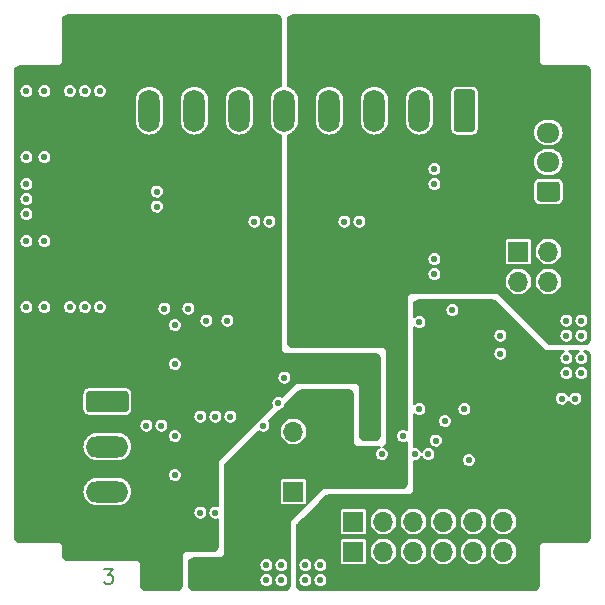
<source format=gbr>
G04 #@! TF.GenerationSoftware,KiCad,Pcbnew,(5.1.6)-1*
G04 #@! TF.CreationDate,2021-01-30T12:40:14+08:00*
G04 #@! TF.ProjectId,Module_ADS1263,4d6f6475-6c65-45f4-9144-53313236332e,rev?*
G04 #@! TF.SameCoordinates,Original*
G04 #@! TF.FileFunction,Copper,L3,Inr*
G04 #@! TF.FilePolarity,Positive*
%FSLAX46Y46*%
G04 Gerber Fmt 4.6, Leading zero omitted, Abs format (unit mm)*
G04 Created by KiCad (PCBNEW (5.1.6)-1) date 2021-01-30 12:40:14*
%MOMM*%
%LPD*%
G01*
G04 APERTURE LIST*
G04 #@! TA.AperFunction,NonConductor*
%ADD10C,0.203200*%
G04 #@! TD*
G04 #@! TA.AperFunction,ViaPad*
%ADD11O,1.700000X1.700000*%
G04 #@! TD*
G04 #@! TA.AperFunction,ViaPad*
%ADD12R,1.700000X1.700000*%
G04 #@! TD*
G04 #@! TA.AperFunction,ViaPad*
%ADD13O,1.950000X1.700000*%
G04 #@! TD*
G04 #@! TA.AperFunction,ViaPad*
%ADD14O,3.600000X1.800000*%
G04 #@! TD*
G04 #@! TA.AperFunction,ViaPad*
%ADD15O,1.800000X3.600000*%
G04 #@! TD*
G04 #@! TA.AperFunction,ViaPad*
%ADD16C,0.558800*%
G04 #@! TD*
G04 #@! TA.AperFunction,Conductor*
%ADD17C,0.127000*%
G04 #@! TD*
G04 APERTURE END LIST*
D10*
X109702600Y-129761342D02*
X110457342Y-129761342D01*
X110050942Y-130225800D01*
X110225114Y-130225800D01*
X110341228Y-130283857D01*
X110399285Y-130341914D01*
X110457342Y-130458028D01*
X110457342Y-130748314D01*
X110399285Y-130864428D01*
X110341228Y-130922485D01*
X110225114Y-130980542D01*
X109876771Y-130980542D01*
X109760657Y-130922485D01*
X109702600Y-130864428D01*
D11*
X147320000Y-105410000D03*
X144780000Y-105410000D03*
X147320000Y-102870000D03*
D12*
X144780000Y-102870000D03*
D13*
X147320000Y-92790000D03*
X147320000Y-95290000D03*
G04 #@! TA.AperFunction,ViaPad*
G36*
G01*
X148045000Y-98640000D02*
X146595000Y-98640000D01*
G75*
G02*
X146345000Y-98390000I0J250000D01*
G01*
X146345000Y-97190000D01*
G75*
G02*
X146595000Y-96940000I250000J0D01*
G01*
X148045000Y-96940000D01*
G75*
G02*
X148295000Y-97190000I0J-250000D01*
G01*
X148295000Y-98390000D01*
G75*
G02*
X148045000Y-98640000I-250000J0D01*
G01*
G37*
G04 #@! TD.AperFunction*
D11*
X143510000Y-128270000D03*
X140970000Y-128270000D03*
X138430000Y-128270000D03*
X135890000Y-128270000D03*
X133350000Y-128270000D03*
D12*
X130810000Y-128270000D03*
D11*
X143510000Y-125730000D03*
X140970000Y-125730000D03*
X138430000Y-125730000D03*
X135890000Y-125730000D03*
X133350000Y-125730000D03*
D12*
X130810000Y-125730000D03*
D14*
X109982000Y-123190000D03*
X109982000Y-119380000D03*
G04 #@! TA.AperFunction,ViaPad*
G36*
G01*
X108432000Y-114670000D02*
X111532000Y-114670000D01*
G75*
G02*
X111782000Y-114920000I0J-250000D01*
G01*
X111782000Y-116220000D01*
G75*
G02*
X111532000Y-116470000I-250000J0D01*
G01*
X108432000Y-116470000D01*
G75*
G02*
X108182000Y-116220000I0J250000D01*
G01*
X108182000Y-114920000D01*
G75*
G02*
X108432000Y-114670000I250000J0D01*
G01*
G37*
G04 #@! TD.AperFunction*
D15*
X113538000Y-90932000D03*
X117348000Y-90932000D03*
X121158000Y-90932000D03*
X124968000Y-90932000D03*
X128778000Y-90932000D03*
X132588000Y-90932000D03*
X136398000Y-90932000D03*
G04 #@! TA.AperFunction,ViaPad*
G36*
G01*
X141108000Y-89382000D02*
X141108000Y-92482000D01*
G75*
G02*
X140858000Y-92732000I-250000J0D01*
G01*
X139558000Y-92732000D01*
G75*
G02*
X139308000Y-92482000I0J250000D01*
G01*
X139308000Y-89382000D01*
G75*
G02*
X139558000Y-89132000I250000J0D01*
G01*
X140858000Y-89132000D01*
G75*
G02*
X141108000Y-89382000I0J-250000D01*
G01*
G37*
G04 #@! TD.AperFunction*
D11*
X125730000Y-118110000D03*
X125730000Y-120650000D03*
D12*
X125730000Y-123190000D03*
D16*
X104648000Y-107569000D03*
X103124000Y-107569000D03*
X104648000Y-101981000D03*
X103124000Y-101981000D03*
X104648000Y-94869000D03*
X103124000Y-94869000D03*
X104648000Y-89281000D03*
X103124000Y-89281000D03*
X114173000Y-97790000D03*
X114173000Y-99060000D03*
X137668000Y-95885000D03*
X137668000Y-97155000D03*
X130048000Y-100330000D03*
X131318000Y-100330000D03*
X137668000Y-103505000D03*
X137668000Y-104775000D03*
X122428000Y-100330000D03*
X123698000Y-100330000D03*
X113284000Y-117602000D03*
X114554000Y-117602000D03*
X117856000Y-116840000D03*
X119126000Y-116840000D03*
X120396000Y-116840000D03*
X117856000Y-124968000D03*
X119126000Y-124968000D03*
X114808000Y-107696000D03*
X116840000Y-107696000D03*
X118364000Y-108712000D03*
X120142000Y-108712000D03*
X123190000Y-117602000D03*
X124968000Y-113538000D03*
X124460000Y-115697000D03*
X123444000Y-129413000D03*
X124714000Y-129413000D03*
X123444000Y-130683000D03*
X124714000Y-130683000D03*
X148844000Y-109982000D03*
X148844000Y-108712000D03*
X150114000Y-109982000D03*
X150114000Y-108712000D03*
X103124000Y-97155000D03*
X103124000Y-98425000D03*
X103124000Y-99695000D03*
X106807000Y-107569000D03*
X108077000Y-107569000D03*
X109347000Y-107569000D03*
X106807000Y-89281000D03*
X108077000Y-89281000D03*
X109347000Y-89281000D03*
X133985000Y-118364000D03*
X126682500Y-115316000D03*
X126682500Y-116078000D03*
X126682500Y-108839000D03*
X117602000Y-129413000D03*
X118872000Y-129413000D03*
X118872000Y-130683000D03*
X117602000Y-130683000D03*
X132588000Y-118364000D03*
X126682500Y-112776000D03*
X114300000Y-129413000D03*
X115570000Y-129413000D03*
X114300000Y-130683000D03*
X115570000Y-130683000D03*
X123571000Y-113030000D03*
X123571000Y-114173000D03*
X122428000Y-115443000D03*
X136398000Y-108839000D03*
X139192000Y-107822994D03*
X126746000Y-129413000D03*
X128016000Y-129413000D03*
X128016000Y-130683000D03*
X126746000Y-130683000D03*
X148844000Y-111887000D03*
X150114000Y-111887000D03*
X148844000Y-113157000D03*
X150114000Y-113157000D03*
X148463000Y-115316000D03*
X149606000Y-115316000D03*
X143256000Y-111506000D03*
X143256000Y-109982000D03*
X141986000Y-116205000D03*
X142367000Y-114173000D03*
X143637000Y-114173000D03*
X143637000Y-115443000D03*
X142367000Y-115443000D03*
X145034000Y-119888000D03*
X143510000Y-118745000D03*
X137795000Y-118872000D03*
X133223000Y-120015000D03*
X138557000Y-117221000D03*
X136016996Y-120015000D03*
X140208000Y-116205000D03*
X136398000Y-116205000D03*
X137160000Y-120015000D03*
X135001000Y-118491000D03*
X140589000Y-120523000D03*
X115693500Y-118494500D03*
X115697000Y-121793000D03*
X115693500Y-109096500D03*
X115697000Y-112395000D03*
D17*
G36*
X146274866Y-82883791D02*
G01*
X146363158Y-82928779D01*
X146433221Y-82998842D01*
X146478209Y-83087134D01*
X146494500Y-83189996D01*
X146494500Y-86741000D01*
X146495282Y-86750933D01*
X146513929Y-86868668D01*
X146517072Y-86880713D01*
X146520068Y-86887564D01*
X146574186Y-86993775D01*
X146580898Y-87004259D01*
X146585864Y-87009847D01*
X146670153Y-87094136D01*
X146679775Y-87102033D01*
X146686225Y-87105814D01*
X146792436Y-87159932D01*
X146804028Y-87164469D01*
X146811332Y-87166071D01*
X146929067Y-87184718D01*
X146939000Y-87185500D01*
X150490004Y-87185500D01*
X150592866Y-87201791D01*
X150681158Y-87246779D01*
X150751221Y-87316842D01*
X150796209Y-87405134D01*
X150812500Y-87507996D01*
X150812500Y-110358004D01*
X150796209Y-110460866D01*
X150751221Y-110549158D01*
X150681158Y-110619221D01*
X150592866Y-110664209D01*
X150490004Y-110680500D01*
X147484070Y-110680500D01*
X147356789Y-110655182D01*
X147248886Y-110583084D01*
X146589012Y-109923210D01*
X148247100Y-109923210D01*
X148247100Y-110040790D01*
X148270039Y-110156109D01*
X148315034Y-110264738D01*
X148380358Y-110362501D01*
X148463499Y-110445642D01*
X148561262Y-110510966D01*
X148669891Y-110555961D01*
X148785210Y-110578900D01*
X148902790Y-110578900D01*
X149018109Y-110555961D01*
X149126738Y-110510966D01*
X149224501Y-110445642D01*
X149307642Y-110362501D01*
X149372966Y-110264738D01*
X149417961Y-110156109D01*
X149440900Y-110040790D01*
X149440900Y-109923210D01*
X149517100Y-109923210D01*
X149517100Y-110040790D01*
X149540039Y-110156109D01*
X149585034Y-110264738D01*
X149650358Y-110362501D01*
X149733499Y-110445642D01*
X149831262Y-110510966D01*
X149939891Y-110555961D01*
X150055210Y-110578900D01*
X150172790Y-110578900D01*
X150288109Y-110555961D01*
X150396738Y-110510966D01*
X150494501Y-110445642D01*
X150577642Y-110362501D01*
X150642966Y-110264738D01*
X150687961Y-110156109D01*
X150710900Y-110040790D01*
X150710900Y-109923210D01*
X150687961Y-109807891D01*
X150642966Y-109699262D01*
X150577642Y-109601499D01*
X150494501Y-109518358D01*
X150396738Y-109453034D01*
X150288109Y-109408039D01*
X150172790Y-109385100D01*
X150055210Y-109385100D01*
X149939891Y-109408039D01*
X149831262Y-109453034D01*
X149733499Y-109518358D01*
X149650358Y-109601499D01*
X149585034Y-109699262D01*
X149540039Y-109807891D01*
X149517100Y-109923210D01*
X149440900Y-109923210D01*
X149417961Y-109807891D01*
X149372966Y-109699262D01*
X149307642Y-109601499D01*
X149224501Y-109518358D01*
X149126738Y-109453034D01*
X149018109Y-109408039D01*
X148902790Y-109385100D01*
X148785210Y-109385100D01*
X148669891Y-109408039D01*
X148561262Y-109453034D01*
X148463499Y-109518358D01*
X148380358Y-109601499D01*
X148315034Y-109699262D01*
X148270039Y-109807891D01*
X148247100Y-109923210D01*
X146589012Y-109923210D01*
X145319012Y-108653210D01*
X148247100Y-108653210D01*
X148247100Y-108770790D01*
X148270039Y-108886109D01*
X148315034Y-108994738D01*
X148380358Y-109092501D01*
X148463499Y-109175642D01*
X148561262Y-109240966D01*
X148669891Y-109285961D01*
X148785210Y-109308900D01*
X148902790Y-109308900D01*
X149018109Y-109285961D01*
X149126738Y-109240966D01*
X149224501Y-109175642D01*
X149307642Y-109092501D01*
X149372966Y-108994738D01*
X149417961Y-108886109D01*
X149440900Y-108770790D01*
X149440900Y-108653210D01*
X149517100Y-108653210D01*
X149517100Y-108770790D01*
X149540039Y-108886109D01*
X149585034Y-108994738D01*
X149650358Y-109092501D01*
X149733499Y-109175642D01*
X149831262Y-109240966D01*
X149939891Y-109285961D01*
X150055210Y-109308900D01*
X150172790Y-109308900D01*
X150288109Y-109285961D01*
X150396738Y-109240966D01*
X150494501Y-109175642D01*
X150577642Y-109092501D01*
X150642966Y-108994738D01*
X150687961Y-108886109D01*
X150710900Y-108770790D01*
X150710900Y-108653210D01*
X150687961Y-108537891D01*
X150642966Y-108429262D01*
X150577642Y-108331499D01*
X150494501Y-108248358D01*
X150396738Y-108183034D01*
X150288109Y-108138039D01*
X150172790Y-108115100D01*
X150055210Y-108115100D01*
X149939891Y-108138039D01*
X149831262Y-108183034D01*
X149733499Y-108248358D01*
X149650358Y-108331499D01*
X149585034Y-108429262D01*
X149540039Y-108537891D01*
X149517100Y-108653210D01*
X149440900Y-108653210D01*
X149417961Y-108537891D01*
X149372966Y-108429262D01*
X149307642Y-108331499D01*
X149224501Y-108248358D01*
X149126738Y-108183034D01*
X149018109Y-108138039D01*
X148902790Y-108115100D01*
X148785210Y-108115100D01*
X148669891Y-108138039D01*
X148561262Y-108183034D01*
X148463499Y-108248358D01*
X148380358Y-108331499D01*
X148315034Y-108429262D01*
X148270039Y-108537891D01*
X148247100Y-108653210D01*
X145319012Y-108653210D01*
X143158493Y-106492691D01*
X143148871Y-106484794D01*
X143025266Y-106402204D01*
X143014287Y-106396336D01*
X143002375Y-106392722D01*
X142856573Y-106363720D01*
X142844185Y-106362500D01*
X135763000Y-106362500D01*
X135753067Y-106363282D01*
X135635332Y-106381929D01*
X135623287Y-106385072D01*
X135616436Y-106388068D01*
X135510225Y-106442186D01*
X135499741Y-106448898D01*
X135494153Y-106453864D01*
X135409864Y-106538153D01*
X135401967Y-106547775D01*
X135398186Y-106554225D01*
X135344068Y-106660436D01*
X135339531Y-106672028D01*
X135337929Y-106679332D01*
X135319282Y-106797067D01*
X135318500Y-106807000D01*
X135318500Y-117985262D01*
X135283738Y-117962034D01*
X135175109Y-117917039D01*
X135059790Y-117894100D01*
X134942210Y-117894100D01*
X134826891Y-117917039D01*
X134718262Y-117962034D01*
X134620499Y-118027358D01*
X134537358Y-118110499D01*
X134472034Y-118208262D01*
X134427039Y-118316891D01*
X134404100Y-118432210D01*
X134404100Y-118549790D01*
X134427039Y-118665109D01*
X134472034Y-118773738D01*
X134537358Y-118871501D01*
X134620499Y-118954642D01*
X134718262Y-119019966D01*
X134826891Y-119064961D01*
X134942210Y-119087900D01*
X135059790Y-119087900D01*
X135175109Y-119064961D01*
X135283738Y-119019966D01*
X135318500Y-118996738D01*
X135318500Y-122550004D01*
X135302209Y-122652866D01*
X135257221Y-122741158D01*
X135187158Y-122811221D01*
X135098866Y-122856209D01*
X134996004Y-122872500D01*
X128427815Y-122872500D01*
X128415427Y-122873720D01*
X128269625Y-122902722D01*
X128257713Y-122906336D01*
X128246734Y-122912204D01*
X128123129Y-122994794D01*
X128113507Y-123002691D01*
X125542691Y-125573507D01*
X125534794Y-125583129D01*
X125452204Y-125706734D01*
X125446336Y-125717713D01*
X125442722Y-125729625D01*
X125413720Y-125875427D01*
X125412500Y-125887815D01*
X125412500Y-131186004D01*
X125396209Y-131288866D01*
X125351221Y-131377158D01*
X125281158Y-131447221D01*
X125192866Y-131492209D01*
X125090004Y-131508500D01*
X117225996Y-131508500D01*
X117123134Y-131492209D01*
X117034842Y-131447221D01*
X116964779Y-131377158D01*
X116919791Y-131288866D01*
X116903500Y-131186004D01*
X116903500Y-130624210D01*
X122847100Y-130624210D01*
X122847100Y-130741790D01*
X122870039Y-130857109D01*
X122915034Y-130965738D01*
X122980358Y-131063501D01*
X123063499Y-131146642D01*
X123161262Y-131211966D01*
X123269891Y-131256961D01*
X123385210Y-131279900D01*
X123502790Y-131279900D01*
X123618109Y-131256961D01*
X123726738Y-131211966D01*
X123824501Y-131146642D01*
X123907642Y-131063501D01*
X123972966Y-130965738D01*
X124017961Y-130857109D01*
X124040900Y-130741790D01*
X124040900Y-130624210D01*
X124117100Y-130624210D01*
X124117100Y-130741790D01*
X124140039Y-130857109D01*
X124185034Y-130965738D01*
X124250358Y-131063501D01*
X124333499Y-131146642D01*
X124431262Y-131211966D01*
X124539891Y-131256961D01*
X124655210Y-131279900D01*
X124772790Y-131279900D01*
X124888109Y-131256961D01*
X124996738Y-131211966D01*
X125094501Y-131146642D01*
X125177642Y-131063501D01*
X125242966Y-130965738D01*
X125287961Y-130857109D01*
X125310900Y-130741790D01*
X125310900Y-130624210D01*
X125287961Y-130508891D01*
X125242966Y-130400262D01*
X125177642Y-130302499D01*
X125094501Y-130219358D01*
X124996738Y-130154034D01*
X124888109Y-130109039D01*
X124772790Y-130086100D01*
X124655210Y-130086100D01*
X124539891Y-130109039D01*
X124431262Y-130154034D01*
X124333499Y-130219358D01*
X124250358Y-130302499D01*
X124185034Y-130400262D01*
X124140039Y-130508891D01*
X124117100Y-130624210D01*
X124040900Y-130624210D01*
X124017961Y-130508891D01*
X123972966Y-130400262D01*
X123907642Y-130302499D01*
X123824501Y-130219358D01*
X123726738Y-130154034D01*
X123618109Y-130109039D01*
X123502790Y-130086100D01*
X123385210Y-130086100D01*
X123269891Y-130109039D01*
X123161262Y-130154034D01*
X123063499Y-130219358D01*
X122980358Y-130302499D01*
X122915034Y-130400262D01*
X122870039Y-130508891D01*
X122847100Y-130624210D01*
X116903500Y-130624210D01*
X116903500Y-129354210D01*
X122847100Y-129354210D01*
X122847100Y-129471790D01*
X122870039Y-129587109D01*
X122915034Y-129695738D01*
X122980358Y-129793501D01*
X123063499Y-129876642D01*
X123161262Y-129941966D01*
X123269891Y-129986961D01*
X123385210Y-130009900D01*
X123502790Y-130009900D01*
X123618109Y-129986961D01*
X123726738Y-129941966D01*
X123824501Y-129876642D01*
X123907642Y-129793501D01*
X123972966Y-129695738D01*
X124017961Y-129587109D01*
X124040900Y-129471790D01*
X124040900Y-129354210D01*
X124117100Y-129354210D01*
X124117100Y-129471790D01*
X124140039Y-129587109D01*
X124185034Y-129695738D01*
X124250358Y-129793501D01*
X124333499Y-129876642D01*
X124431262Y-129941966D01*
X124539891Y-129986961D01*
X124655210Y-130009900D01*
X124772790Y-130009900D01*
X124888109Y-129986961D01*
X124996738Y-129941966D01*
X125094501Y-129876642D01*
X125177642Y-129793501D01*
X125242966Y-129695738D01*
X125287961Y-129587109D01*
X125310900Y-129471790D01*
X125310900Y-129354210D01*
X125287961Y-129238891D01*
X125242966Y-129130262D01*
X125177642Y-129032499D01*
X125094501Y-128949358D01*
X124996738Y-128884034D01*
X124888109Y-128839039D01*
X124772790Y-128816100D01*
X124655210Y-128816100D01*
X124539891Y-128839039D01*
X124431262Y-128884034D01*
X124333499Y-128949358D01*
X124250358Y-129032499D01*
X124185034Y-129130262D01*
X124140039Y-129238891D01*
X124117100Y-129354210D01*
X124040900Y-129354210D01*
X124017961Y-129238891D01*
X123972966Y-129130262D01*
X123907642Y-129032499D01*
X123824501Y-128949358D01*
X123726738Y-128884034D01*
X123618109Y-128839039D01*
X123502790Y-128816100D01*
X123385210Y-128816100D01*
X123269891Y-128839039D01*
X123161262Y-128884034D01*
X123063499Y-128949358D01*
X122980358Y-129032499D01*
X122915034Y-129130262D01*
X122870039Y-129238891D01*
X122847100Y-129354210D01*
X116903500Y-129354210D01*
X116903500Y-129163996D01*
X116919791Y-129061134D01*
X116964779Y-128972842D01*
X117034842Y-128902779D01*
X117123134Y-128857791D01*
X117225996Y-128841500D01*
X119507000Y-128841500D01*
X119516933Y-128840718D01*
X119634668Y-128822071D01*
X119646713Y-128818928D01*
X119653564Y-128815932D01*
X119759775Y-128761814D01*
X119770259Y-128755102D01*
X119775847Y-128750136D01*
X119860136Y-128665847D01*
X119868033Y-128656225D01*
X119871814Y-128649775D01*
X119925932Y-128543564D01*
X119930469Y-128531972D01*
X119932071Y-128524668D01*
X119950718Y-128406933D01*
X119951500Y-128397000D01*
X119951500Y-122340000D01*
X124560964Y-122340000D01*
X124560964Y-124040000D01*
X124567094Y-124102241D01*
X124585249Y-124162090D01*
X124614731Y-124217247D01*
X124654407Y-124265593D01*
X124702753Y-124305269D01*
X124757910Y-124334751D01*
X124817759Y-124352906D01*
X124880000Y-124359036D01*
X126580000Y-124359036D01*
X126642241Y-124352906D01*
X126702090Y-124334751D01*
X126757247Y-124305269D01*
X126805593Y-124265593D01*
X126845269Y-124217247D01*
X126874751Y-124162090D01*
X126892906Y-124102241D01*
X126899036Y-124040000D01*
X126899036Y-122340000D01*
X126892906Y-122277759D01*
X126874751Y-122217910D01*
X126845269Y-122162753D01*
X126805593Y-122114407D01*
X126757247Y-122074731D01*
X126702090Y-122045249D01*
X126642241Y-122027094D01*
X126580000Y-122020964D01*
X124880000Y-122020964D01*
X124817759Y-122027094D01*
X124757910Y-122045249D01*
X124702753Y-122074731D01*
X124654407Y-122114407D01*
X124614731Y-122162753D01*
X124585249Y-122217910D01*
X124567094Y-122277759D01*
X124560964Y-122340000D01*
X119951500Y-122340000D01*
X119951500Y-121068070D01*
X119976818Y-120940789D01*
X120048916Y-120832886D01*
X122813492Y-118068310D01*
X122907262Y-118130966D01*
X123015891Y-118175961D01*
X123131210Y-118198900D01*
X123248790Y-118198900D01*
X123364109Y-118175961D01*
X123472738Y-118130966D01*
X123570501Y-118065642D01*
X123641132Y-117995011D01*
X124562500Y-117995011D01*
X124562500Y-118224989D01*
X124607366Y-118450547D01*
X124695375Y-118663019D01*
X124823144Y-118854238D01*
X124985762Y-119016856D01*
X125176981Y-119144625D01*
X125389453Y-119232634D01*
X125615011Y-119277500D01*
X125844989Y-119277500D01*
X126070547Y-119232634D01*
X126283019Y-119144625D01*
X126474238Y-119016856D01*
X126636856Y-118854238D01*
X126764625Y-118663019D01*
X126852634Y-118450547D01*
X126897500Y-118224989D01*
X126897500Y-117995011D01*
X126852634Y-117769453D01*
X126764625Y-117556981D01*
X126636856Y-117365762D01*
X126474238Y-117203144D01*
X126283019Y-117075375D01*
X126070547Y-116987366D01*
X125844989Y-116942500D01*
X125615011Y-116942500D01*
X125389453Y-116987366D01*
X125176981Y-117075375D01*
X124985762Y-117203144D01*
X124823144Y-117365762D01*
X124695375Y-117556981D01*
X124607366Y-117769453D01*
X124562500Y-117995011D01*
X123641132Y-117995011D01*
X123653642Y-117982501D01*
X123718966Y-117884738D01*
X123763961Y-117776109D01*
X123786900Y-117660790D01*
X123786900Y-117543210D01*
X123763961Y-117427891D01*
X123718966Y-117319262D01*
X123656310Y-117225492D01*
X124605063Y-116276739D01*
X124634109Y-116270961D01*
X124742738Y-116225966D01*
X124840501Y-116160642D01*
X124923642Y-116077501D01*
X124988966Y-115979738D01*
X125033961Y-115871109D01*
X125039739Y-115842063D01*
X126166886Y-114714916D01*
X126274789Y-114642818D01*
X126402070Y-114617500D01*
X130424004Y-114617500D01*
X130526866Y-114633791D01*
X130615158Y-114678779D01*
X130685221Y-114748842D01*
X130730209Y-114837134D01*
X130746500Y-114939996D01*
X130746500Y-118999000D01*
X130747282Y-119008933D01*
X130765929Y-119126668D01*
X130769072Y-119138713D01*
X130772068Y-119145564D01*
X130826186Y-119251775D01*
X130832898Y-119262259D01*
X130837864Y-119267847D01*
X130922153Y-119352136D01*
X130931775Y-119360033D01*
X130938225Y-119363814D01*
X131044436Y-119417932D01*
X131056028Y-119422469D01*
X131063332Y-119424071D01*
X131181067Y-119442718D01*
X131191000Y-119443500D01*
X133042950Y-119443500D01*
X132940262Y-119486034D01*
X132842499Y-119551358D01*
X132759358Y-119634499D01*
X132694034Y-119732262D01*
X132649039Y-119840891D01*
X132626100Y-119956210D01*
X132626100Y-120073790D01*
X132649039Y-120189109D01*
X132694034Y-120297738D01*
X132759358Y-120395501D01*
X132842499Y-120478642D01*
X132940262Y-120543966D01*
X133048891Y-120588961D01*
X133164210Y-120611900D01*
X133281790Y-120611900D01*
X133397109Y-120588961D01*
X133505738Y-120543966D01*
X133603501Y-120478642D01*
X133686642Y-120395501D01*
X133751966Y-120297738D01*
X133796961Y-120189109D01*
X133819900Y-120073790D01*
X133819900Y-119956210D01*
X133796961Y-119840891D01*
X133751966Y-119732262D01*
X133686642Y-119634499D01*
X133603501Y-119551358D01*
X133505738Y-119486034D01*
X133397109Y-119441039D01*
X133329033Y-119427498D01*
X133350668Y-119424071D01*
X133362713Y-119420928D01*
X133369564Y-119417932D01*
X133475775Y-119363814D01*
X133486259Y-119357102D01*
X133491847Y-119352136D01*
X133576136Y-119267847D01*
X133584033Y-119258225D01*
X133587814Y-119251775D01*
X133641932Y-119145564D01*
X133646469Y-119133972D01*
X133648071Y-119126668D01*
X133666718Y-119008933D01*
X133667500Y-118999000D01*
X133667500Y-111379000D01*
X133666718Y-111369067D01*
X133648071Y-111251332D01*
X133644928Y-111239287D01*
X133641932Y-111232436D01*
X133587814Y-111126225D01*
X133581102Y-111115741D01*
X133576136Y-111110153D01*
X133491847Y-111025864D01*
X133482225Y-111017967D01*
X133475775Y-111014186D01*
X133369564Y-110960068D01*
X133357972Y-110955531D01*
X133350668Y-110953929D01*
X133232933Y-110935282D01*
X133223000Y-110934500D01*
X125607996Y-110934500D01*
X125505134Y-110918209D01*
X125416842Y-110873221D01*
X125346779Y-110803158D01*
X125301791Y-110714866D01*
X125285500Y-110612004D01*
X125285500Y-104716210D01*
X137071100Y-104716210D01*
X137071100Y-104833790D01*
X137094039Y-104949109D01*
X137139034Y-105057738D01*
X137204358Y-105155501D01*
X137287499Y-105238642D01*
X137385262Y-105303966D01*
X137493891Y-105348961D01*
X137609210Y-105371900D01*
X137726790Y-105371900D01*
X137842109Y-105348961D01*
X137950738Y-105303966D01*
X137964139Y-105295011D01*
X143612500Y-105295011D01*
X143612500Y-105524989D01*
X143657366Y-105750547D01*
X143745375Y-105963019D01*
X143873144Y-106154238D01*
X144035762Y-106316856D01*
X144226981Y-106444625D01*
X144439453Y-106532634D01*
X144665011Y-106577500D01*
X144894989Y-106577500D01*
X145120547Y-106532634D01*
X145333019Y-106444625D01*
X145524238Y-106316856D01*
X145686856Y-106154238D01*
X145814625Y-105963019D01*
X145902634Y-105750547D01*
X145947500Y-105524989D01*
X145947500Y-105295011D01*
X146152500Y-105295011D01*
X146152500Y-105524989D01*
X146197366Y-105750547D01*
X146285375Y-105963019D01*
X146413144Y-106154238D01*
X146575762Y-106316856D01*
X146766981Y-106444625D01*
X146979453Y-106532634D01*
X147205011Y-106577500D01*
X147434989Y-106577500D01*
X147660547Y-106532634D01*
X147873019Y-106444625D01*
X148064238Y-106316856D01*
X148226856Y-106154238D01*
X148354625Y-105963019D01*
X148442634Y-105750547D01*
X148487500Y-105524989D01*
X148487500Y-105295011D01*
X148442634Y-105069453D01*
X148354625Y-104856981D01*
X148226856Y-104665762D01*
X148064238Y-104503144D01*
X147873019Y-104375375D01*
X147660547Y-104287366D01*
X147434989Y-104242500D01*
X147205011Y-104242500D01*
X146979453Y-104287366D01*
X146766981Y-104375375D01*
X146575762Y-104503144D01*
X146413144Y-104665762D01*
X146285375Y-104856981D01*
X146197366Y-105069453D01*
X146152500Y-105295011D01*
X145947500Y-105295011D01*
X145902634Y-105069453D01*
X145814625Y-104856981D01*
X145686856Y-104665762D01*
X145524238Y-104503144D01*
X145333019Y-104375375D01*
X145120547Y-104287366D01*
X144894989Y-104242500D01*
X144665011Y-104242500D01*
X144439453Y-104287366D01*
X144226981Y-104375375D01*
X144035762Y-104503144D01*
X143873144Y-104665762D01*
X143745375Y-104856981D01*
X143657366Y-105069453D01*
X143612500Y-105295011D01*
X137964139Y-105295011D01*
X138048501Y-105238642D01*
X138131642Y-105155501D01*
X138196966Y-105057738D01*
X138241961Y-104949109D01*
X138264900Y-104833790D01*
X138264900Y-104716210D01*
X138241961Y-104600891D01*
X138196966Y-104492262D01*
X138131642Y-104394499D01*
X138048501Y-104311358D01*
X137950738Y-104246034D01*
X137842109Y-104201039D01*
X137726790Y-104178100D01*
X137609210Y-104178100D01*
X137493891Y-104201039D01*
X137385262Y-104246034D01*
X137287499Y-104311358D01*
X137204358Y-104394499D01*
X137139034Y-104492262D01*
X137094039Y-104600891D01*
X137071100Y-104716210D01*
X125285500Y-104716210D01*
X125285500Y-103446210D01*
X137071100Y-103446210D01*
X137071100Y-103563790D01*
X137094039Y-103679109D01*
X137139034Y-103787738D01*
X137204358Y-103885501D01*
X137287499Y-103968642D01*
X137385262Y-104033966D01*
X137493891Y-104078961D01*
X137609210Y-104101900D01*
X137726790Y-104101900D01*
X137842109Y-104078961D01*
X137950738Y-104033966D01*
X138048501Y-103968642D01*
X138131642Y-103885501D01*
X138196966Y-103787738D01*
X138241961Y-103679109D01*
X138264900Y-103563790D01*
X138264900Y-103446210D01*
X138241961Y-103330891D01*
X138196966Y-103222262D01*
X138131642Y-103124499D01*
X138048501Y-103041358D01*
X137950738Y-102976034D01*
X137842109Y-102931039D01*
X137726790Y-102908100D01*
X137609210Y-102908100D01*
X137493891Y-102931039D01*
X137385262Y-102976034D01*
X137287499Y-103041358D01*
X137204358Y-103124499D01*
X137139034Y-103222262D01*
X137094039Y-103330891D01*
X137071100Y-103446210D01*
X125285500Y-103446210D01*
X125285500Y-102020000D01*
X143610964Y-102020000D01*
X143610964Y-103720000D01*
X143617094Y-103782241D01*
X143635249Y-103842090D01*
X143664731Y-103897247D01*
X143704407Y-103945593D01*
X143752753Y-103985269D01*
X143807910Y-104014751D01*
X143867759Y-104032906D01*
X143930000Y-104039036D01*
X145630000Y-104039036D01*
X145692241Y-104032906D01*
X145752090Y-104014751D01*
X145807247Y-103985269D01*
X145855593Y-103945593D01*
X145895269Y-103897247D01*
X145924751Y-103842090D01*
X145942906Y-103782241D01*
X145949036Y-103720000D01*
X145949036Y-102755011D01*
X146152500Y-102755011D01*
X146152500Y-102984989D01*
X146197366Y-103210547D01*
X146285375Y-103423019D01*
X146413144Y-103614238D01*
X146575762Y-103776856D01*
X146766981Y-103904625D01*
X146979453Y-103992634D01*
X147205011Y-104037500D01*
X147434989Y-104037500D01*
X147660547Y-103992634D01*
X147873019Y-103904625D01*
X148064238Y-103776856D01*
X148226856Y-103614238D01*
X148354625Y-103423019D01*
X148442634Y-103210547D01*
X148487500Y-102984989D01*
X148487500Y-102755011D01*
X148442634Y-102529453D01*
X148354625Y-102316981D01*
X148226856Y-102125762D01*
X148064238Y-101963144D01*
X147873019Y-101835375D01*
X147660547Y-101747366D01*
X147434989Y-101702500D01*
X147205011Y-101702500D01*
X146979453Y-101747366D01*
X146766981Y-101835375D01*
X146575762Y-101963144D01*
X146413144Y-102125762D01*
X146285375Y-102316981D01*
X146197366Y-102529453D01*
X146152500Y-102755011D01*
X145949036Y-102755011D01*
X145949036Y-102020000D01*
X145942906Y-101957759D01*
X145924751Y-101897910D01*
X145895269Y-101842753D01*
X145855593Y-101794407D01*
X145807247Y-101754731D01*
X145752090Y-101725249D01*
X145692241Y-101707094D01*
X145630000Y-101700964D01*
X143930000Y-101700964D01*
X143867759Y-101707094D01*
X143807910Y-101725249D01*
X143752753Y-101754731D01*
X143704407Y-101794407D01*
X143664731Y-101842753D01*
X143635249Y-101897910D01*
X143617094Y-101957759D01*
X143610964Y-102020000D01*
X125285500Y-102020000D01*
X125285500Y-100271210D01*
X129451100Y-100271210D01*
X129451100Y-100388790D01*
X129474039Y-100504109D01*
X129519034Y-100612738D01*
X129584358Y-100710501D01*
X129667499Y-100793642D01*
X129765262Y-100858966D01*
X129873891Y-100903961D01*
X129989210Y-100926900D01*
X130106790Y-100926900D01*
X130222109Y-100903961D01*
X130330738Y-100858966D01*
X130428501Y-100793642D01*
X130511642Y-100710501D01*
X130576966Y-100612738D01*
X130621961Y-100504109D01*
X130644900Y-100388790D01*
X130644900Y-100271210D01*
X130721100Y-100271210D01*
X130721100Y-100388790D01*
X130744039Y-100504109D01*
X130789034Y-100612738D01*
X130854358Y-100710501D01*
X130937499Y-100793642D01*
X131035262Y-100858966D01*
X131143891Y-100903961D01*
X131259210Y-100926900D01*
X131376790Y-100926900D01*
X131492109Y-100903961D01*
X131600738Y-100858966D01*
X131698501Y-100793642D01*
X131781642Y-100710501D01*
X131846966Y-100612738D01*
X131891961Y-100504109D01*
X131914900Y-100388790D01*
X131914900Y-100271210D01*
X131891961Y-100155891D01*
X131846966Y-100047262D01*
X131781642Y-99949499D01*
X131698501Y-99866358D01*
X131600738Y-99801034D01*
X131492109Y-99756039D01*
X131376790Y-99733100D01*
X131259210Y-99733100D01*
X131143891Y-99756039D01*
X131035262Y-99801034D01*
X130937499Y-99866358D01*
X130854358Y-99949499D01*
X130789034Y-100047262D01*
X130744039Y-100155891D01*
X130721100Y-100271210D01*
X130644900Y-100271210D01*
X130621961Y-100155891D01*
X130576966Y-100047262D01*
X130511642Y-99949499D01*
X130428501Y-99866358D01*
X130330738Y-99801034D01*
X130222109Y-99756039D01*
X130106790Y-99733100D01*
X129989210Y-99733100D01*
X129873891Y-99756039D01*
X129765262Y-99801034D01*
X129667499Y-99866358D01*
X129584358Y-99949499D01*
X129519034Y-100047262D01*
X129474039Y-100155891D01*
X129451100Y-100271210D01*
X125285500Y-100271210D01*
X125285500Y-97096210D01*
X137071100Y-97096210D01*
X137071100Y-97213790D01*
X137094039Y-97329109D01*
X137139034Y-97437738D01*
X137204358Y-97535501D01*
X137287499Y-97618642D01*
X137385262Y-97683966D01*
X137493891Y-97728961D01*
X137609210Y-97751900D01*
X137726790Y-97751900D01*
X137842109Y-97728961D01*
X137950738Y-97683966D01*
X138048501Y-97618642D01*
X138131642Y-97535501D01*
X138196966Y-97437738D01*
X138241961Y-97329109D01*
X138264900Y-97213790D01*
X138264900Y-97190000D01*
X146025964Y-97190000D01*
X146025964Y-98390000D01*
X146036898Y-98501013D01*
X146069279Y-98607761D01*
X146121864Y-98706139D01*
X146192631Y-98792369D01*
X146278861Y-98863136D01*
X146377239Y-98915721D01*
X146483987Y-98948102D01*
X146595000Y-98959036D01*
X148045000Y-98959036D01*
X148156013Y-98948102D01*
X148262761Y-98915721D01*
X148361139Y-98863136D01*
X148447369Y-98792369D01*
X148518136Y-98706139D01*
X148570721Y-98607761D01*
X148603102Y-98501013D01*
X148614036Y-98390000D01*
X148614036Y-97190000D01*
X148603102Y-97078987D01*
X148570721Y-96972239D01*
X148518136Y-96873861D01*
X148447369Y-96787631D01*
X148361139Y-96716864D01*
X148262761Y-96664279D01*
X148156013Y-96631898D01*
X148045000Y-96620964D01*
X146595000Y-96620964D01*
X146483987Y-96631898D01*
X146377239Y-96664279D01*
X146278861Y-96716864D01*
X146192631Y-96787631D01*
X146121864Y-96873861D01*
X146069279Y-96972239D01*
X146036898Y-97078987D01*
X146025964Y-97190000D01*
X138264900Y-97190000D01*
X138264900Y-97096210D01*
X138241961Y-96980891D01*
X138196966Y-96872262D01*
X138131642Y-96774499D01*
X138048501Y-96691358D01*
X137950738Y-96626034D01*
X137842109Y-96581039D01*
X137726790Y-96558100D01*
X137609210Y-96558100D01*
X137493891Y-96581039D01*
X137385262Y-96626034D01*
X137287499Y-96691358D01*
X137204358Y-96774499D01*
X137139034Y-96872262D01*
X137094039Y-96980891D01*
X137071100Y-97096210D01*
X125285500Y-97096210D01*
X125285500Y-95826210D01*
X137071100Y-95826210D01*
X137071100Y-95943790D01*
X137094039Y-96059109D01*
X137139034Y-96167738D01*
X137204358Y-96265501D01*
X137287499Y-96348642D01*
X137385262Y-96413966D01*
X137493891Y-96458961D01*
X137609210Y-96481900D01*
X137726790Y-96481900D01*
X137842109Y-96458961D01*
X137950738Y-96413966D01*
X138048501Y-96348642D01*
X138131642Y-96265501D01*
X138196966Y-96167738D01*
X138241961Y-96059109D01*
X138264900Y-95943790D01*
X138264900Y-95826210D01*
X138241961Y-95710891D01*
X138196966Y-95602262D01*
X138131642Y-95504499D01*
X138048501Y-95421358D01*
X137950738Y-95356034D01*
X137842109Y-95311039D01*
X137736342Y-95290000D01*
X146021851Y-95290000D01*
X146044393Y-95518870D01*
X146111152Y-95738945D01*
X146219562Y-95941767D01*
X146365458Y-96119542D01*
X146543233Y-96265438D01*
X146746055Y-96373848D01*
X146966130Y-96440607D01*
X147137645Y-96457500D01*
X147502355Y-96457500D01*
X147673870Y-96440607D01*
X147893945Y-96373848D01*
X148096767Y-96265438D01*
X148274542Y-96119542D01*
X148420438Y-95941767D01*
X148528848Y-95738945D01*
X148595607Y-95518870D01*
X148618149Y-95290000D01*
X148595607Y-95061130D01*
X148528848Y-94841055D01*
X148420438Y-94638233D01*
X148274542Y-94460458D01*
X148096767Y-94314562D01*
X147893945Y-94206152D01*
X147673870Y-94139393D01*
X147502355Y-94122500D01*
X147137645Y-94122500D01*
X146966130Y-94139393D01*
X146746055Y-94206152D01*
X146543233Y-94314562D01*
X146365458Y-94460458D01*
X146219562Y-94638233D01*
X146111152Y-94841055D01*
X146044393Y-95061130D01*
X146021851Y-95290000D01*
X137736342Y-95290000D01*
X137726790Y-95288100D01*
X137609210Y-95288100D01*
X137493891Y-95311039D01*
X137385262Y-95356034D01*
X137287499Y-95421358D01*
X137204358Y-95504499D01*
X137139034Y-95602262D01*
X137094039Y-95710891D01*
X137071100Y-95826210D01*
X125285500Y-95826210D01*
X125285500Y-93007970D01*
X125436170Y-92962265D01*
X125647678Y-92849212D01*
X125833067Y-92697067D01*
X125985212Y-92511679D01*
X126098265Y-92300171D01*
X126167883Y-92070672D01*
X126185500Y-91891803D01*
X126185500Y-89972197D01*
X127560500Y-89972197D01*
X127560500Y-91891802D01*
X127578117Y-92070671D01*
X127647735Y-92300170D01*
X127760788Y-92511678D01*
X127912933Y-92697067D01*
X128098321Y-92849212D01*
X128309829Y-92962265D01*
X128539328Y-93031883D01*
X128778000Y-93055390D01*
X129016671Y-93031883D01*
X129246170Y-92962265D01*
X129457678Y-92849212D01*
X129643067Y-92697067D01*
X129795212Y-92511679D01*
X129908265Y-92300171D01*
X129977883Y-92070672D01*
X129995500Y-91891803D01*
X129995500Y-89972197D01*
X131370500Y-89972197D01*
X131370500Y-91891802D01*
X131388117Y-92070671D01*
X131457735Y-92300170D01*
X131570788Y-92511678D01*
X131722933Y-92697067D01*
X131908321Y-92849212D01*
X132119829Y-92962265D01*
X132349328Y-93031883D01*
X132588000Y-93055390D01*
X132826671Y-93031883D01*
X133056170Y-92962265D01*
X133267678Y-92849212D01*
X133453067Y-92697067D01*
X133605212Y-92511679D01*
X133718265Y-92300171D01*
X133787883Y-92070672D01*
X133805500Y-91891803D01*
X133805500Y-89972197D01*
X135180500Y-89972197D01*
X135180500Y-91891802D01*
X135198117Y-92070671D01*
X135267735Y-92300170D01*
X135380788Y-92511678D01*
X135532933Y-92697067D01*
X135718321Y-92849212D01*
X135929829Y-92962265D01*
X136159328Y-93031883D01*
X136398000Y-93055390D01*
X136636671Y-93031883D01*
X136866170Y-92962265D01*
X137077678Y-92849212D01*
X137263067Y-92697067D01*
X137415212Y-92511679D01*
X137528265Y-92300171D01*
X137597883Y-92070672D01*
X137615500Y-91891803D01*
X137615500Y-89972197D01*
X137597883Y-89793328D01*
X137528265Y-89563829D01*
X137431076Y-89382000D01*
X138988964Y-89382000D01*
X138988964Y-92482000D01*
X138999898Y-92593013D01*
X139032279Y-92699761D01*
X139084864Y-92798139D01*
X139155631Y-92884369D01*
X139241861Y-92955136D01*
X139340239Y-93007721D01*
X139446987Y-93040102D01*
X139558000Y-93051036D01*
X140858000Y-93051036D01*
X140969013Y-93040102D01*
X141075761Y-93007721D01*
X141174139Y-92955136D01*
X141260369Y-92884369D01*
X141331136Y-92798139D01*
X141335486Y-92790000D01*
X146021851Y-92790000D01*
X146044393Y-93018870D01*
X146111152Y-93238945D01*
X146219562Y-93441767D01*
X146365458Y-93619542D01*
X146543233Y-93765438D01*
X146746055Y-93873848D01*
X146966130Y-93940607D01*
X147137645Y-93957500D01*
X147502355Y-93957500D01*
X147673870Y-93940607D01*
X147893945Y-93873848D01*
X148096767Y-93765438D01*
X148274542Y-93619542D01*
X148420438Y-93441767D01*
X148528848Y-93238945D01*
X148595607Y-93018870D01*
X148618149Y-92790000D01*
X148595607Y-92561130D01*
X148528848Y-92341055D01*
X148420438Y-92138233D01*
X148274542Y-91960458D01*
X148096767Y-91814562D01*
X147893945Y-91706152D01*
X147673870Y-91639393D01*
X147502355Y-91622500D01*
X147137645Y-91622500D01*
X146966130Y-91639393D01*
X146746055Y-91706152D01*
X146543233Y-91814562D01*
X146365458Y-91960458D01*
X146219562Y-92138233D01*
X146111152Y-92341055D01*
X146044393Y-92561130D01*
X146021851Y-92790000D01*
X141335486Y-92790000D01*
X141383721Y-92699761D01*
X141416102Y-92593013D01*
X141427036Y-92482000D01*
X141427036Y-89382000D01*
X141416102Y-89270987D01*
X141383721Y-89164239D01*
X141331136Y-89065861D01*
X141260369Y-88979631D01*
X141174139Y-88908864D01*
X141075761Y-88856279D01*
X140969013Y-88823898D01*
X140858000Y-88812964D01*
X139558000Y-88812964D01*
X139446987Y-88823898D01*
X139340239Y-88856279D01*
X139241861Y-88908864D01*
X139155631Y-88979631D01*
X139084864Y-89065861D01*
X139032279Y-89164239D01*
X138999898Y-89270987D01*
X138988964Y-89382000D01*
X137431076Y-89382000D01*
X137415212Y-89352321D01*
X137263067Y-89166933D01*
X137077679Y-89014788D01*
X136866171Y-88901735D01*
X136636672Y-88832117D01*
X136398000Y-88808610D01*
X136159329Y-88832117D01*
X135929830Y-88901735D01*
X135718322Y-89014788D01*
X135532934Y-89166933D01*
X135380789Y-89352321D01*
X135267736Y-89563829D01*
X135198118Y-89793328D01*
X135180500Y-89972197D01*
X133805500Y-89972197D01*
X133787883Y-89793328D01*
X133718265Y-89563829D01*
X133605212Y-89352321D01*
X133453067Y-89166933D01*
X133267679Y-89014788D01*
X133056171Y-88901735D01*
X132826672Y-88832117D01*
X132588000Y-88808610D01*
X132349329Y-88832117D01*
X132119830Y-88901735D01*
X131908322Y-89014788D01*
X131722934Y-89166933D01*
X131570789Y-89352321D01*
X131457736Y-89563829D01*
X131388118Y-89793328D01*
X131370500Y-89972197D01*
X129995500Y-89972197D01*
X129977883Y-89793328D01*
X129908265Y-89563829D01*
X129795212Y-89352321D01*
X129643067Y-89166933D01*
X129457679Y-89014788D01*
X129246171Y-88901735D01*
X129016672Y-88832117D01*
X128778000Y-88808610D01*
X128539329Y-88832117D01*
X128309830Y-88901735D01*
X128098322Y-89014788D01*
X127912934Y-89166933D01*
X127760789Y-89352321D01*
X127647736Y-89563829D01*
X127578118Y-89793328D01*
X127560500Y-89972197D01*
X126185500Y-89972197D01*
X126167883Y-89793328D01*
X126098265Y-89563829D01*
X125985212Y-89352321D01*
X125833067Y-89166933D01*
X125647679Y-89014788D01*
X125436171Y-88901735D01*
X125285500Y-88856029D01*
X125285500Y-83189996D01*
X125301791Y-83087134D01*
X125346779Y-82998842D01*
X125416842Y-82928779D01*
X125505134Y-82883791D01*
X125607996Y-82867500D01*
X146172004Y-82867500D01*
X146274866Y-82883791D01*
G37*
X146274866Y-82883791D02*
X146363158Y-82928779D01*
X146433221Y-82998842D01*
X146478209Y-83087134D01*
X146494500Y-83189996D01*
X146494500Y-86741000D01*
X146495282Y-86750933D01*
X146513929Y-86868668D01*
X146517072Y-86880713D01*
X146520068Y-86887564D01*
X146574186Y-86993775D01*
X146580898Y-87004259D01*
X146585864Y-87009847D01*
X146670153Y-87094136D01*
X146679775Y-87102033D01*
X146686225Y-87105814D01*
X146792436Y-87159932D01*
X146804028Y-87164469D01*
X146811332Y-87166071D01*
X146929067Y-87184718D01*
X146939000Y-87185500D01*
X150490004Y-87185500D01*
X150592866Y-87201791D01*
X150681158Y-87246779D01*
X150751221Y-87316842D01*
X150796209Y-87405134D01*
X150812500Y-87507996D01*
X150812500Y-110358004D01*
X150796209Y-110460866D01*
X150751221Y-110549158D01*
X150681158Y-110619221D01*
X150592866Y-110664209D01*
X150490004Y-110680500D01*
X147484070Y-110680500D01*
X147356789Y-110655182D01*
X147248886Y-110583084D01*
X146589012Y-109923210D01*
X148247100Y-109923210D01*
X148247100Y-110040790D01*
X148270039Y-110156109D01*
X148315034Y-110264738D01*
X148380358Y-110362501D01*
X148463499Y-110445642D01*
X148561262Y-110510966D01*
X148669891Y-110555961D01*
X148785210Y-110578900D01*
X148902790Y-110578900D01*
X149018109Y-110555961D01*
X149126738Y-110510966D01*
X149224501Y-110445642D01*
X149307642Y-110362501D01*
X149372966Y-110264738D01*
X149417961Y-110156109D01*
X149440900Y-110040790D01*
X149440900Y-109923210D01*
X149517100Y-109923210D01*
X149517100Y-110040790D01*
X149540039Y-110156109D01*
X149585034Y-110264738D01*
X149650358Y-110362501D01*
X149733499Y-110445642D01*
X149831262Y-110510966D01*
X149939891Y-110555961D01*
X150055210Y-110578900D01*
X150172790Y-110578900D01*
X150288109Y-110555961D01*
X150396738Y-110510966D01*
X150494501Y-110445642D01*
X150577642Y-110362501D01*
X150642966Y-110264738D01*
X150687961Y-110156109D01*
X150710900Y-110040790D01*
X150710900Y-109923210D01*
X150687961Y-109807891D01*
X150642966Y-109699262D01*
X150577642Y-109601499D01*
X150494501Y-109518358D01*
X150396738Y-109453034D01*
X150288109Y-109408039D01*
X150172790Y-109385100D01*
X150055210Y-109385100D01*
X149939891Y-109408039D01*
X149831262Y-109453034D01*
X149733499Y-109518358D01*
X149650358Y-109601499D01*
X149585034Y-109699262D01*
X149540039Y-109807891D01*
X149517100Y-109923210D01*
X149440900Y-109923210D01*
X149417961Y-109807891D01*
X149372966Y-109699262D01*
X149307642Y-109601499D01*
X149224501Y-109518358D01*
X149126738Y-109453034D01*
X149018109Y-109408039D01*
X148902790Y-109385100D01*
X148785210Y-109385100D01*
X148669891Y-109408039D01*
X148561262Y-109453034D01*
X148463499Y-109518358D01*
X148380358Y-109601499D01*
X148315034Y-109699262D01*
X148270039Y-109807891D01*
X148247100Y-109923210D01*
X146589012Y-109923210D01*
X145319012Y-108653210D01*
X148247100Y-108653210D01*
X148247100Y-108770790D01*
X148270039Y-108886109D01*
X148315034Y-108994738D01*
X148380358Y-109092501D01*
X148463499Y-109175642D01*
X148561262Y-109240966D01*
X148669891Y-109285961D01*
X148785210Y-109308900D01*
X148902790Y-109308900D01*
X149018109Y-109285961D01*
X149126738Y-109240966D01*
X149224501Y-109175642D01*
X149307642Y-109092501D01*
X149372966Y-108994738D01*
X149417961Y-108886109D01*
X149440900Y-108770790D01*
X149440900Y-108653210D01*
X149517100Y-108653210D01*
X149517100Y-108770790D01*
X149540039Y-108886109D01*
X149585034Y-108994738D01*
X149650358Y-109092501D01*
X149733499Y-109175642D01*
X149831262Y-109240966D01*
X149939891Y-109285961D01*
X150055210Y-109308900D01*
X150172790Y-109308900D01*
X150288109Y-109285961D01*
X150396738Y-109240966D01*
X150494501Y-109175642D01*
X150577642Y-109092501D01*
X150642966Y-108994738D01*
X150687961Y-108886109D01*
X150710900Y-108770790D01*
X150710900Y-108653210D01*
X150687961Y-108537891D01*
X150642966Y-108429262D01*
X150577642Y-108331499D01*
X150494501Y-108248358D01*
X150396738Y-108183034D01*
X150288109Y-108138039D01*
X150172790Y-108115100D01*
X150055210Y-108115100D01*
X149939891Y-108138039D01*
X149831262Y-108183034D01*
X149733499Y-108248358D01*
X149650358Y-108331499D01*
X149585034Y-108429262D01*
X149540039Y-108537891D01*
X149517100Y-108653210D01*
X149440900Y-108653210D01*
X149417961Y-108537891D01*
X149372966Y-108429262D01*
X149307642Y-108331499D01*
X149224501Y-108248358D01*
X149126738Y-108183034D01*
X149018109Y-108138039D01*
X148902790Y-108115100D01*
X148785210Y-108115100D01*
X148669891Y-108138039D01*
X148561262Y-108183034D01*
X148463499Y-108248358D01*
X148380358Y-108331499D01*
X148315034Y-108429262D01*
X148270039Y-108537891D01*
X148247100Y-108653210D01*
X145319012Y-108653210D01*
X143158493Y-106492691D01*
X143148871Y-106484794D01*
X143025266Y-106402204D01*
X143014287Y-106396336D01*
X143002375Y-106392722D01*
X142856573Y-106363720D01*
X142844185Y-106362500D01*
X135763000Y-106362500D01*
X135753067Y-106363282D01*
X135635332Y-106381929D01*
X135623287Y-106385072D01*
X135616436Y-106388068D01*
X135510225Y-106442186D01*
X135499741Y-106448898D01*
X135494153Y-106453864D01*
X135409864Y-106538153D01*
X135401967Y-106547775D01*
X135398186Y-106554225D01*
X135344068Y-106660436D01*
X135339531Y-106672028D01*
X135337929Y-106679332D01*
X135319282Y-106797067D01*
X135318500Y-106807000D01*
X135318500Y-117985262D01*
X135283738Y-117962034D01*
X135175109Y-117917039D01*
X135059790Y-117894100D01*
X134942210Y-117894100D01*
X134826891Y-117917039D01*
X134718262Y-117962034D01*
X134620499Y-118027358D01*
X134537358Y-118110499D01*
X134472034Y-118208262D01*
X134427039Y-118316891D01*
X134404100Y-118432210D01*
X134404100Y-118549790D01*
X134427039Y-118665109D01*
X134472034Y-118773738D01*
X134537358Y-118871501D01*
X134620499Y-118954642D01*
X134718262Y-119019966D01*
X134826891Y-119064961D01*
X134942210Y-119087900D01*
X135059790Y-119087900D01*
X135175109Y-119064961D01*
X135283738Y-119019966D01*
X135318500Y-118996738D01*
X135318500Y-122550004D01*
X135302209Y-122652866D01*
X135257221Y-122741158D01*
X135187158Y-122811221D01*
X135098866Y-122856209D01*
X134996004Y-122872500D01*
X128427815Y-122872500D01*
X128415427Y-122873720D01*
X128269625Y-122902722D01*
X128257713Y-122906336D01*
X128246734Y-122912204D01*
X128123129Y-122994794D01*
X128113507Y-123002691D01*
X125542691Y-125573507D01*
X125534794Y-125583129D01*
X125452204Y-125706734D01*
X125446336Y-125717713D01*
X125442722Y-125729625D01*
X125413720Y-125875427D01*
X125412500Y-125887815D01*
X125412500Y-131186004D01*
X125396209Y-131288866D01*
X125351221Y-131377158D01*
X125281158Y-131447221D01*
X125192866Y-131492209D01*
X125090004Y-131508500D01*
X117225996Y-131508500D01*
X117123134Y-131492209D01*
X117034842Y-131447221D01*
X116964779Y-131377158D01*
X116919791Y-131288866D01*
X116903500Y-131186004D01*
X116903500Y-130624210D01*
X122847100Y-130624210D01*
X122847100Y-130741790D01*
X122870039Y-130857109D01*
X122915034Y-130965738D01*
X122980358Y-131063501D01*
X123063499Y-131146642D01*
X123161262Y-131211966D01*
X123269891Y-131256961D01*
X123385210Y-131279900D01*
X123502790Y-131279900D01*
X123618109Y-131256961D01*
X123726738Y-131211966D01*
X123824501Y-131146642D01*
X123907642Y-131063501D01*
X123972966Y-130965738D01*
X124017961Y-130857109D01*
X124040900Y-130741790D01*
X124040900Y-130624210D01*
X124117100Y-130624210D01*
X124117100Y-130741790D01*
X124140039Y-130857109D01*
X124185034Y-130965738D01*
X124250358Y-131063501D01*
X124333499Y-131146642D01*
X124431262Y-131211966D01*
X124539891Y-131256961D01*
X124655210Y-131279900D01*
X124772790Y-131279900D01*
X124888109Y-131256961D01*
X124996738Y-131211966D01*
X125094501Y-131146642D01*
X125177642Y-131063501D01*
X125242966Y-130965738D01*
X125287961Y-130857109D01*
X125310900Y-130741790D01*
X125310900Y-130624210D01*
X125287961Y-130508891D01*
X125242966Y-130400262D01*
X125177642Y-130302499D01*
X125094501Y-130219358D01*
X124996738Y-130154034D01*
X124888109Y-130109039D01*
X124772790Y-130086100D01*
X124655210Y-130086100D01*
X124539891Y-130109039D01*
X124431262Y-130154034D01*
X124333499Y-130219358D01*
X124250358Y-130302499D01*
X124185034Y-130400262D01*
X124140039Y-130508891D01*
X124117100Y-130624210D01*
X124040900Y-130624210D01*
X124017961Y-130508891D01*
X123972966Y-130400262D01*
X123907642Y-130302499D01*
X123824501Y-130219358D01*
X123726738Y-130154034D01*
X123618109Y-130109039D01*
X123502790Y-130086100D01*
X123385210Y-130086100D01*
X123269891Y-130109039D01*
X123161262Y-130154034D01*
X123063499Y-130219358D01*
X122980358Y-130302499D01*
X122915034Y-130400262D01*
X122870039Y-130508891D01*
X122847100Y-130624210D01*
X116903500Y-130624210D01*
X116903500Y-129354210D01*
X122847100Y-129354210D01*
X122847100Y-129471790D01*
X122870039Y-129587109D01*
X122915034Y-129695738D01*
X122980358Y-129793501D01*
X123063499Y-129876642D01*
X123161262Y-129941966D01*
X123269891Y-129986961D01*
X123385210Y-130009900D01*
X123502790Y-130009900D01*
X123618109Y-129986961D01*
X123726738Y-129941966D01*
X123824501Y-129876642D01*
X123907642Y-129793501D01*
X123972966Y-129695738D01*
X124017961Y-129587109D01*
X124040900Y-129471790D01*
X124040900Y-129354210D01*
X124117100Y-129354210D01*
X124117100Y-129471790D01*
X124140039Y-129587109D01*
X124185034Y-129695738D01*
X124250358Y-129793501D01*
X124333499Y-129876642D01*
X124431262Y-129941966D01*
X124539891Y-129986961D01*
X124655210Y-130009900D01*
X124772790Y-130009900D01*
X124888109Y-129986961D01*
X124996738Y-129941966D01*
X125094501Y-129876642D01*
X125177642Y-129793501D01*
X125242966Y-129695738D01*
X125287961Y-129587109D01*
X125310900Y-129471790D01*
X125310900Y-129354210D01*
X125287961Y-129238891D01*
X125242966Y-129130262D01*
X125177642Y-129032499D01*
X125094501Y-128949358D01*
X124996738Y-128884034D01*
X124888109Y-128839039D01*
X124772790Y-128816100D01*
X124655210Y-128816100D01*
X124539891Y-128839039D01*
X124431262Y-128884034D01*
X124333499Y-128949358D01*
X124250358Y-129032499D01*
X124185034Y-129130262D01*
X124140039Y-129238891D01*
X124117100Y-129354210D01*
X124040900Y-129354210D01*
X124017961Y-129238891D01*
X123972966Y-129130262D01*
X123907642Y-129032499D01*
X123824501Y-128949358D01*
X123726738Y-128884034D01*
X123618109Y-128839039D01*
X123502790Y-128816100D01*
X123385210Y-128816100D01*
X123269891Y-128839039D01*
X123161262Y-128884034D01*
X123063499Y-128949358D01*
X122980358Y-129032499D01*
X122915034Y-129130262D01*
X122870039Y-129238891D01*
X122847100Y-129354210D01*
X116903500Y-129354210D01*
X116903500Y-129163996D01*
X116919791Y-129061134D01*
X116964779Y-128972842D01*
X117034842Y-128902779D01*
X117123134Y-128857791D01*
X117225996Y-128841500D01*
X119507000Y-128841500D01*
X119516933Y-128840718D01*
X119634668Y-128822071D01*
X119646713Y-128818928D01*
X119653564Y-128815932D01*
X119759775Y-128761814D01*
X119770259Y-128755102D01*
X119775847Y-128750136D01*
X119860136Y-128665847D01*
X119868033Y-128656225D01*
X119871814Y-128649775D01*
X119925932Y-128543564D01*
X119930469Y-128531972D01*
X119932071Y-128524668D01*
X119950718Y-128406933D01*
X119951500Y-128397000D01*
X119951500Y-122340000D01*
X124560964Y-122340000D01*
X124560964Y-124040000D01*
X124567094Y-124102241D01*
X124585249Y-124162090D01*
X124614731Y-124217247D01*
X124654407Y-124265593D01*
X124702753Y-124305269D01*
X124757910Y-124334751D01*
X124817759Y-124352906D01*
X124880000Y-124359036D01*
X126580000Y-124359036D01*
X126642241Y-124352906D01*
X126702090Y-124334751D01*
X126757247Y-124305269D01*
X126805593Y-124265593D01*
X126845269Y-124217247D01*
X126874751Y-124162090D01*
X126892906Y-124102241D01*
X126899036Y-124040000D01*
X126899036Y-122340000D01*
X126892906Y-122277759D01*
X126874751Y-122217910D01*
X126845269Y-122162753D01*
X126805593Y-122114407D01*
X126757247Y-122074731D01*
X126702090Y-122045249D01*
X126642241Y-122027094D01*
X126580000Y-122020964D01*
X124880000Y-122020964D01*
X124817759Y-122027094D01*
X124757910Y-122045249D01*
X124702753Y-122074731D01*
X124654407Y-122114407D01*
X124614731Y-122162753D01*
X124585249Y-122217910D01*
X124567094Y-122277759D01*
X124560964Y-122340000D01*
X119951500Y-122340000D01*
X119951500Y-121068070D01*
X119976818Y-120940789D01*
X120048916Y-120832886D01*
X122813492Y-118068310D01*
X122907262Y-118130966D01*
X123015891Y-118175961D01*
X123131210Y-118198900D01*
X123248790Y-118198900D01*
X123364109Y-118175961D01*
X123472738Y-118130966D01*
X123570501Y-118065642D01*
X123641132Y-117995011D01*
X124562500Y-117995011D01*
X124562500Y-118224989D01*
X124607366Y-118450547D01*
X124695375Y-118663019D01*
X124823144Y-118854238D01*
X124985762Y-119016856D01*
X125176981Y-119144625D01*
X125389453Y-119232634D01*
X125615011Y-119277500D01*
X125844989Y-119277500D01*
X126070547Y-119232634D01*
X126283019Y-119144625D01*
X126474238Y-119016856D01*
X126636856Y-118854238D01*
X126764625Y-118663019D01*
X126852634Y-118450547D01*
X126897500Y-118224989D01*
X126897500Y-117995011D01*
X126852634Y-117769453D01*
X126764625Y-117556981D01*
X126636856Y-117365762D01*
X126474238Y-117203144D01*
X126283019Y-117075375D01*
X126070547Y-116987366D01*
X125844989Y-116942500D01*
X125615011Y-116942500D01*
X125389453Y-116987366D01*
X125176981Y-117075375D01*
X124985762Y-117203144D01*
X124823144Y-117365762D01*
X124695375Y-117556981D01*
X124607366Y-117769453D01*
X124562500Y-117995011D01*
X123641132Y-117995011D01*
X123653642Y-117982501D01*
X123718966Y-117884738D01*
X123763961Y-117776109D01*
X123786900Y-117660790D01*
X123786900Y-117543210D01*
X123763961Y-117427891D01*
X123718966Y-117319262D01*
X123656310Y-117225492D01*
X124605063Y-116276739D01*
X124634109Y-116270961D01*
X124742738Y-116225966D01*
X124840501Y-116160642D01*
X124923642Y-116077501D01*
X124988966Y-115979738D01*
X125033961Y-115871109D01*
X125039739Y-115842063D01*
X126166886Y-114714916D01*
X126274789Y-114642818D01*
X126402070Y-114617500D01*
X130424004Y-114617500D01*
X130526866Y-114633791D01*
X130615158Y-114678779D01*
X130685221Y-114748842D01*
X130730209Y-114837134D01*
X130746500Y-114939996D01*
X130746500Y-118999000D01*
X130747282Y-119008933D01*
X130765929Y-119126668D01*
X130769072Y-119138713D01*
X130772068Y-119145564D01*
X130826186Y-119251775D01*
X130832898Y-119262259D01*
X130837864Y-119267847D01*
X130922153Y-119352136D01*
X130931775Y-119360033D01*
X130938225Y-119363814D01*
X131044436Y-119417932D01*
X131056028Y-119422469D01*
X131063332Y-119424071D01*
X131181067Y-119442718D01*
X131191000Y-119443500D01*
X133042950Y-119443500D01*
X132940262Y-119486034D01*
X132842499Y-119551358D01*
X132759358Y-119634499D01*
X132694034Y-119732262D01*
X132649039Y-119840891D01*
X132626100Y-119956210D01*
X132626100Y-120073790D01*
X132649039Y-120189109D01*
X132694034Y-120297738D01*
X132759358Y-120395501D01*
X132842499Y-120478642D01*
X132940262Y-120543966D01*
X133048891Y-120588961D01*
X133164210Y-120611900D01*
X133281790Y-120611900D01*
X133397109Y-120588961D01*
X133505738Y-120543966D01*
X133603501Y-120478642D01*
X133686642Y-120395501D01*
X133751966Y-120297738D01*
X133796961Y-120189109D01*
X133819900Y-120073790D01*
X133819900Y-119956210D01*
X133796961Y-119840891D01*
X133751966Y-119732262D01*
X133686642Y-119634499D01*
X133603501Y-119551358D01*
X133505738Y-119486034D01*
X133397109Y-119441039D01*
X133329033Y-119427498D01*
X133350668Y-119424071D01*
X133362713Y-119420928D01*
X133369564Y-119417932D01*
X133475775Y-119363814D01*
X133486259Y-119357102D01*
X133491847Y-119352136D01*
X133576136Y-119267847D01*
X133584033Y-119258225D01*
X133587814Y-119251775D01*
X133641932Y-119145564D01*
X133646469Y-119133972D01*
X133648071Y-119126668D01*
X133666718Y-119008933D01*
X133667500Y-118999000D01*
X133667500Y-111379000D01*
X133666718Y-111369067D01*
X133648071Y-111251332D01*
X133644928Y-111239287D01*
X133641932Y-111232436D01*
X133587814Y-111126225D01*
X133581102Y-111115741D01*
X133576136Y-111110153D01*
X133491847Y-111025864D01*
X133482225Y-111017967D01*
X133475775Y-111014186D01*
X133369564Y-110960068D01*
X133357972Y-110955531D01*
X133350668Y-110953929D01*
X133232933Y-110935282D01*
X133223000Y-110934500D01*
X125607996Y-110934500D01*
X125505134Y-110918209D01*
X125416842Y-110873221D01*
X125346779Y-110803158D01*
X125301791Y-110714866D01*
X125285500Y-110612004D01*
X125285500Y-104716210D01*
X137071100Y-104716210D01*
X137071100Y-104833790D01*
X137094039Y-104949109D01*
X137139034Y-105057738D01*
X137204358Y-105155501D01*
X137287499Y-105238642D01*
X137385262Y-105303966D01*
X137493891Y-105348961D01*
X137609210Y-105371900D01*
X137726790Y-105371900D01*
X137842109Y-105348961D01*
X137950738Y-105303966D01*
X137964139Y-105295011D01*
X143612500Y-105295011D01*
X143612500Y-105524989D01*
X143657366Y-105750547D01*
X143745375Y-105963019D01*
X143873144Y-106154238D01*
X144035762Y-106316856D01*
X144226981Y-106444625D01*
X144439453Y-106532634D01*
X144665011Y-106577500D01*
X144894989Y-106577500D01*
X145120547Y-106532634D01*
X145333019Y-106444625D01*
X145524238Y-106316856D01*
X145686856Y-106154238D01*
X145814625Y-105963019D01*
X145902634Y-105750547D01*
X145947500Y-105524989D01*
X145947500Y-105295011D01*
X146152500Y-105295011D01*
X146152500Y-105524989D01*
X146197366Y-105750547D01*
X146285375Y-105963019D01*
X146413144Y-106154238D01*
X146575762Y-106316856D01*
X146766981Y-106444625D01*
X146979453Y-106532634D01*
X147205011Y-106577500D01*
X147434989Y-106577500D01*
X147660547Y-106532634D01*
X147873019Y-106444625D01*
X148064238Y-106316856D01*
X148226856Y-106154238D01*
X148354625Y-105963019D01*
X148442634Y-105750547D01*
X148487500Y-105524989D01*
X148487500Y-105295011D01*
X148442634Y-105069453D01*
X148354625Y-104856981D01*
X148226856Y-104665762D01*
X148064238Y-104503144D01*
X147873019Y-104375375D01*
X147660547Y-104287366D01*
X147434989Y-104242500D01*
X147205011Y-104242500D01*
X146979453Y-104287366D01*
X146766981Y-104375375D01*
X146575762Y-104503144D01*
X146413144Y-104665762D01*
X146285375Y-104856981D01*
X146197366Y-105069453D01*
X146152500Y-105295011D01*
X145947500Y-105295011D01*
X145902634Y-105069453D01*
X145814625Y-104856981D01*
X145686856Y-104665762D01*
X145524238Y-104503144D01*
X145333019Y-104375375D01*
X145120547Y-104287366D01*
X144894989Y-104242500D01*
X144665011Y-104242500D01*
X144439453Y-104287366D01*
X144226981Y-104375375D01*
X144035762Y-104503144D01*
X143873144Y-104665762D01*
X143745375Y-104856981D01*
X143657366Y-105069453D01*
X143612500Y-105295011D01*
X137964139Y-105295011D01*
X138048501Y-105238642D01*
X138131642Y-105155501D01*
X138196966Y-105057738D01*
X138241961Y-104949109D01*
X138264900Y-104833790D01*
X138264900Y-104716210D01*
X138241961Y-104600891D01*
X138196966Y-104492262D01*
X138131642Y-104394499D01*
X138048501Y-104311358D01*
X137950738Y-104246034D01*
X137842109Y-104201039D01*
X137726790Y-104178100D01*
X137609210Y-104178100D01*
X137493891Y-104201039D01*
X137385262Y-104246034D01*
X137287499Y-104311358D01*
X137204358Y-104394499D01*
X137139034Y-104492262D01*
X137094039Y-104600891D01*
X137071100Y-104716210D01*
X125285500Y-104716210D01*
X125285500Y-103446210D01*
X137071100Y-103446210D01*
X137071100Y-103563790D01*
X137094039Y-103679109D01*
X137139034Y-103787738D01*
X137204358Y-103885501D01*
X137287499Y-103968642D01*
X137385262Y-104033966D01*
X137493891Y-104078961D01*
X137609210Y-104101900D01*
X137726790Y-104101900D01*
X137842109Y-104078961D01*
X137950738Y-104033966D01*
X138048501Y-103968642D01*
X138131642Y-103885501D01*
X138196966Y-103787738D01*
X138241961Y-103679109D01*
X138264900Y-103563790D01*
X138264900Y-103446210D01*
X138241961Y-103330891D01*
X138196966Y-103222262D01*
X138131642Y-103124499D01*
X138048501Y-103041358D01*
X137950738Y-102976034D01*
X137842109Y-102931039D01*
X137726790Y-102908100D01*
X137609210Y-102908100D01*
X137493891Y-102931039D01*
X137385262Y-102976034D01*
X137287499Y-103041358D01*
X137204358Y-103124499D01*
X137139034Y-103222262D01*
X137094039Y-103330891D01*
X137071100Y-103446210D01*
X125285500Y-103446210D01*
X125285500Y-102020000D01*
X143610964Y-102020000D01*
X143610964Y-103720000D01*
X143617094Y-103782241D01*
X143635249Y-103842090D01*
X143664731Y-103897247D01*
X143704407Y-103945593D01*
X143752753Y-103985269D01*
X143807910Y-104014751D01*
X143867759Y-104032906D01*
X143930000Y-104039036D01*
X145630000Y-104039036D01*
X145692241Y-104032906D01*
X145752090Y-104014751D01*
X145807247Y-103985269D01*
X145855593Y-103945593D01*
X145895269Y-103897247D01*
X145924751Y-103842090D01*
X145942906Y-103782241D01*
X145949036Y-103720000D01*
X145949036Y-102755011D01*
X146152500Y-102755011D01*
X146152500Y-102984989D01*
X146197366Y-103210547D01*
X146285375Y-103423019D01*
X146413144Y-103614238D01*
X146575762Y-103776856D01*
X146766981Y-103904625D01*
X146979453Y-103992634D01*
X147205011Y-104037500D01*
X147434989Y-104037500D01*
X147660547Y-103992634D01*
X147873019Y-103904625D01*
X148064238Y-103776856D01*
X148226856Y-103614238D01*
X148354625Y-103423019D01*
X148442634Y-103210547D01*
X148487500Y-102984989D01*
X148487500Y-102755011D01*
X148442634Y-102529453D01*
X148354625Y-102316981D01*
X148226856Y-102125762D01*
X148064238Y-101963144D01*
X147873019Y-101835375D01*
X147660547Y-101747366D01*
X147434989Y-101702500D01*
X147205011Y-101702500D01*
X146979453Y-101747366D01*
X146766981Y-101835375D01*
X146575762Y-101963144D01*
X146413144Y-102125762D01*
X146285375Y-102316981D01*
X146197366Y-102529453D01*
X146152500Y-102755011D01*
X145949036Y-102755011D01*
X145949036Y-102020000D01*
X145942906Y-101957759D01*
X145924751Y-101897910D01*
X145895269Y-101842753D01*
X145855593Y-101794407D01*
X145807247Y-101754731D01*
X145752090Y-101725249D01*
X145692241Y-101707094D01*
X145630000Y-101700964D01*
X143930000Y-101700964D01*
X143867759Y-101707094D01*
X143807910Y-101725249D01*
X143752753Y-101754731D01*
X143704407Y-101794407D01*
X143664731Y-101842753D01*
X143635249Y-101897910D01*
X143617094Y-101957759D01*
X143610964Y-102020000D01*
X125285500Y-102020000D01*
X125285500Y-100271210D01*
X129451100Y-100271210D01*
X129451100Y-100388790D01*
X129474039Y-100504109D01*
X129519034Y-100612738D01*
X129584358Y-100710501D01*
X129667499Y-100793642D01*
X129765262Y-100858966D01*
X129873891Y-100903961D01*
X129989210Y-100926900D01*
X130106790Y-100926900D01*
X130222109Y-100903961D01*
X130330738Y-100858966D01*
X130428501Y-100793642D01*
X130511642Y-100710501D01*
X130576966Y-100612738D01*
X130621961Y-100504109D01*
X130644900Y-100388790D01*
X130644900Y-100271210D01*
X130721100Y-100271210D01*
X130721100Y-100388790D01*
X130744039Y-100504109D01*
X130789034Y-100612738D01*
X130854358Y-100710501D01*
X130937499Y-100793642D01*
X131035262Y-100858966D01*
X131143891Y-100903961D01*
X131259210Y-100926900D01*
X131376790Y-100926900D01*
X131492109Y-100903961D01*
X131600738Y-100858966D01*
X131698501Y-100793642D01*
X131781642Y-100710501D01*
X131846966Y-100612738D01*
X131891961Y-100504109D01*
X131914900Y-100388790D01*
X131914900Y-100271210D01*
X131891961Y-100155891D01*
X131846966Y-100047262D01*
X131781642Y-99949499D01*
X131698501Y-99866358D01*
X131600738Y-99801034D01*
X131492109Y-99756039D01*
X131376790Y-99733100D01*
X131259210Y-99733100D01*
X131143891Y-99756039D01*
X131035262Y-99801034D01*
X130937499Y-99866358D01*
X130854358Y-99949499D01*
X130789034Y-100047262D01*
X130744039Y-100155891D01*
X130721100Y-100271210D01*
X130644900Y-100271210D01*
X130621961Y-100155891D01*
X130576966Y-100047262D01*
X130511642Y-99949499D01*
X130428501Y-99866358D01*
X130330738Y-99801034D01*
X130222109Y-99756039D01*
X130106790Y-99733100D01*
X129989210Y-99733100D01*
X129873891Y-99756039D01*
X129765262Y-99801034D01*
X129667499Y-99866358D01*
X129584358Y-99949499D01*
X129519034Y-100047262D01*
X129474039Y-100155891D01*
X129451100Y-100271210D01*
X125285500Y-100271210D01*
X125285500Y-97096210D01*
X137071100Y-97096210D01*
X137071100Y-97213790D01*
X137094039Y-97329109D01*
X137139034Y-97437738D01*
X137204358Y-97535501D01*
X137287499Y-97618642D01*
X137385262Y-97683966D01*
X137493891Y-97728961D01*
X137609210Y-97751900D01*
X137726790Y-97751900D01*
X137842109Y-97728961D01*
X137950738Y-97683966D01*
X138048501Y-97618642D01*
X138131642Y-97535501D01*
X138196966Y-97437738D01*
X138241961Y-97329109D01*
X138264900Y-97213790D01*
X138264900Y-97190000D01*
X146025964Y-97190000D01*
X146025964Y-98390000D01*
X146036898Y-98501013D01*
X146069279Y-98607761D01*
X146121864Y-98706139D01*
X146192631Y-98792369D01*
X146278861Y-98863136D01*
X146377239Y-98915721D01*
X146483987Y-98948102D01*
X146595000Y-98959036D01*
X148045000Y-98959036D01*
X148156013Y-98948102D01*
X148262761Y-98915721D01*
X148361139Y-98863136D01*
X148447369Y-98792369D01*
X148518136Y-98706139D01*
X148570721Y-98607761D01*
X148603102Y-98501013D01*
X148614036Y-98390000D01*
X148614036Y-97190000D01*
X148603102Y-97078987D01*
X148570721Y-96972239D01*
X148518136Y-96873861D01*
X148447369Y-96787631D01*
X148361139Y-96716864D01*
X148262761Y-96664279D01*
X148156013Y-96631898D01*
X148045000Y-96620964D01*
X146595000Y-96620964D01*
X146483987Y-96631898D01*
X146377239Y-96664279D01*
X146278861Y-96716864D01*
X146192631Y-96787631D01*
X146121864Y-96873861D01*
X146069279Y-96972239D01*
X146036898Y-97078987D01*
X146025964Y-97190000D01*
X138264900Y-97190000D01*
X138264900Y-97096210D01*
X138241961Y-96980891D01*
X138196966Y-96872262D01*
X138131642Y-96774499D01*
X138048501Y-96691358D01*
X137950738Y-96626034D01*
X137842109Y-96581039D01*
X137726790Y-96558100D01*
X137609210Y-96558100D01*
X137493891Y-96581039D01*
X137385262Y-96626034D01*
X137287499Y-96691358D01*
X137204358Y-96774499D01*
X137139034Y-96872262D01*
X137094039Y-96980891D01*
X137071100Y-97096210D01*
X125285500Y-97096210D01*
X125285500Y-95826210D01*
X137071100Y-95826210D01*
X137071100Y-95943790D01*
X137094039Y-96059109D01*
X137139034Y-96167738D01*
X137204358Y-96265501D01*
X137287499Y-96348642D01*
X137385262Y-96413966D01*
X137493891Y-96458961D01*
X137609210Y-96481900D01*
X137726790Y-96481900D01*
X137842109Y-96458961D01*
X137950738Y-96413966D01*
X138048501Y-96348642D01*
X138131642Y-96265501D01*
X138196966Y-96167738D01*
X138241961Y-96059109D01*
X138264900Y-95943790D01*
X138264900Y-95826210D01*
X138241961Y-95710891D01*
X138196966Y-95602262D01*
X138131642Y-95504499D01*
X138048501Y-95421358D01*
X137950738Y-95356034D01*
X137842109Y-95311039D01*
X137736342Y-95290000D01*
X146021851Y-95290000D01*
X146044393Y-95518870D01*
X146111152Y-95738945D01*
X146219562Y-95941767D01*
X146365458Y-96119542D01*
X146543233Y-96265438D01*
X146746055Y-96373848D01*
X146966130Y-96440607D01*
X147137645Y-96457500D01*
X147502355Y-96457500D01*
X147673870Y-96440607D01*
X147893945Y-96373848D01*
X148096767Y-96265438D01*
X148274542Y-96119542D01*
X148420438Y-95941767D01*
X148528848Y-95738945D01*
X148595607Y-95518870D01*
X148618149Y-95290000D01*
X148595607Y-95061130D01*
X148528848Y-94841055D01*
X148420438Y-94638233D01*
X148274542Y-94460458D01*
X148096767Y-94314562D01*
X147893945Y-94206152D01*
X147673870Y-94139393D01*
X147502355Y-94122500D01*
X147137645Y-94122500D01*
X146966130Y-94139393D01*
X146746055Y-94206152D01*
X146543233Y-94314562D01*
X146365458Y-94460458D01*
X146219562Y-94638233D01*
X146111152Y-94841055D01*
X146044393Y-95061130D01*
X146021851Y-95290000D01*
X137736342Y-95290000D01*
X137726790Y-95288100D01*
X137609210Y-95288100D01*
X137493891Y-95311039D01*
X137385262Y-95356034D01*
X137287499Y-95421358D01*
X137204358Y-95504499D01*
X137139034Y-95602262D01*
X137094039Y-95710891D01*
X137071100Y-95826210D01*
X125285500Y-95826210D01*
X125285500Y-93007970D01*
X125436170Y-92962265D01*
X125647678Y-92849212D01*
X125833067Y-92697067D01*
X125985212Y-92511679D01*
X126098265Y-92300171D01*
X126167883Y-92070672D01*
X126185500Y-91891803D01*
X126185500Y-89972197D01*
X127560500Y-89972197D01*
X127560500Y-91891802D01*
X127578117Y-92070671D01*
X127647735Y-92300170D01*
X127760788Y-92511678D01*
X127912933Y-92697067D01*
X128098321Y-92849212D01*
X128309829Y-92962265D01*
X128539328Y-93031883D01*
X128778000Y-93055390D01*
X129016671Y-93031883D01*
X129246170Y-92962265D01*
X129457678Y-92849212D01*
X129643067Y-92697067D01*
X129795212Y-92511679D01*
X129908265Y-92300171D01*
X129977883Y-92070672D01*
X129995500Y-91891803D01*
X129995500Y-89972197D01*
X131370500Y-89972197D01*
X131370500Y-91891802D01*
X131388117Y-92070671D01*
X131457735Y-92300170D01*
X131570788Y-92511678D01*
X131722933Y-92697067D01*
X131908321Y-92849212D01*
X132119829Y-92962265D01*
X132349328Y-93031883D01*
X132588000Y-93055390D01*
X132826671Y-93031883D01*
X133056170Y-92962265D01*
X133267678Y-92849212D01*
X133453067Y-92697067D01*
X133605212Y-92511679D01*
X133718265Y-92300171D01*
X133787883Y-92070672D01*
X133805500Y-91891803D01*
X133805500Y-89972197D01*
X135180500Y-89972197D01*
X135180500Y-91891802D01*
X135198117Y-92070671D01*
X135267735Y-92300170D01*
X135380788Y-92511678D01*
X135532933Y-92697067D01*
X135718321Y-92849212D01*
X135929829Y-92962265D01*
X136159328Y-93031883D01*
X136398000Y-93055390D01*
X136636671Y-93031883D01*
X136866170Y-92962265D01*
X137077678Y-92849212D01*
X137263067Y-92697067D01*
X137415212Y-92511679D01*
X137528265Y-92300171D01*
X137597883Y-92070672D01*
X137615500Y-91891803D01*
X137615500Y-89972197D01*
X137597883Y-89793328D01*
X137528265Y-89563829D01*
X137431076Y-89382000D01*
X138988964Y-89382000D01*
X138988964Y-92482000D01*
X138999898Y-92593013D01*
X139032279Y-92699761D01*
X139084864Y-92798139D01*
X139155631Y-92884369D01*
X139241861Y-92955136D01*
X139340239Y-93007721D01*
X139446987Y-93040102D01*
X139558000Y-93051036D01*
X140858000Y-93051036D01*
X140969013Y-93040102D01*
X141075761Y-93007721D01*
X141174139Y-92955136D01*
X141260369Y-92884369D01*
X141331136Y-92798139D01*
X141335486Y-92790000D01*
X146021851Y-92790000D01*
X146044393Y-93018870D01*
X146111152Y-93238945D01*
X146219562Y-93441767D01*
X146365458Y-93619542D01*
X146543233Y-93765438D01*
X146746055Y-93873848D01*
X146966130Y-93940607D01*
X147137645Y-93957500D01*
X147502355Y-93957500D01*
X147673870Y-93940607D01*
X147893945Y-93873848D01*
X148096767Y-93765438D01*
X148274542Y-93619542D01*
X148420438Y-93441767D01*
X148528848Y-93238945D01*
X148595607Y-93018870D01*
X148618149Y-92790000D01*
X148595607Y-92561130D01*
X148528848Y-92341055D01*
X148420438Y-92138233D01*
X148274542Y-91960458D01*
X148096767Y-91814562D01*
X147893945Y-91706152D01*
X147673870Y-91639393D01*
X147502355Y-91622500D01*
X147137645Y-91622500D01*
X146966130Y-91639393D01*
X146746055Y-91706152D01*
X146543233Y-91814562D01*
X146365458Y-91960458D01*
X146219562Y-92138233D01*
X146111152Y-92341055D01*
X146044393Y-92561130D01*
X146021851Y-92790000D01*
X141335486Y-92790000D01*
X141383721Y-92699761D01*
X141416102Y-92593013D01*
X141427036Y-92482000D01*
X141427036Y-89382000D01*
X141416102Y-89270987D01*
X141383721Y-89164239D01*
X141331136Y-89065861D01*
X141260369Y-88979631D01*
X141174139Y-88908864D01*
X141075761Y-88856279D01*
X140969013Y-88823898D01*
X140858000Y-88812964D01*
X139558000Y-88812964D01*
X139446987Y-88823898D01*
X139340239Y-88856279D01*
X139241861Y-88908864D01*
X139155631Y-88979631D01*
X139084864Y-89065861D01*
X139032279Y-89164239D01*
X138999898Y-89270987D01*
X138988964Y-89382000D01*
X137431076Y-89382000D01*
X137415212Y-89352321D01*
X137263067Y-89166933D01*
X137077679Y-89014788D01*
X136866171Y-88901735D01*
X136636672Y-88832117D01*
X136398000Y-88808610D01*
X136159329Y-88832117D01*
X135929830Y-88901735D01*
X135718322Y-89014788D01*
X135532934Y-89166933D01*
X135380789Y-89352321D01*
X135267736Y-89563829D01*
X135198118Y-89793328D01*
X135180500Y-89972197D01*
X133805500Y-89972197D01*
X133787883Y-89793328D01*
X133718265Y-89563829D01*
X133605212Y-89352321D01*
X133453067Y-89166933D01*
X133267679Y-89014788D01*
X133056171Y-88901735D01*
X132826672Y-88832117D01*
X132588000Y-88808610D01*
X132349329Y-88832117D01*
X132119830Y-88901735D01*
X131908322Y-89014788D01*
X131722934Y-89166933D01*
X131570789Y-89352321D01*
X131457736Y-89563829D01*
X131388118Y-89793328D01*
X131370500Y-89972197D01*
X129995500Y-89972197D01*
X129977883Y-89793328D01*
X129908265Y-89563829D01*
X129795212Y-89352321D01*
X129643067Y-89166933D01*
X129457679Y-89014788D01*
X129246171Y-88901735D01*
X129016672Y-88832117D01*
X128778000Y-88808610D01*
X128539329Y-88832117D01*
X128309830Y-88901735D01*
X128098322Y-89014788D01*
X127912934Y-89166933D01*
X127760789Y-89352321D01*
X127647736Y-89563829D01*
X127578118Y-89793328D01*
X127560500Y-89972197D01*
X126185500Y-89972197D01*
X126167883Y-89793328D01*
X126098265Y-89563829D01*
X125985212Y-89352321D01*
X125833067Y-89166933D01*
X125647679Y-89014788D01*
X125436171Y-88901735D01*
X125285500Y-88856029D01*
X125285500Y-83189996D01*
X125301791Y-83087134D01*
X125346779Y-82998842D01*
X125416842Y-82928779D01*
X125505134Y-82883791D01*
X125607996Y-82867500D01*
X146172004Y-82867500D01*
X146274866Y-82883791D01*
G36*
X124430866Y-82883791D02*
G01*
X124519158Y-82928779D01*
X124589221Y-82998842D01*
X124634209Y-83087134D01*
X124650500Y-83189996D01*
X124650500Y-88856030D01*
X124499830Y-88901735D01*
X124288322Y-89014788D01*
X124102934Y-89166933D01*
X123950789Y-89352321D01*
X123837736Y-89563829D01*
X123768118Y-89793328D01*
X123750500Y-89972197D01*
X123750500Y-91891802D01*
X123768117Y-92070671D01*
X123837735Y-92300170D01*
X123950788Y-92511678D01*
X124102933Y-92697067D01*
X124288321Y-92849212D01*
X124499829Y-92962265D01*
X124650500Y-93007971D01*
X124650500Y-111125000D01*
X124651282Y-111134933D01*
X124669929Y-111252668D01*
X124673072Y-111264713D01*
X124676068Y-111271564D01*
X124730186Y-111377775D01*
X124736898Y-111388259D01*
X124741864Y-111393847D01*
X124826153Y-111478136D01*
X124835775Y-111486033D01*
X124842225Y-111489814D01*
X124948436Y-111543932D01*
X124960028Y-111548469D01*
X124967332Y-111550071D01*
X125085067Y-111568718D01*
X125095000Y-111569500D01*
X132710004Y-111569500D01*
X132812866Y-111585791D01*
X132901158Y-111630779D01*
X132971221Y-111700842D01*
X133016209Y-111789134D01*
X133032500Y-111891996D01*
X133032500Y-118486004D01*
X133016209Y-118588866D01*
X132971221Y-118677158D01*
X132901158Y-118747221D01*
X132812866Y-118792209D01*
X132710004Y-118808500D01*
X131703996Y-118808500D01*
X131601134Y-118792209D01*
X131512842Y-118747221D01*
X131442779Y-118677158D01*
X131397791Y-118588866D01*
X131381500Y-118486004D01*
X131381500Y-114427000D01*
X131380718Y-114417067D01*
X131362071Y-114299332D01*
X131358928Y-114287287D01*
X131355932Y-114280436D01*
X131301814Y-114174225D01*
X131295102Y-114163741D01*
X131290136Y-114158153D01*
X131205847Y-114073864D01*
X131196225Y-114065967D01*
X131189775Y-114062186D01*
X131083564Y-114008068D01*
X131071972Y-114003531D01*
X131064668Y-114001929D01*
X130946933Y-113983282D01*
X130937000Y-113982500D01*
X126141815Y-113982500D01*
X126129427Y-113983720D01*
X125983625Y-114012722D01*
X125971713Y-114016336D01*
X125960734Y-114022204D01*
X125837129Y-114104794D01*
X125827507Y-114112691D01*
X124760378Y-115179820D01*
X124742738Y-115168034D01*
X124634109Y-115123039D01*
X124518790Y-115100100D01*
X124401210Y-115100100D01*
X124285891Y-115123039D01*
X124177262Y-115168034D01*
X124079499Y-115233358D01*
X123996358Y-115316499D01*
X123931034Y-115414262D01*
X123886039Y-115522891D01*
X123863100Y-115638210D01*
X123863100Y-115755790D01*
X123886039Y-115871109D01*
X123931034Y-115979738D01*
X123942820Y-115997378D01*
X119446691Y-120493507D01*
X119438794Y-120503129D01*
X119356204Y-120626734D01*
X119350336Y-120637713D01*
X119346722Y-120649625D01*
X119317720Y-120795427D01*
X119316500Y-120807815D01*
X119316500Y-124400828D01*
X119300109Y-124394039D01*
X119184790Y-124371100D01*
X119067210Y-124371100D01*
X118951891Y-124394039D01*
X118843262Y-124439034D01*
X118745499Y-124504358D01*
X118662358Y-124587499D01*
X118597034Y-124685262D01*
X118552039Y-124793891D01*
X118529100Y-124909210D01*
X118529100Y-125026790D01*
X118552039Y-125142109D01*
X118597034Y-125250738D01*
X118662358Y-125348501D01*
X118745499Y-125431642D01*
X118843262Y-125496966D01*
X118951891Y-125541961D01*
X119067210Y-125564900D01*
X119184790Y-125564900D01*
X119300109Y-125541961D01*
X119316500Y-125535172D01*
X119316500Y-127884004D01*
X119300209Y-127986866D01*
X119255221Y-128075158D01*
X119185158Y-128145221D01*
X119096866Y-128190209D01*
X118994004Y-128206500D01*
X116713000Y-128206500D01*
X116703067Y-128207282D01*
X116585332Y-128225929D01*
X116573287Y-128229072D01*
X116566436Y-128232068D01*
X116460225Y-128286186D01*
X116449741Y-128292898D01*
X116444153Y-128297864D01*
X116359864Y-128382153D01*
X116351967Y-128391775D01*
X116348186Y-128398225D01*
X116294068Y-128504436D01*
X116289531Y-128516028D01*
X116287929Y-128523332D01*
X116269282Y-128641067D01*
X116268500Y-128651000D01*
X116268500Y-131186004D01*
X116252209Y-131288866D01*
X116207221Y-131377158D01*
X116137158Y-131447221D01*
X116048866Y-131492209D01*
X115946004Y-131508500D01*
X113161996Y-131508500D01*
X113059134Y-131492209D01*
X112970842Y-131447221D01*
X112900779Y-131377158D01*
X112855791Y-131288866D01*
X112839500Y-131186004D01*
X112839500Y-129413000D01*
X112838718Y-129403067D01*
X112820071Y-129285332D01*
X112816928Y-129273287D01*
X112813932Y-129266436D01*
X112759814Y-129160225D01*
X112753102Y-129149741D01*
X112748136Y-129144153D01*
X112663847Y-129059864D01*
X112654225Y-129051967D01*
X112647775Y-129048186D01*
X112541564Y-128994068D01*
X112529972Y-128989531D01*
X112522668Y-128987929D01*
X112404933Y-128969282D01*
X112395000Y-128968500D01*
X106557996Y-128968500D01*
X106455134Y-128952209D01*
X106366842Y-128907221D01*
X106296779Y-128837158D01*
X106251791Y-128748866D01*
X106235500Y-128646004D01*
X106235500Y-127889000D01*
X106234718Y-127879067D01*
X106216071Y-127761332D01*
X106212928Y-127749287D01*
X106209932Y-127742436D01*
X106155814Y-127636225D01*
X106149102Y-127625741D01*
X106144136Y-127620153D01*
X106059847Y-127535864D01*
X106050225Y-127527967D01*
X106043775Y-127524186D01*
X105937564Y-127470068D01*
X105925972Y-127465531D01*
X105918668Y-127463929D01*
X105800933Y-127445282D01*
X105791000Y-127444500D01*
X102493996Y-127444500D01*
X102391134Y-127428209D01*
X102302842Y-127383221D01*
X102232779Y-127313158D01*
X102187791Y-127224866D01*
X102171500Y-127122004D01*
X102171500Y-124909210D01*
X117259100Y-124909210D01*
X117259100Y-125026790D01*
X117282039Y-125142109D01*
X117327034Y-125250738D01*
X117392358Y-125348501D01*
X117475499Y-125431642D01*
X117573262Y-125496966D01*
X117681891Y-125541961D01*
X117797210Y-125564900D01*
X117914790Y-125564900D01*
X118030109Y-125541961D01*
X118138738Y-125496966D01*
X118236501Y-125431642D01*
X118319642Y-125348501D01*
X118384966Y-125250738D01*
X118429961Y-125142109D01*
X118452900Y-125026790D01*
X118452900Y-124909210D01*
X118429961Y-124793891D01*
X118384966Y-124685262D01*
X118319642Y-124587499D01*
X118236501Y-124504358D01*
X118138738Y-124439034D01*
X118030109Y-124394039D01*
X117914790Y-124371100D01*
X117797210Y-124371100D01*
X117681891Y-124394039D01*
X117573262Y-124439034D01*
X117475499Y-124504358D01*
X117392358Y-124587499D01*
X117327034Y-124685262D01*
X117282039Y-124793891D01*
X117259100Y-124909210D01*
X102171500Y-124909210D01*
X102171500Y-123190000D01*
X107858610Y-123190000D01*
X107882117Y-123428672D01*
X107951735Y-123658171D01*
X108064788Y-123869679D01*
X108216933Y-124055067D01*
X108402321Y-124207212D01*
X108613829Y-124320265D01*
X108843328Y-124389883D01*
X109022197Y-124407500D01*
X110941803Y-124407500D01*
X111120672Y-124389883D01*
X111350171Y-124320265D01*
X111561679Y-124207212D01*
X111747067Y-124055067D01*
X111899212Y-123869679D01*
X112012265Y-123658171D01*
X112081883Y-123428672D01*
X112105390Y-123190000D01*
X112081883Y-122951328D01*
X112012265Y-122721829D01*
X111899212Y-122510321D01*
X111747067Y-122324933D01*
X111561679Y-122172788D01*
X111350171Y-122059735D01*
X111120672Y-121990117D01*
X110941803Y-121972500D01*
X109022197Y-121972500D01*
X108843328Y-121990117D01*
X108613829Y-122059735D01*
X108402321Y-122172788D01*
X108216933Y-122324933D01*
X108064788Y-122510321D01*
X107951735Y-122721829D01*
X107882117Y-122951328D01*
X107858610Y-123190000D01*
X102171500Y-123190000D01*
X102171500Y-121734210D01*
X115100100Y-121734210D01*
X115100100Y-121851790D01*
X115123039Y-121967109D01*
X115168034Y-122075738D01*
X115233358Y-122173501D01*
X115316499Y-122256642D01*
X115414262Y-122321966D01*
X115522891Y-122366961D01*
X115638210Y-122389900D01*
X115755790Y-122389900D01*
X115871109Y-122366961D01*
X115979738Y-122321966D01*
X116077501Y-122256642D01*
X116160642Y-122173501D01*
X116225966Y-122075738D01*
X116270961Y-121967109D01*
X116293900Y-121851790D01*
X116293900Y-121734210D01*
X116270961Y-121618891D01*
X116225966Y-121510262D01*
X116160642Y-121412499D01*
X116077501Y-121329358D01*
X115979738Y-121264034D01*
X115871109Y-121219039D01*
X115755790Y-121196100D01*
X115638210Y-121196100D01*
X115522891Y-121219039D01*
X115414262Y-121264034D01*
X115316499Y-121329358D01*
X115233358Y-121412499D01*
X115168034Y-121510262D01*
X115123039Y-121618891D01*
X115100100Y-121734210D01*
X102171500Y-121734210D01*
X102171500Y-119380000D01*
X107858610Y-119380000D01*
X107882117Y-119618672D01*
X107951735Y-119848171D01*
X108064788Y-120059679D01*
X108216933Y-120245067D01*
X108402321Y-120397212D01*
X108613829Y-120510265D01*
X108843328Y-120579883D01*
X109022197Y-120597500D01*
X110941803Y-120597500D01*
X111120672Y-120579883D01*
X111350171Y-120510265D01*
X111561679Y-120397212D01*
X111747067Y-120245067D01*
X111899212Y-120059679D01*
X112012265Y-119848171D01*
X112081883Y-119618672D01*
X112105390Y-119380000D01*
X112081883Y-119141328D01*
X112012265Y-118911829D01*
X111899212Y-118700321D01*
X111747067Y-118514933D01*
X111650535Y-118435710D01*
X115096600Y-118435710D01*
X115096600Y-118553290D01*
X115119539Y-118668609D01*
X115164534Y-118777238D01*
X115229858Y-118875001D01*
X115312999Y-118958142D01*
X115410762Y-119023466D01*
X115519391Y-119068461D01*
X115634710Y-119091400D01*
X115752290Y-119091400D01*
X115867609Y-119068461D01*
X115976238Y-119023466D01*
X116074001Y-118958142D01*
X116157142Y-118875001D01*
X116222466Y-118777238D01*
X116267461Y-118668609D01*
X116290400Y-118553290D01*
X116290400Y-118435710D01*
X116267461Y-118320391D01*
X116222466Y-118211762D01*
X116157142Y-118113999D01*
X116074001Y-118030858D01*
X115976238Y-117965534D01*
X115867609Y-117920539D01*
X115752290Y-117897600D01*
X115634710Y-117897600D01*
X115519391Y-117920539D01*
X115410762Y-117965534D01*
X115312999Y-118030858D01*
X115229858Y-118113999D01*
X115164534Y-118211762D01*
X115119539Y-118320391D01*
X115096600Y-118435710D01*
X111650535Y-118435710D01*
X111561679Y-118362788D01*
X111350171Y-118249735D01*
X111120672Y-118180117D01*
X110941803Y-118162500D01*
X109022197Y-118162500D01*
X108843328Y-118180117D01*
X108613829Y-118249735D01*
X108402321Y-118362788D01*
X108216933Y-118514933D01*
X108064788Y-118700321D01*
X107951735Y-118911829D01*
X107882117Y-119141328D01*
X107858610Y-119380000D01*
X102171500Y-119380000D01*
X102171500Y-117543210D01*
X112687100Y-117543210D01*
X112687100Y-117660790D01*
X112710039Y-117776109D01*
X112755034Y-117884738D01*
X112820358Y-117982501D01*
X112903499Y-118065642D01*
X113001262Y-118130966D01*
X113109891Y-118175961D01*
X113225210Y-118198900D01*
X113342790Y-118198900D01*
X113458109Y-118175961D01*
X113566738Y-118130966D01*
X113664501Y-118065642D01*
X113747642Y-117982501D01*
X113812966Y-117884738D01*
X113857961Y-117776109D01*
X113880900Y-117660790D01*
X113880900Y-117543210D01*
X113957100Y-117543210D01*
X113957100Y-117660790D01*
X113980039Y-117776109D01*
X114025034Y-117884738D01*
X114090358Y-117982501D01*
X114173499Y-118065642D01*
X114271262Y-118130966D01*
X114379891Y-118175961D01*
X114495210Y-118198900D01*
X114612790Y-118198900D01*
X114728109Y-118175961D01*
X114836738Y-118130966D01*
X114934501Y-118065642D01*
X115017642Y-117982501D01*
X115082966Y-117884738D01*
X115127961Y-117776109D01*
X115150900Y-117660790D01*
X115150900Y-117543210D01*
X115127961Y-117427891D01*
X115082966Y-117319262D01*
X115017642Y-117221499D01*
X114934501Y-117138358D01*
X114836738Y-117073034D01*
X114728109Y-117028039D01*
X114612790Y-117005100D01*
X114495210Y-117005100D01*
X114379891Y-117028039D01*
X114271262Y-117073034D01*
X114173499Y-117138358D01*
X114090358Y-117221499D01*
X114025034Y-117319262D01*
X113980039Y-117427891D01*
X113957100Y-117543210D01*
X113880900Y-117543210D01*
X113857961Y-117427891D01*
X113812966Y-117319262D01*
X113747642Y-117221499D01*
X113664501Y-117138358D01*
X113566738Y-117073034D01*
X113458109Y-117028039D01*
X113342790Y-117005100D01*
X113225210Y-117005100D01*
X113109891Y-117028039D01*
X113001262Y-117073034D01*
X112903499Y-117138358D01*
X112820358Y-117221499D01*
X112755034Y-117319262D01*
X112710039Y-117427891D01*
X112687100Y-117543210D01*
X102171500Y-117543210D01*
X102171500Y-114920000D01*
X107862964Y-114920000D01*
X107862964Y-116220000D01*
X107873898Y-116331013D01*
X107906279Y-116437761D01*
X107958864Y-116536139D01*
X108029631Y-116622369D01*
X108115861Y-116693136D01*
X108214239Y-116745721D01*
X108320987Y-116778102D01*
X108432000Y-116789036D01*
X111532000Y-116789036D01*
X111611457Y-116781210D01*
X117259100Y-116781210D01*
X117259100Y-116898790D01*
X117282039Y-117014109D01*
X117327034Y-117122738D01*
X117392358Y-117220501D01*
X117475499Y-117303642D01*
X117573262Y-117368966D01*
X117681891Y-117413961D01*
X117797210Y-117436900D01*
X117914790Y-117436900D01*
X118030109Y-117413961D01*
X118138738Y-117368966D01*
X118236501Y-117303642D01*
X118319642Y-117220501D01*
X118384966Y-117122738D01*
X118429961Y-117014109D01*
X118452900Y-116898790D01*
X118452900Y-116781210D01*
X118529100Y-116781210D01*
X118529100Y-116898790D01*
X118552039Y-117014109D01*
X118597034Y-117122738D01*
X118662358Y-117220501D01*
X118745499Y-117303642D01*
X118843262Y-117368966D01*
X118951891Y-117413961D01*
X119067210Y-117436900D01*
X119184790Y-117436900D01*
X119300109Y-117413961D01*
X119408738Y-117368966D01*
X119506501Y-117303642D01*
X119589642Y-117220501D01*
X119654966Y-117122738D01*
X119699961Y-117014109D01*
X119722900Y-116898790D01*
X119722900Y-116781210D01*
X119799100Y-116781210D01*
X119799100Y-116898790D01*
X119822039Y-117014109D01*
X119867034Y-117122738D01*
X119932358Y-117220501D01*
X120015499Y-117303642D01*
X120113262Y-117368966D01*
X120221891Y-117413961D01*
X120337210Y-117436900D01*
X120454790Y-117436900D01*
X120570109Y-117413961D01*
X120678738Y-117368966D01*
X120776501Y-117303642D01*
X120859642Y-117220501D01*
X120924966Y-117122738D01*
X120969961Y-117014109D01*
X120992900Y-116898790D01*
X120992900Y-116781210D01*
X120969961Y-116665891D01*
X120924966Y-116557262D01*
X120859642Y-116459499D01*
X120776501Y-116376358D01*
X120678738Y-116311034D01*
X120570109Y-116266039D01*
X120454790Y-116243100D01*
X120337210Y-116243100D01*
X120221891Y-116266039D01*
X120113262Y-116311034D01*
X120015499Y-116376358D01*
X119932358Y-116459499D01*
X119867034Y-116557262D01*
X119822039Y-116665891D01*
X119799100Y-116781210D01*
X119722900Y-116781210D01*
X119699961Y-116665891D01*
X119654966Y-116557262D01*
X119589642Y-116459499D01*
X119506501Y-116376358D01*
X119408738Y-116311034D01*
X119300109Y-116266039D01*
X119184790Y-116243100D01*
X119067210Y-116243100D01*
X118951891Y-116266039D01*
X118843262Y-116311034D01*
X118745499Y-116376358D01*
X118662358Y-116459499D01*
X118597034Y-116557262D01*
X118552039Y-116665891D01*
X118529100Y-116781210D01*
X118452900Y-116781210D01*
X118429961Y-116665891D01*
X118384966Y-116557262D01*
X118319642Y-116459499D01*
X118236501Y-116376358D01*
X118138738Y-116311034D01*
X118030109Y-116266039D01*
X117914790Y-116243100D01*
X117797210Y-116243100D01*
X117681891Y-116266039D01*
X117573262Y-116311034D01*
X117475499Y-116376358D01*
X117392358Y-116459499D01*
X117327034Y-116557262D01*
X117282039Y-116665891D01*
X117259100Y-116781210D01*
X111611457Y-116781210D01*
X111643013Y-116778102D01*
X111749761Y-116745721D01*
X111848139Y-116693136D01*
X111934369Y-116622369D01*
X112005136Y-116536139D01*
X112057721Y-116437761D01*
X112090102Y-116331013D01*
X112101036Y-116220000D01*
X112101036Y-114920000D01*
X112090102Y-114808987D01*
X112057721Y-114702239D01*
X112005136Y-114603861D01*
X111934369Y-114517631D01*
X111848139Y-114446864D01*
X111749761Y-114394279D01*
X111643013Y-114361898D01*
X111532000Y-114350964D01*
X108432000Y-114350964D01*
X108320987Y-114361898D01*
X108214239Y-114394279D01*
X108115861Y-114446864D01*
X108029631Y-114517631D01*
X107958864Y-114603861D01*
X107906279Y-114702239D01*
X107873898Y-114808987D01*
X107862964Y-114920000D01*
X102171500Y-114920000D01*
X102171500Y-113479210D01*
X124371100Y-113479210D01*
X124371100Y-113596790D01*
X124394039Y-113712109D01*
X124439034Y-113820738D01*
X124504358Y-113918501D01*
X124587499Y-114001642D01*
X124685262Y-114066966D01*
X124793891Y-114111961D01*
X124909210Y-114134900D01*
X125026790Y-114134900D01*
X125142109Y-114111961D01*
X125250738Y-114066966D01*
X125348501Y-114001642D01*
X125431642Y-113918501D01*
X125496966Y-113820738D01*
X125541961Y-113712109D01*
X125564900Y-113596790D01*
X125564900Y-113479210D01*
X125541961Y-113363891D01*
X125496966Y-113255262D01*
X125431642Y-113157499D01*
X125348501Y-113074358D01*
X125250738Y-113009034D01*
X125142109Y-112964039D01*
X125026790Y-112941100D01*
X124909210Y-112941100D01*
X124793891Y-112964039D01*
X124685262Y-113009034D01*
X124587499Y-113074358D01*
X124504358Y-113157499D01*
X124439034Y-113255262D01*
X124394039Y-113363891D01*
X124371100Y-113479210D01*
X102171500Y-113479210D01*
X102171500Y-112336210D01*
X115100100Y-112336210D01*
X115100100Y-112453790D01*
X115123039Y-112569109D01*
X115168034Y-112677738D01*
X115233358Y-112775501D01*
X115316499Y-112858642D01*
X115414262Y-112923966D01*
X115522891Y-112968961D01*
X115638210Y-112991900D01*
X115755790Y-112991900D01*
X115871109Y-112968961D01*
X115979738Y-112923966D01*
X116077501Y-112858642D01*
X116160642Y-112775501D01*
X116225966Y-112677738D01*
X116270961Y-112569109D01*
X116293900Y-112453790D01*
X116293900Y-112336210D01*
X116270961Y-112220891D01*
X116225966Y-112112262D01*
X116160642Y-112014499D01*
X116077501Y-111931358D01*
X115979738Y-111866034D01*
X115871109Y-111821039D01*
X115755790Y-111798100D01*
X115638210Y-111798100D01*
X115522891Y-111821039D01*
X115414262Y-111866034D01*
X115316499Y-111931358D01*
X115233358Y-112014499D01*
X115168034Y-112112262D01*
X115123039Y-112220891D01*
X115100100Y-112336210D01*
X102171500Y-112336210D01*
X102171500Y-109037710D01*
X115096600Y-109037710D01*
X115096600Y-109155290D01*
X115119539Y-109270609D01*
X115164534Y-109379238D01*
X115229858Y-109477001D01*
X115312999Y-109560142D01*
X115410762Y-109625466D01*
X115519391Y-109670461D01*
X115634710Y-109693400D01*
X115752290Y-109693400D01*
X115867609Y-109670461D01*
X115976238Y-109625466D01*
X116074001Y-109560142D01*
X116157142Y-109477001D01*
X116222466Y-109379238D01*
X116267461Y-109270609D01*
X116290400Y-109155290D01*
X116290400Y-109037710D01*
X116267461Y-108922391D01*
X116222466Y-108813762D01*
X116157142Y-108715999D01*
X116094353Y-108653210D01*
X117767100Y-108653210D01*
X117767100Y-108770790D01*
X117790039Y-108886109D01*
X117835034Y-108994738D01*
X117900358Y-109092501D01*
X117983499Y-109175642D01*
X118081262Y-109240966D01*
X118189891Y-109285961D01*
X118305210Y-109308900D01*
X118422790Y-109308900D01*
X118538109Y-109285961D01*
X118646738Y-109240966D01*
X118744501Y-109175642D01*
X118827642Y-109092501D01*
X118892966Y-108994738D01*
X118937961Y-108886109D01*
X118960900Y-108770790D01*
X118960900Y-108653210D01*
X119545100Y-108653210D01*
X119545100Y-108770790D01*
X119568039Y-108886109D01*
X119613034Y-108994738D01*
X119678358Y-109092501D01*
X119761499Y-109175642D01*
X119859262Y-109240966D01*
X119967891Y-109285961D01*
X120083210Y-109308900D01*
X120200790Y-109308900D01*
X120316109Y-109285961D01*
X120424738Y-109240966D01*
X120522501Y-109175642D01*
X120605642Y-109092501D01*
X120670966Y-108994738D01*
X120715961Y-108886109D01*
X120738900Y-108770790D01*
X120738900Y-108653210D01*
X120715961Y-108537891D01*
X120670966Y-108429262D01*
X120605642Y-108331499D01*
X120522501Y-108248358D01*
X120424738Y-108183034D01*
X120316109Y-108138039D01*
X120200790Y-108115100D01*
X120083210Y-108115100D01*
X119967891Y-108138039D01*
X119859262Y-108183034D01*
X119761499Y-108248358D01*
X119678358Y-108331499D01*
X119613034Y-108429262D01*
X119568039Y-108537891D01*
X119545100Y-108653210D01*
X118960900Y-108653210D01*
X118937961Y-108537891D01*
X118892966Y-108429262D01*
X118827642Y-108331499D01*
X118744501Y-108248358D01*
X118646738Y-108183034D01*
X118538109Y-108138039D01*
X118422790Y-108115100D01*
X118305210Y-108115100D01*
X118189891Y-108138039D01*
X118081262Y-108183034D01*
X117983499Y-108248358D01*
X117900358Y-108331499D01*
X117835034Y-108429262D01*
X117790039Y-108537891D01*
X117767100Y-108653210D01*
X116094353Y-108653210D01*
X116074001Y-108632858D01*
X115976238Y-108567534D01*
X115867609Y-108522539D01*
X115752290Y-108499600D01*
X115634710Y-108499600D01*
X115519391Y-108522539D01*
X115410762Y-108567534D01*
X115312999Y-108632858D01*
X115229858Y-108715999D01*
X115164534Y-108813762D01*
X115119539Y-108922391D01*
X115096600Y-109037710D01*
X102171500Y-109037710D01*
X102171500Y-107510210D01*
X102527100Y-107510210D01*
X102527100Y-107627790D01*
X102550039Y-107743109D01*
X102595034Y-107851738D01*
X102660358Y-107949501D01*
X102743499Y-108032642D01*
X102841262Y-108097966D01*
X102949891Y-108142961D01*
X103065210Y-108165900D01*
X103182790Y-108165900D01*
X103298109Y-108142961D01*
X103406738Y-108097966D01*
X103504501Y-108032642D01*
X103587642Y-107949501D01*
X103652966Y-107851738D01*
X103697961Y-107743109D01*
X103720900Y-107627790D01*
X103720900Y-107510210D01*
X104051100Y-107510210D01*
X104051100Y-107627790D01*
X104074039Y-107743109D01*
X104119034Y-107851738D01*
X104184358Y-107949501D01*
X104267499Y-108032642D01*
X104365262Y-108097966D01*
X104473891Y-108142961D01*
X104589210Y-108165900D01*
X104706790Y-108165900D01*
X104822109Y-108142961D01*
X104930738Y-108097966D01*
X105028501Y-108032642D01*
X105111642Y-107949501D01*
X105176966Y-107851738D01*
X105221961Y-107743109D01*
X105244900Y-107627790D01*
X105244900Y-107510210D01*
X106210100Y-107510210D01*
X106210100Y-107627790D01*
X106233039Y-107743109D01*
X106278034Y-107851738D01*
X106343358Y-107949501D01*
X106426499Y-108032642D01*
X106524262Y-108097966D01*
X106632891Y-108142961D01*
X106748210Y-108165900D01*
X106865790Y-108165900D01*
X106981109Y-108142961D01*
X107089738Y-108097966D01*
X107187501Y-108032642D01*
X107270642Y-107949501D01*
X107335966Y-107851738D01*
X107380961Y-107743109D01*
X107403900Y-107627790D01*
X107403900Y-107510210D01*
X107480100Y-107510210D01*
X107480100Y-107627790D01*
X107503039Y-107743109D01*
X107548034Y-107851738D01*
X107613358Y-107949501D01*
X107696499Y-108032642D01*
X107794262Y-108097966D01*
X107902891Y-108142961D01*
X108018210Y-108165900D01*
X108135790Y-108165900D01*
X108251109Y-108142961D01*
X108359738Y-108097966D01*
X108457501Y-108032642D01*
X108540642Y-107949501D01*
X108605966Y-107851738D01*
X108650961Y-107743109D01*
X108673900Y-107627790D01*
X108673900Y-107510210D01*
X108750100Y-107510210D01*
X108750100Y-107627790D01*
X108773039Y-107743109D01*
X108818034Y-107851738D01*
X108883358Y-107949501D01*
X108966499Y-108032642D01*
X109064262Y-108097966D01*
X109172891Y-108142961D01*
X109288210Y-108165900D01*
X109405790Y-108165900D01*
X109521109Y-108142961D01*
X109629738Y-108097966D01*
X109727501Y-108032642D01*
X109810642Y-107949501D01*
X109875966Y-107851738D01*
X109920961Y-107743109D01*
X109942026Y-107637210D01*
X114211100Y-107637210D01*
X114211100Y-107754790D01*
X114234039Y-107870109D01*
X114279034Y-107978738D01*
X114344358Y-108076501D01*
X114427499Y-108159642D01*
X114525262Y-108224966D01*
X114633891Y-108269961D01*
X114749210Y-108292900D01*
X114866790Y-108292900D01*
X114982109Y-108269961D01*
X115090738Y-108224966D01*
X115188501Y-108159642D01*
X115271642Y-108076501D01*
X115336966Y-107978738D01*
X115381961Y-107870109D01*
X115404900Y-107754790D01*
X115404900Y-107637210D01*
X116243100Y-107637210D01*
X116243100Y-107754790D01*
X116266039Y-107870109D01*
X116311034Y-107978738D01*
X116376358Y-108076501D01*
X116459499Y-108159642D01*
X116557262Y-108224966D01*
X116665891Y-108269961D01*
X116781210Y-108292900D01*
X116898790Y-108292900D01*
X117014109Y-108269961D01*
X117122738Y-108224966D01*
X117220501Y-108159642D01*
X117303642Y-108076501D01*
X117368966Y-107978738D01*
X117413961Y-107870109D01*
X117436900Y-107754790D01*
X117436900Y-107637210D01*
X117413961Y-107521891D01*
X117368966Y-107413262D01*
X117303642Y-107315499D01*
X117220501Y-107232358D01*
X117122738Y-107167034D01*
X117014109Y-107122039D01*
X116898790Y-107099100D01*
X116781210Y-107099100D01*
X116665891Y-107122039D01*
X116557262Y-107167034D01*
X116459499Y-107232358D01*
X116376358Y-107315499D01*
X116311034Y-107413262D01*
X116266039Y-107521891D01*
X116243100Y-107637210D01*
X115404900Y-107637210D01*
X115381961Y-107521891D01*
X115336966Y-107413262D01*
X115271642Y-107315499D01*
X115188501Y-107232358D01*
X115090738Y-107167034D01*
X114982109Y-107122039D01*
X114866790Y-107099100D01*
X114749210Y-107099100D01*
X114633891Y-107122039D01*
X114525262Y-107167034D01*
X114427499Y-107232358D01*
X114344358Y-107315499D01*
X114279034Y-107413262D01*
X114234039Y-107521891D01*
X114211100Y-107637210D01*
X109942026Y-107637210D01*
X109943900Y-107627790D01*
X109943900Y-107510210D01*
X109920961Y-107394891D01*
X109875966Y-107286262D01*
X109810642Y-107188499D01*
X109727501Y-107105358D01*
X109629738Y-107040034D01*
X109521109Y-106995039D01*
X109405790Y-106972100D01*
X109288210Y-106972100D01*
X109172891Y-106995039D01*
X109064262Y-107040034D01*
X108966499Y-107105358D01*
X108883358Y-107188499D01*
X108818034Y-107286262D01*
X108773039Y-107394891D01*
X108750100Y-107510210D01*
X108673900Y-107510210D01*
X108650961Y-107394891D01*
X108605966Y-107286262D01*
X108540642Y-107188499D01*
X108457501Y-107105358D01*
X108359738Y-107040034D01*
X108251109Y-106995039D01*
X108135790Y-106972100D01*
X108018210Y-106972100D01*
X107902891Y-106995039D01*
X107794262Y-107040034D01*
X107696499Y-107105358D01*
X107613358Y-107188499D01*
X107548034Y-107286262D01*
X107503039Y-107394891D01*
X107480100Y-107510210D01*
X107403900Y-107510210D01*
X107380961Y-107394891D01*
X107335966Y-107286262D01*
X107270642Y-107188499D01*
X107187501Y-107105358D01*
X107089738Y-107040034D01*
X106981109Y-106995039D01*
X106865790Y-106972100D01*
X106748210Y-106972100D01*
X106632891Y-106995039D01*
X106524262Y-107040034D01*
X106426499Y-107105358D01*
X106343358Y-107188499D01*
X106278034Y-107286262D01*
X106233039Y-107394891D01*
X106210100Y-107510210D01*
X105244900Y-107510210D01*
X105221961Y-107394891D01*
X105176966Y-107286262D01*
X105111642Y-107188499D01*
X105028501Y-107105358D01*
X104930738Y-107040034D01*
X104822109Y-106995039D01*
X104706790Y-106972100D01*
X104589210Y-106972100D01*
X104473891Y-106995039D01*
X104365262Y-107040034D01*
X104267499Y-107105358D01*
X104184358Y-107188499D01*
X104119034Y-107286262D01*
X104074039Y-107394891D01*
X104051100Y-107510210D01*
X103720900Y-107510210D01*
X103697961Y-107394891D01*
X103652966Y-107286262D01*
X103587642Y-107188499D01*
X103504501Y-107105358D01*
X103406738Y-107040034D01*
X103298109Y-106995039D01*
X103182790Y-106972100D01*
X103065210Y-106972100D01*
X102949891Y-106995039D01*
X102841262Y-107040034D01*
X102743499Y-107105358D01*
X102660358Y-107188499D01*
X102595034Y-107286262D01*
X102550039Y-107394891D01*
X102527100Y-107510210D01*
X102171500Y-107510210D01*
X102171500Y-101922210D01*
X102527100Y-101922210D01*
X102527100Y-102039790D01*
X102550039Y-102155109D01*
X102595034Y-102263738D01*
X102660358Y-102361501D01*
X102743499Y-102444642D01*
X102841262Y-102509966D01*
X102949891Y-102554961D01*
X103065210Y-102577900D01*
X103182790Y-102577900D01*
X103298109Y-102554961D01*
X103406738Y-102509966D01*
X103504501Y-102444642D01*
X103587642Y-102361501D01*
X103652966Y-102263738D01*
X103697961Y-102155109D01*
X103720900Y-102039790D01*
X103720900Y-101922210D01*
X104051100Y-101922210D01*
X104051100Y-102039790D01*
X104074039Y-102155109D01*
X104119034Y-102263738D01*
X104184358Y-102361501D01*
X104267499Y-102444642D01*
X104365262Y-102509966D01*
X104473891Y-102554961D01*
X104589210Y-102577900D01*
X104706790Y-102577900D01*
X104822109Y-102554961D01*
X104930738Y-102509966D01*
X105028501Y-102444642D01*
X105111642Y-102361501D01*
X105176966Y-102263738D01*
X105221961Y-102155109D01*
X105244900Y-102039790D01*
X105244900Y-101922210D01*
X105221961Y-101806891D01*
X105176966Y-101698262D01*
X105111642Y-101600499D01*
X105028501Y-101517358D01*
X104930738Y-101452034D01*
X104822109Y-101407039D01*
X104706790Y-101384100D01*
X104589210Y-101384100D01*
X104473891Y-101407039D01*
X104365262Y-101452034D01*
X104267499Y-101517358D01*
X104184358Y-101600499D01*
X104119034Y-101698262D01*
X104074039Y-101806891D01*
X104051100Y-101922210D01*
X103720900Y-101922210D01*
X103697961Y-101806891D01*
X103652966Y-101698262D01*
X103587642Y-101600499D01*
X103504501Y-101517358D01*
X103406738Y-101452034D01*
X103298109Y-101407039D01*
X103182790Y-101384100D01*
X103065210Y-101384100D01*
X102949891Y-101407039D01*
X102841262Y-101452034D01*
X102743499Y-101517358D01*
X102660358Y-101600499D01*
X102595034Y-101698262D01*
X102550039Y-101806891D01*
X102527100Y-101922210D01*
X102171500Y-101922210D01*
X102171500Y-99636210D01*
X102527100Y-99636210D01*
X102527100Y-99753790D01*
X102550039Y-99869109D01*
X102595034Y-99977738D01*
X102660358Y-100075501D01*
X102743499Y-100158642D01*
X102841262Y-100223966D01*
X102949891Y-100268961D01*
X103065210Y-100291900D01*
X103182790Y-100291900D01*
X103286802Y-100271210D01*
X121831100Y-100271210D01*
X121831100Y-100388790D01*
X121854039Y-100504109D01*
X121899034Y-100612738D01*
X121964358Y-100710501D01*
X122047499Y-100793642D01*
X122145262Y-100858966D01*
X122253891Y-100903961D01*
X122369210Y-100926900D01*
X122486790Y-100926900D01*
X122602109Y-100903961D01*
X122710738Y-100858966D01*
X122808501Y-100793642D01*
X122891642Y-100710501D01*
X122956966Y-100612738D01*
X123001961Y-100504109D01*
X123024900Y-100388790D01*
X123024900Y-100271210D01*
X123101100Y-100271210D01*
X123101100Y-100388790D01*
X123124039Y-100504109D01*
X123169034Y-100612738D01*
X123234358Y-100710501D01*
X123317499Y-100793642D01*
X123415262Y-100858966D01*
X123523891Y-100903961D01*
X123639210Y-100926900D01*
X123756790Y-100926900D01*
X123872109Y-100903961D01*
X123980738Y-100858966D01*
X124078501Y-100793642D01*
X124161642Y-100710501D01*
X124226966Y-100612738D01*
X124271961Y-100504109D01*
X124294900Y-100388790D01*
X124294900Y-100271210D01*
X124271961Y-100155891D01*
X124226966Y-100047262D01*
X124161642Y-99949499D01*
X124078501Y-99866358D01*
X123980738Y-99801034D01*
X123872109Y-99756039D01*
X123756790Y-99733100D01*
X123639210Y-99733100D01*
X123523891Y-99756039D01*
X123415262Y-99801034D01*
X123317499Y-99866358D01*
X123234358Y-99949499D01*
X123169034Y-100047262D01*
X123124039Y-100155891D01*
X123101100Y-100271210D01*
X123024900Y-100271210D01*
X123001961Y-100155891D01*
X122956966Y-100047262D01*
X122891642Y-99949499D01*
X122808501Y-99866358D01*
X122710738Y-99801034D01*
X122602109Y-99756039D01*
X122486790Y-99733100D01*
X122369210Y-99733100D01*
X122253891Y-99756039D01*
X122145262Y-99801034D01*
X122047499Y-99866358D01*
X121964358Y-99949499D01*
X121899034Y-100047262D01*
X121854039Y-100155891D01*
X121831100Y-100271210D01*
X103286802Y-100271210D01*
X103298109Y-100268961D01*
X103406738Y-100223966D01*
X103504501Y-100158642D01*
X103587642Y-100075501D01*
X103652966Y-99977738D01*
X103697961Y-99869109D01*
X103720900Y-99753790D01*
X103720900Y-99636210D01*
X103697961Y-99520891D01*
X103652966Y-99412262D01*
X103587642Y-99314499D01*
X103504501Y-99231358D01*
X103406738Y-99166034D01*
X103298109Y-99121039D01*
X103182790Y-99098100D01*
X103065210Y-99098100D01*
X102949891Y-99121039D01*
X102841262Y-99166034D01*
X102743499Y-99231358D01*
X102660358Y-99314499D01*
X102595034Y-99412262D01*
X102550039Y-99520891D01*
X102527100Y-99636210D01*
X102171500Y-99636210D01*
X102171500Y-98366210D01*
X102527100Y-98366210D01*
X102527100Y-98483790D01*
X102550039Y-98599109D01*
X102595034Y-98707738D01*
X102660358Y-98805501D01*
X102743499Y-98888642D01*
X102841262Y-98953966D01*
X102949891Y-98998961D01*
X103065210Y-99021900D01*
X103182790Y-99021900D01*
X103286802Y-99001210D01*
X113576100Y-99001210D01*
X113576100Y-99118790D01*
X113599039Y-99234109D01*
X113644034Y-99342738D01*
X113709358Y-99440501D01*
X113792499Y-99523642D01*
X113890262Y-99588966D01*
X113998891Y-99633961D01*
X114114210Y-99656900D01*
X114231790Y-99656900D01*
X114347109Y-99633961D01*
X114455738Y-99588966D01*
X114553501Y-99523642D01*
X114636642Y-99440501D01*
X114701966Y-99342738D01*
X114746961Y-99234109D01*
X114769900Y-99118790D01*
X114769900Y-99001210D01*
X114746961Y-98885891D01*
X114701966Y-98777262D01*
X114636642Y-98679499D01*
X114553501Y-98596358D01*
X114455738Y-98531034D01*
X114347109Y-98486039D01*
X114231790Y-98463100D01*
X114114210Y-98463100D01*
X113998891Y-98486039D01*
X113890262Y-98531034D01*
X113792499Y-98596358D01*
X113709358Y-98679499D01*
X113644034Y-98777262D01*
X113599039Y-98885891D01*
X113576100Y-99001210D01*
X103286802Y-99001210D01*
X103298109Y-98998961D01*
X103406738Y-98953966D01*
X103504501Y-98888642D01*
X103587642Y-98805501D01*
X103652966Y-98707738D01*
X103697961Y-98599109D01*
X103720900Y-98483790D01*
X103720900Y-98366210D01*
X103697961Y-98250891D01*
X103652966Y-98142262D01*
X103587642Y-98044499D01*
X103504501Y-97961358D01*
X103406738Y-97896034D01*
X103298109Y-97851039D01*
X103182790Y-97828100D01*
X103065210Y-97828100D01*
X102949891Y-97851039D01*
X102841262Y-97896034D01*
X102743499Y-97961358D01*
X102660358Y-98044499D01*
X102595034Y-98142262D01*
X102550039Y-98250891D01*
X102527100Y-98366210D01*
X102171500Y-98366210D01*
X102171500Y-97096210D01*
X102527100Y-97096210D01*
X102527100Y-97213790D01*
X102550039Y-97329109D01*
X102595034Y-97437738D01*
X102660358Y-97535501D01*
X102743499Y-97618642D01*
X102841262Y-97683966D01*
X102949891Y-97728961D01*
X103065210Y-97751900D01*
X103182790Y-97751900D01*
X103286802Y-97731210D01*
X113576100Y-97731210D01*
X113576100Y-97848790D01*
X113599039Y-97964109D01*
X113644034Y-98072738D01*
X113709358Y-98170501D01*
X113792499Y-98253642D01*
X113890262Y-98318966D01*
X113998891Y-98363961D01*
X114114210Y-98386900D01*
X114231790Y-98386900D01*
X114347109Y-98363961D01*
X114455738Y-98318966D01*
X114553501Y-98253642D01*
X114636642Y-98170501D01*
X114701966Y-98072738D01*
X114746961Y-97964109D01*
X114769900Y-97848790D01*
X114769900Y-97731210D01*
X114746961Y-97615891D01*
X114701966Y-97507262D01*
X114636642Y-97409499D01*
X114553501Y-97326358D01*
X114455738Y-97261034D01*
X114347109Y-97216039D01*
X114231790Y-97193100D01*
X114114210Y-97193100D01*
X113998891Y-97216039D01*
X113890262Y-97261034D01*
X113792499Y-97326358D01*
X113709358Y-97409499D01*
X113644034Y-97507262D01*
X113599039Y-97615891D01*
X113576100Y-97731210D01*
X103286802Y-97731210D01*
X103298109Y-97728961D01*
X103406738Y-97683966D01*
X103504501Y-97618642D01*
X103587642Y-97535501D01*
X103652966Y-97437738D01*
X103697961Y-97329109D01*
X103720900Y-97213790D01*
X103720900Y-97096210D01*
X103697961Y-96980891D01*
X103652966Y-96872262D01*
X103587642Y-96774499D01*
X103504501Y-96691358D01*
X103406738Y-96626034D01*
X103298109Y-96581039D01*
X103182790Y-96558100D01*
X103065210Y-96558100D01*
X102949891Y-96581039D01*
X102841262Y-96626034D01*
X102743499Y-96691358D01*
X102660358Y-96774499D01*
X102595034Y-96872262D01*
X102550039Y-96980891D01*
X102527100Y-97096210D01*
X102171500Y-97096210D01*
X102171500Y-94810210D01*
X102527100Y-94810210D01*
X102527100Y-94927790D01*
X102550039Y-95043109D01*
X102595034Y-95151738D01*
X102660358Y-95249501D01*
X102743499Y-95332642D01*
X102841262Y-95397966D01*
X102949891Y-95442961D01*
X103065210Y-95465900D01*
X103182790Y-95465900D01*
X103298109Y-95442961D01*
X103406738Y-95397966D01*
X103504501Y-95332642D01*
X103587642Y-95249501D01*
X103652966Y-95151738D01*
X103697961Y-95043109D01*
X103720900Y-94927790D01*
X103720900Y-94810210D01*
X104051100Y-94810210D01*
X104051100Y-94927790D01*
X104074039Y-95043109D01*
X104119034Y-95151738D01*
X104184358Y-95249501D01*
X104267499Y-95332642D01*
X104365262Y-95397966D01*
X104473891Y-95442961D01*
X104589210Y-95465900D01*
X104706790Y-95465900D01*
X104822109Y-95442961D01*
X104930738Y-95397966D01*
X105028501Y-95332642D01*
X105111642Y-95249501D01*
X105176966Y-95151738D01*
X105221961Y-95043109D01*
X105244900Y-94927790D01*
X105244900Y-94810210D01*
X105221961Y-94694891D01*
X105176966Y-94586262D01*
X105111642Y-94488499D01*
X105028501Y-94405358D01*
X104930738Y-94340034D01*
X104822109Y-94295039D01*
X104706790Y-94272100D01*
X104589210Y-94272100D01*
X104473891Y-94295039D01*
X104365262Y-94340034D01*
X104267499Y-94405358D01*
X104184358Y-94488499D01*
X104119034Y-94586262D01*
X104074039Y-94694891D01*
X104051100Y-94810210D01*
X103720900Y-94810210D01*
X103697961Y-94694891D01*
X103652966Y-94586262D01*
X103587642Y-94488499D01*
X103504501Y-94405358D01*
X103406738Y-94340034D01*
X103298109Y-94295039D01*
X103182790Y-94272100D01*
X103065210Y-94272100D01*
X102949891Y-94295039D01*
X102841262Y-94340034D01*
X102743499Y-94405358D01*
X102660358Y-94488499D01*
X102595034Y-94586262D01*
X102550039Y-94694891D01*
X102527100Y-94810210D01*
X102171500Y-94810210D01*
X102171500Y-89972197D01*
X112320500Y-89972197D01*
X112320500Y-91891802D01*
X112338117Y-92070671D01*
X112407735Y-92300170D01*
X112520788Y-92511678D01*
X112672933Y-92697067D01*
X112858321Y-92849212D01*
X113069829Y-92962265D01*
X113299328Y-93031883D01*
X113538000Y-93055390D01*
X113776671Y-93031883D01*
X114006170Y-92962265D01*
X114217678Y-92849212D01*
X114403067Y-92697067D01*
X114555212Y-92511679D01*
X114668265Y-92300171D01*
X114737883Y-92070672D01*
X114755500Y-91891803D01*
X114755500Y-89972197D01*
X116130500Y-89972197D01*
X116130500Y-91891802D01*
X116148117Y-92070671D01*
X116217735Y-92300170D01*
X116330788Y-92511678D01*
X116482933Y-92697067D01*
X116668321Y-92849212D01*
X116879829Y-92962265D01*
X117109328Y-93031883D01*
X117348000Y-93055390D01*
X117586671Y-93031883D01*
X117816170Y-92962265D01*
X118027678Y-92849212D01*
X118213067Y-92697067D01*
X118365212Y-92511679D01*
X118478265Y-92300171D01*
X118547883Y-92070672D01*
X118565500Y-91891803D01*
X118565500Y-89972197D01*
X119940500Y-89972197D01*
X119940500Y-91891802D01*
X119958117Y-92070671D01*
X120027735Y-92300170D01*
X120140788Y-92511678D01*
X120292933Y-92697067D01*
X120478321Y-92849212D01*
X120689829Y-92962265D01*
X120919328Y-93031883D01*
X121158000Y-93055390D01*
X121396671Y-93031883D01*
X121626170Y-92962265D01*
X121837678Y-92849212D01*
X122023067Y-92697067D01*
X122175212Y-92511679D01*
X122288265Y-92300171D01*
X122357883Y-92070672D01*
X122375500Y-91891803D01*
X122375500Y-89972197D01*
X122357883Y-89793328D01*
X122288265Y-89563829D01*
X122175212Y-89352321D01*
X122023067Y-89166933D01*
X121837679Y-89014788D01*
X121626171Y-88901735D01*
X121396672Y-88832117D01*
X121158000Y-88808610D01*
X120919329Y-88832117D01*
X120689830Y-88901735D01*
X120478322Y-89014788D01*
X120292934Y-89166933D01*
X120140789Y-89352321D01*
X120027736Y-89563829D01*
X119958118Y-89793328D01*
X119940500Y-89972197D01*
X118565500Y-89972197D01*
X118547883Y-89793328D01*
X118478265Y-89563829D01*
X118365212Y-89352321D01*
X118213067Y-89166933D01*
X118027679Y-89014788D01*
X117816171Y-88901735D01*
X117586672Y-88832117D01*
X117348000Y-88808610D01*
X117109329Y-88832117D01*
X116879830Y-88901735D01*
X116668322Y-89014788D01*
X116482934Y-89166933D01*
X116330789Y-89352321D01*
X116217736Y-89563829D01*
X116148118Y-89793328D01*
X116130500Y-89972197D01*
X114755500Y-89972197D01*
X114737883Y-89793328D01*
X114668265Y-89563829D01*
X114555212Y-89352321D01*
X114403067Y-89166933D01*
X114217679Y-89014788D01*
X114006171Y-88901735D01*
X113776672Y-88832117D01*
X113538000Y-88808610D01*
X113299329Y-88832117D01*
X113069830Y-88901735D01*
X112858322Y-89014788D01*
X112672934Y-89166933D01*
X112520789Y-89352321D01*
X112407736Y-89563829D01*
X112338118Y-89793328D01*
X112320500Y-89972197D01*
X102171500Y-89972197D01*
X102171500Y-89222210D01*
X102527100Y-89222210D01*
X102527100Y-89339790D01*
X102550039Y-89455109D01*
X102595034Y-89563738D01*
X102660358Y-89661501D01*
X102743499Y-89744642D01*
X102841262Y-89809966D01*
X102949891Y-89854961D01*
X103065210Y-89877900D01*
X103182790Y-89877900D01*
X103298109Y-89854961D01*
X103406738Y-89809966D01*
X103504501Y-89744642D01*
X103587642Y-89661501D01*
X103652966Y-89563738D01*
X103697961Y-89455109D01*
X103720900Y-89339790D01*
X103720900Y-89222210D01*
X104051100Y-89222210D01*
X104051100Y-89339790D01*
X104074039Y-89455109D01*
X104119034Y-89563738D01*
X104184358Y-89661501D01*
X104267499Y-89744642D01*
X104365262Y-89809966D01*
X104473891Y-89854961D01*
X104589210Y-89877900D01*
X104706790Y-89877900D01*
X104822109Y-89854961D01*
X104930738Y-89809966D01*
X105028501Y-89744642D01*
X105111642Y-89661501D01*
X105176966Y-89563738D01*
X105221961Y-89455109D01*
X105244900Y-89339790D01*
X105244900Y-89222210D01*
X106210100Y-89222210D01*
X106210100Y-89339790D01*
X106233039Y-89455109D01*
X106278034Y-89563738D01*
X106343358Y-89661501D01*
X106426499Y-89744642D01*
X106524262Y-89809966D01*
X106632891Y-89854961D01*
X106748210Y-89877900D01*
X106865790Y-89877900D01*
X106981109Y-89854961D01*
X107089738Y-89809966D01*
X107187501Y-89744642D01*
X107270642Y-89661501D01*
X107335966Y-89563738D01*
X107380961Y-89455109D01*
X107403900Y-89339790D01*
X107403900Y-89222210D01*
X107480100Y-89222210D01*
X107480100Y-89339790D01*
X107503039Y-89455109D01*
X107548034Y-89563738D01*
X107613358Y-89661501D01*
X107696499Y-89744642D01*
X107794262Y-89809966D01*
X107902891Y-89854961D01*
X108018210Y-89877900D01*
X108135790Y-89877900D01*
X108251109Y-89854961D01*
X108359738Y-89809966D01*
X108457501Y-89744642D01*
X108540642Y-89661501D01*
X108605966Y-89563738D01*
X108650961Y-89455109D01*
X108673900Y-89339790D01*
X108673900Y-89222210D01*
X108750100Y-89222210D01*
X108750100Y-89339790D01*
X108773039Y-89455109D01*
X108818034Y-89563738D01*
X108883358Y-89661501D01*
X108966499Y-89744642D01*
X109064262Y-89809966D01*
X109172891Y-89854961D01*
X109288210Y-89877900D01*
X109405790Y-89877900D01*
X109521109Y-89854961D01*
X109629738Y-89809966D01*
X109727501Y-89744642D01*
X109810642Y-89661501D01*
X109875966Y-89563738D01*
X109920961Y-89455109D01*
X109943900Y-89339790D01*
X109943900Y-89222210D01*
X109920961Y-89106891D01*
X109875966Y-88998262D01*
X109810642Y-88900499D01*
X109727501Y-88817358D01*
X109629738Y-88752034D01*
X109521109Y-88707039D01*
X109405790Y-88684100D01*
X109288210Y-88684100D01*
X109172891Y-88707039D01*
X109064262Y-88752034D01*
X108966499Y-88817358D01*
X108883358Y-88900499D01*
X108818034Y-88998262D01*
X108773039Y-89106891D01*
X108750100Y-89222210D01*
X108673900Y-89222210D01*
X108650961Y-89106891D01*
X108605966Y-88998262D01*
X108540642Y-88900499D01*
X108457501Y-88817358D01*
X108359738Y-88752034D01*
X108251109Y-88707039D01*
X108135790Y-88684100D01*
X108018210Y-88684100D01*
X107902891Y-88707039D01*
X107794262Y-88752034D01*
X107696499Y-88817358D01*
X107613358Y-88900499D01*
X107548034Y-88998262D01*
X107503039Y-89106891D01*
X107480100Y-89222210D01*
X107403900Y-89222210D01*
X107380961Y-89106891D01*
X107335966Y-88998262D01*
X107270642Y-88900499D01*
X107187501Y-88817358D01*
X107089738Y-88752034D01*
X106981109Y-88707039D01*
X106865790Y-88684100D01*
X106748210Y-88684100D01*
X106632891Y-88707039D01*
X106524262Y-88752034D01*
X106426499Y-88817358D01*
X106343358Y-88900499D01*
X106278034Y-88998262D01*
X106233039Y-89106891D01*
X106210100Y-89222210D01*
X105244900Y-89222210D01*
X105221961Y-89106891D01*
X105176966Y-88998262D01*
X105111642Y-88900499D01*
X105028501Y-88817358D01*
X104930738Y-88752034D01*
X104822109Y-88707039D01*
X104706790Y-88684100D01*
X104589210Y-88684100D01*
X104473891Y-88707039D01*
X104365262Y-88752034D01*
X104267499Y-88817358D01*
X104184358Y-88900499D01*
X104119034Y-88998262D01*
X104074039Y-89106891D01*
X104051100Y-89222210D01*
X103720900Y-89222210D01*
X103697961Y-89106891D01*
X103652966Y-88998262D01*
X103587642Y-88900499D01*
X103504501Y-88817358D01*
X103406738Y-88752034D01*
X103298109Y-88707039D01*
X103182790Y-88684100D01*
X103065210Y-88684100D01*
X102949891Y-88707039D01*
X102841262Y-88752034D01*
X102743499Y-88817358D01*
X102660358Y-88900499D01*
X102595034Y-88998262D01*
X102550039Y-89106891D01*
X102527100Y-89222210D01*
X102171500Y-89222210D01*
X102171500Y-87507996D01*
X102187791Y-87405134D01*
X102232779Y-87316842D01*
X102302842Y-87246779D01*
X102391134Y-87201791D01*
X102493996Y-87185500D01*
X105791000Y-87185500D01*
X105800933Y-87184718D01*
X105918668Y-87166071D01*
X105930713Y-87162928D01*
X105937564Y-87159932D01*
X106043775Y-87105814D01*
X106054259Y-87099102D01*
X106059847Y-87094136D01*
X106144136Y-87009847D01*
X106152033Y-87000225D01*
X106155814Y-86993775D01*
X106209932Y-86887564D01*
X106214469Y-86875972D01*
X106216071Y-86868668D01*
X106234718Y-86750933D01*
X106235500Y-86741000D01*
X106235500Y-83189996D01*
X106251791Y-83087134D01*
X106296779Y-82998842D01*
X106366842Y-82928779D01*
X106455134Y-82883791D01*
X106557996Y-82867500D01*
X124328004Y-82867500D01*
X124430866Y-82883791D01*
G37*
X124430866Y-82883791D02*
X124519158Y-82928779D01*
X124589221Y-82998842D01*
X124634209Y-83087134D01*
X124650500Y-83189996D01*
X124650500Y-88856030D01*
X124499830Y-88901735D01*
X124288322Y-89014788D01*
X124102934Y-89166933D01*
X123950789Y-89352321D01*
X123837736Y-89563829D01*
X123768118Y-89793328D01*
X123750500Y-89972197D01*
X123750500Y-91891802D01*
X123768117Y-92070671D01*
X123837735Y-92300170D01*
X123950788Y-92511678D01*
X124102933Y-92697067D01*
X124288321Y-92849212D01*
X124499829Y-92962265D01*
X124650500Y-93007971D01*
X124650500Y-111125000D01*
X124651282Y-111134933D01*
X124669929Y-111252668D01*
X124673072Y-111264713D01*
X124676068Y-111271564D01*
X124730186Y-111377775D01*
X124736898Y-111388259D01*
X124741864Y-111393847D01*
X124826153Y-111478136D01*
X124835775Y-111486033D01*
X124842225Y-111489814D01*
X124948436Y-111543932D01*
X124960028Y-111548469D01*
X124967332Y-111550071D01*
X125085067Y-111568718D01*
X125095000Y-111569500D01*
X132710004Y-111569500D01*
X132812866Y-111585791D01*
X132901158Y-111630779D01*
X132971221Y-111700842D01*
X133016209Y-111789134D01*
X133032500Y-111891996D01*
X133032500Y-118486004D01*
X133016209Y-118588866D01*
X132971221Y-118677158D01*
X132901158Y-118747221D01*
X132812866Y-118792209D01*
X132710004Y-118808500D01*
X131703996Y-118808500D01*
X131601134Y-118792209D01*
X131512842Y-118747221D01*
X131442779Y-118677158D01*
X131397791Y-118588866D01*
X131381500Y-118486004D01*
X131381500Y-114427000D01*
X131380718Y-114417067D01*
X131362071Y-114299332D01*
X131358928Y-114287287D01*
X131355932Y-114280436D01*
X131301814Y-114174225D01*
X131295102Y-114163741D01*
X131290136Y-114158153D01*
X131205847Y-114073864D01*
X131196225Y-114065967D01*
X131189775Y-114062186D01*
X131083564Y-114008068D01*
X131071972Y-114003531D01*
X131064668Y-114001929D01*
X130946933Y-113983282D01*
X130937000Y-113982500D01*
X126141815Y-113982500D01*
X126129427Y-113983720D01*
X125983625Y-114012722D01*
X125971713Y-114016336D01*
X125960734Y-114022204D01*
X125837129Y-114104794D01*
X125827507Y-114112691D01*
X124760378Y-115179820D01*
X124742738Y-115168034D01*
X124634109Y-115123039D01*
X124518790Y-115100100D01*
X124401210Y-115100100D01*
X124285891Y-115123039D01*
X124177262Y-115168034D01*
X124079499Y-115233358D01*
X123996358Y-115316499D01*
X123931034Y-115414262D01*
X123886039Y-115522891D01*
X123863100Y-115638210D01*
X123863100Y-115755790D01*
X123886039Y-115871109D01*
X123931034Y-115979738D01*
X123942820Y-115997378D01*
X119446691Y-120493507D01*
X119438794Y-120503129D01*
X119356204Y-120626734D01*
X119350336Y-120637713D01*
X119346722Y-120649625D01*
X119317720Y-120795427D01*
X119316500Y-120807815D01*
X119316500Y-124400828D01*
X119300109Y-124394039D01*
X119184790Y-124371100D01*
X119067210Y-124371100D01*
X118951891Y-124394039D01*
X118843262Y-124439034D01*
X118745499Y-124504358D01*
X118662358Y-124587499D01*
X118597034Y-124685262D01*
X118552039Y-124793891D01*
X118529100Y-124909210D01*
X118529100Y-125026790D01*
X118552039Y-125142109D01*
X118597034Y-125250738D01*
X118662358Y-125348501D01*
X118745499Y-125431642D01*
X118843262Y-125496966D01*
X118951891Y-125541961D01*
X119067210Y-125564900D01*
X119184790Y-125564900D01*
X119300109Y-125541961D01*
X119316500Y-125535172D01*
X119316500Y-127884004D01*
X119300209Y-127986866D01*
X119255221Y-128075158D01*
X119185158Y-128145221D01*
X119096866Y-128190209D01*
X118994004Y-128206500D01*
X116713000Y-128206500D01*
X116703067Y-128207282D01*
X116585332Y-128225929D01*
X116573287Y-128229072D01*
X116566436Y-128232068D01*
X116460225Y-128286186D01*
X116449741Y-128292898D01*
X116444153Y-128297864D01*
X116359864Y-128382153D01*
X116351967Y-128391775D01*
X116348186Y-128398225D01*
X116294068Y-128504436D01*
X116289531Y-128516028D01*
X116287929Y-128523332D01*
X116269282Y-128641067D01*
X116268500Y-128651000D01*
X116268500Y-131186004D01*
X116252209Y-131288866D01*
X116207221Y-131377158D01*
X116137158Y-131447221D01*
X116048866Y-131492209D01*
X115946004Y-131508500D01*
X113161996Y-131508500D01*
X113059134Y-131492209D01*
X112970842Y-131447221D01*
X112900779Y-131377158D01*
X112855791Y-131288866D01*
X112839500Y-131186004D01*
X112839500Y-129413000D01*
X112838718Y-129403067D01*
X112820071Y-129285332D01*
X112816928Y-129273287D01*
X112813932Y-129266436D01*
X112759814Y-129160225D01*
X112753102Y-129149741D01*
X112748136Y-129144153D01*
X112663847Y-129059864D01*
X112654225Y-129051967D01*
X112647775Y-129048186D01*
X112541564Y-128994068D01*
X112529972Y-128989531D01*
X112522668Y-128987929D01*
X112404933Y-128969282D01*
X112395000Y-128968500D01*
X106557996Y-128968500D01*
X106455134Y-128952209D01*
X106366842Y-128907221D01*
X106296779Y-128837158D01*
X106251791Y-128748866D01*
X106235500Y-128646004D01*
X106235500Y-127889000D01*
X106234718Y-127879067D01*
X106216071Y-127761332D01*
X106212928Y-127749287D01*
X106209932Y-127742436D01*
X106155814Y-127636225D01*
X106149102Y-127625741D01*
X106144136Y-127620153D01*
X106059847Y-127535864D01*
X106050225Y-127527967D01*
X106043775Y-127524186D01*
X105937564Y-127470068D01*
X105925972Y-127465531D01*
X105918668Y-127463929D01*
X105800933Y-127445282D01*
X105791000Y-127444500D01*
X102493996Y-127444500D01*
X102391134Y-127428209D01*
X102302842Y-127383221D01*
X102232779Y-127313158D01*
X102187791Y-127224866D01*
X102171500Y-127122004D01*
X102171500Y-124909210D01*
X117259100Y-124909210D01*
X117259100Y-125026790D01*
X117282039Y-125142109D01*
X117327034Y-125250738D01*
X117392358Y-125348501D01*
X117475499Y-125431642D01*
X117573262Y-125496966D01*
X117681891Y-125541961D01*
X117797210Y-125564900D01*
X117914790Y-125564900D01*
X118030109Y-125541961D01*
X118138738Y-125496966D01*
X118236501Y-125431642D01*
X118319642Y-125348501D01*
X118384966Y-125250738D01*
X118429961Y-125142109D01*
X118452900Y-125026790D01*
X118452900Y-124909210D01*
X118429961Y-124793891D01*
X118384966Y-124685262D01*
X118319642Y-124587499D01*
X118236501Y-124504358D01*
X118138738Y-124439034D01*
X118030109Y-124394039D01*
X117914790Y-124371100D01*
X117797210Y-124371100D01*
X117681891Y-124394039D01*
X117573262Y-124439034D01*
X117475499Y-124504358D01*
X117392358Y-124587499D01*
X117327034Y-124685262D01*
X117282039Y-124793891D01*
X117259100Y-124909210D01*
X102171500Y-124909210D01*
X102171500Y-123190000D01*
X107858610Y-123190000D01*
X107882117Y-123428672D01*
X107951735Y-123658171D01*
X108064788Y-123869679D01*
X108216933Y-124055067D01*
X108402321Y-124207212D01*
X108613829Y-124320265D01*
X108843328Y-124389883D01*
X109022197Y-124407500D01*
X110941803Y-124407500D01*
X111120672Y-124389883D01*
X111350171Y-124320265D01*
X111561679Y-124207212D01*
X111747067Y-124055067D01*
X111899212Y-123869679D01*
X112012265Y-123658171D01*
X112081883Y-123428672D01*
X112105390Y-123190000D01*
X112081883Y-122951328D01*
X112012265Y-122721829D01*
X111899212Y-122510321D01*
X111747067Y-122324933D01*
X111561679Y-122172788D01*
X111350171Y-122059735D01*
X111120672Y-121990117D01*
X110941803Y-121972500D01*
X109022197Y-121972500D01*
X108843328Y-121990117D01*
X108613829Y-122059735D01*
X108402321Y-122172788D01*
X108216933Y-122324933D01*
X108064788Y-122510321D01*
X107951735Y-122721829D01*
X107882117Y-122951328D01*
X107858610Y-123190000D01*
X102171500Y-123190000D01*
X102171500Y-121734210D01*
X115100100Y-121734210D01*
X115100100Y-121851790D01*
X115123039Y-121967109D01*
X115168034Y-122075738D01*
X115233358Y-122173501D01*
X115316499Y-122256642D01*
X115414262Y-122321966D01*
X115522891Y-122366961D01*
X115638210Y-122389900D01*
X115755790Y-122389900D01*
X115871109Y-122366961D01*
X115979738Y-122321966D01*
X116077501Y-122256642D01*
X116160642Y-122173501D01*
X116225966Y-122075738D01*
X116270961Y-121967109D01*
X116293900Y-121851790D01*
X116293900Y-121734210D01*
X116270961Y-121618891D01*
X116225966Y-121510262D01*
X116160642Y-121412499D01*
X116077501Y-121329358D01*
X115979738Y-121264034D01*
X115871109Y-121219039D01*
X115755790Y-121196100D01*
X115638210Y-121196100D01*
X115522891Y-121219039D01*
X115414262Y-121264034D01*
X115316499Y-121329358D01*
X115233358Y-121412499D01*
X115168034Y-121510262D01*
X115123039Y-121618891D01*
X115100100Y-121734210D01*
X102171500Y-121734210D01*
X102171500Y-119380000D01*
X107858610Y-119380000D01*
X107882117Y-119618672D01*
X107951735Y-119848171D01*
X108064788Y-120059679D01*
X108216933Y-120245067D01*
X108402321Y-120397212D01*
X108613829Y-120510265D01*
X108843328Y-120579883D01*
X109022197Y-120597500D01*
X110941803Y-120597500D01*
X111120672Y-120579883D01*
X111350171Y-120510265D01*
X111561679Y-120397212D01*
X111747067Y-120245067D01*
X111899212Y-120059679D01*
X112012265Y-119848171D01*
X112081883Y-119618672D01*
X112105390Y-119380000D01*
X112081883Y-119141328D01*
X112012265Y-118911829D01*
X111899212Y-118700321D01*
X111747067Y-118514933D01*
X111650535Y-118435710D01*
X115096600Y-118435710D01*
X115096600Y-118553290D01*
X115119539Y-118668609D01*
X115164534Y-118777238D01*
X115229858Y-118875001D01*
X115312999Y-118958142D01*
X115410762Y-119023466D01*
X115519391Y-119068461D01*
X115634710Y-119091400D01*
X115752290Y-119091400D01*
X115867609Y-119068461D01*
X115976238Y-119023466D01*
X116074001Y-118958142D01*
X116157142Y-118875001D01*
X116222466Y-118777238D01*
X116267461Y-118668609D01*
X116290400Y-118553290D01*
X116290400Y-118435710D01*
X116267461Y-118320391D01*
X116222466Y-118211762D01*
X116157142Y-118113999D01*
X116074001Y-118030858D01*
X115976238Y-117965534D01*
X115867609Y-117920539D01*
X115752290Y-117897600D01*
X115634710Y-117897600D01*
X115519391Y-117920539D01*
X115410762Y-117965534D01*
X115312999Y-118030858D01*
X115229858Y-118113999D01*
X115164534Y-118211762D01*
X115119539Y-118320391D01*
X115096600Y-118435710D01*
X111650535Y-118435710D01*
X111561679Y-118362788D01*
X111350171Y-118249735D01*
X111120672Y-118180117D01*
X110941803Y-118162500D01*
X109022197Y-118162500D01*
X108843328Y-118180117D01*
X108613829Y-118249735D01*
X108402321Y-118362788D01*
X108216933Y-118514933D01*
X108064788Y-118700321D01*
X107951735Y-118911829D01*
X107882117Y-119141328D01*
X107858610Y-119380000D01*
X102171500Y-119380000D01*
X102171500Y-117543210D01*
X112687100Y-117543210D01*
X112687100Y-117660790D01*
X112710039Y-117776109D01*
X112755034Y-117884738D01*
X112820358Y-117982501D01*
X112903499Y-118065642D01*
X113001262Y-118130966D01*
X113109891Y-118175961D01*
X113225210Y-118198900D01*
X113342790Y-118198900D01*
X113458109Y-118175961D01*
X113566738Y-118130966D01*
X113664501Y-118065642D01*
X113747642Y-117982501D01*
X113812966Y-117884738D01*
X113857961Y-117776109D01*
X113880900Y-117660790D01*
X113880900Y-117543210D01*
X113957100Y-117543210D01*
X113957100Y-117660790D01*
X113980039Y-117776109D01*
X114025034Y-117884738D01*
X114090358Y-117982501D01*
X114173499Y-118065642D01*
X114271262Y-118130966D01*
X114379891Y-118175961D01*
X114495210Y-118198900D01*
X114612790Y-118198900D01*
X114728109Y-118175961D01*
X114836738Y-118130966D01*
X114934501Y-118065642D01*
X115017642Y-117982501D01*
X115082966Y-117884738D01*
X115127961Y-117776109D01*
X115150900Y-117660790D01*
X115150900Y-117543210D01*
X115127961Y-117427891D01*
X115082966Y-117319262D01*
X115017642Y-117221499D01*
X114934501Y-117138358D01*
X114836738Y-117073034D01*
X114728109Y-117028039D01*
X114612790Y-117005100D01*
X114495210Y-117005100D01*
X114379891Y-117028039D01*
X114271262Y-117073034D01*
X114173499Y-117138358D01*
X114090358Y-117221499D01*
X114025034Y-117319262D01*
X113980039Y-117427891D01*
X113957100Y-117543210D01*
X113880900Y-117543210D01*
X113857961Y-117427891D01*
X113812966Y-117319262D01*
X113747642Y-117221499D01*
X113664501Y-117138358D01*
X113566738Y-117073034D01*
X113458109Y-117028039D01*
X113342790Y-117005100D01*
X113225210Y-117005100D01*
X113109891Y-117028039D01*
X113001262Y-117073034D01*
X112903499Y-117138358D01*
X112820358Y-117221499D01*
X112755034Y-117319262D01*
X112710039Y-117427891D01*
X112687100Y-117543210D01*
X102171500Y-117543210D01*
X102171500Y-114920000D01*
X107862964Y-114920000D01*
X107862964Y-116220000D01*
X107873898Y-116331013D01*
X107906279Y-116437761D01*
X107958864Y-116536139D01*
X108029631Y-116622369D01*
X108115861Y-116693136D01*
X108214239Y-116745721D01*
X108320987Y-116778102D01*
X108432000Y-116789036D01*
X111532000Y-116789036D01*
X111611457Y-116781210D01*
X117259100Y-116781210D01*
X117259100Y-116898790D01*
X117282039Y-117014109D01*
X117327034Y-117122738D01*
X117392358Y-117220501D01*
X117475499Y-117303642D01*
X117573262Y-117368966D01*
X117681891Y-117413961D01*
X117797210Y-117436900D01*
X117914790Y-117436900D01*
X118030109Y-117413961D01*
X118138738Y-117368966D01*
X118236501Y-117303642D01*
X118319642Y-117220501D01*
X118384966Y-117122738D01*
X118429961Y-117014109D01*
X118452900Y-116898790D01*
X118452900Y-116781210D01*
X118529100Y-116781210D01*
X118529100Y-116898790D01*
X118552039Y-117014109D01*
X118597034Y-117122738D01*
X118662358Y-117220501D01*
X118745499Y-117303642D01*
X118843262Y-117368966D01*
X118951891Y-117413961D01*
X119067210Y-117436900D01*
X119184790Y-117436900D01*
X119300109Y-117413961D01*
X119408738Y-117368966D01*
X119506501Y-117303642D01*
X119589642Y-117220501D01*
X119654966Y-117122738D01*
X119699961Y-117014109D01*
X119722900Y-116898790D01*
X119722900Y-116781210D01*
X119799100Y-116781210D01*
X119799100Y-116898790D01*
X119822039Y-117014109D01*
X119867034Y-117122738D01*
X119932358Y-117220501D01*
X120015499Y-117303642D01*
X120113262Y-117368966D01*
X120221891Y-117413961D01*
X120337210Y-117436900D01*
X120454790Y-117436900D01*
X120570109Y-117413961D01*
X120678738Y-117368966D01*
X120776501Y-117303642D01*
X120859642Y-117220501D01*
X120924966Y-117122738D01*
X120969961Y-117014109D01*
X120992900Y-116898790D01*
X120992900Y-116781210D01*
X120969961Y-116665891D01*
X120924966Y-116557262D01*
X120859642Y-116459499D01*
X120776501Y-116376358D01*
X120678738Y-116311034D01*
X120570109Y-116266039D01*
X120454790Y-116243100D01*
X120337210Y-116243100D01*
X120221891Y-116266039D01*
X120113262Y-116311034D01*
X120015499Y-116376358D01*
X119932358Y-116459499D01*
X119867034Y-116557262D01*
X119822039Y-116665891D01*
X119799100Y-116781210D01*
X119722900Y-116781210D01*
X119699961Y-116665891D01*
X119654966Y-116557262D01*
X119589642Y-116459499D01*
X119506501Y-116376358D01*
X119408738Y-116311034D01*
X119300109Y-116266039D01*
X119184790Y-116243100D01*
X119067210Y-116243100D01*
X118951891Y-116266039D01*
X118843262Y-116311034D01*
X118745499Y-116376358D01*
X118662358Y-116459499D01*
X118597034Y-116557262D01*
X118552039Y-116665891D01*
X118529100Y-116781210D01*
X118452900Y-116781210D01*
X118429961Y-116665891D01*
X118384966Y-116557262D01*
X118319642Y-116459499D01*
X118236501Y-116376358D01*
X118138738Y-116311034D01*
X118030109Y-116266039D01*
X117914790Y-116243100D01*
X117797210Y-116243100D01*
X117681891Y-116266039D01*
X117573262Y-116311034D01*
X117475499Y-116376358D01*
X117392358Y-116459499D01*
X117327034Y-116557262D01*
X117282039Y-116665891D01*
X117259100Y-116781210D01*
X111611457Y-116781210D01*
X111643013Y-116778102D01*
X111749761Y-116745721D01*
X111848139Y-116693136D01*
X111934369Y-116622369D01*
X112005136Y-116536139D01*
X112057721Y-116437761D01*
X112090102Y-116331013D01*
X112101036Y-116220000D01*
X112101036Y-114920000D01*
X112090102Y-114808987D01*
X112057721Y-114702239D01*
X112005136Y-114603861D01*
X111934369Y-114517631D01*
X111848139Y-114446864D01*
X111749761Y-114394279D01*
X111643013Y-114361898D01*
X111532000Y-114350964D01*
X108432000Y-114350964D01*
X108320987Y-114361898D01*
X108214239Y-114394279D01*
X108115861Y-114446864D01*
X108029631Y-114517631D01*
X107958864Y-114603861D01*
X107906279Y-114702239D01*
X107873898Y-114808987D01*
X107862964Y-114920000D01*
X102171500Y-114920000D01*
X102171500Y-113479210D01*
X124371100Y-113479210D01*
X124371100Y-113596790D01*
X124394039Y-113712109D01*
X124439034Y-113820738D01*
X124504358Y-113918501D01*
X124587499Y-114001642D01*
X124685262Y-114066966D01*
X124793891Y-114111961D01*
X124909210Y-114134900D01*
X125026790Y-114134900D01*
X125142109Y-114111961D01*
X125250738Y-114066966D01*
X125348501Y-114001642D01*
X125431642Y-113918501D01*
X125496966Y-113820738D01*
X125541961Y-113712109D01*
X125564900Y-113596790D01*
X125564900Y-113479210D01*
X125541961Y-113363891D01*
X125496966Y-113255262D01*
X125431642Y-113157499D01*
X125348501Y-113074358D01*
X125250738Y-113009034D01*
X125142109Y-112964039D01*
X125026790Y-112941100D01*
X124909210Y-112941100D01*
X124793891Y-112964039D01*
X124685262Y-113009034D01*
X124587499Y-113074358D01*
X124504358Y-113157499D01*
X124439034Y-113255262D01*
X124394039Y-113363891D01*
X124371100Y-113479210D01*
X102171500Y-113479210D01*
X102171500Y-112336210D01*
X115100100Y-112336210D01*
X115100100Y-112453790D01*
X115123039Y-112569109D01*
X115168034Y-112677738D01*
X115233358Y-112775501D01*
X115316499Y-112858642D01*
X115414262Y-112923966D01*
X115522891Y-112968961D01*
X115638210Y-112991900D01*
X115755790Y-112991900D01*
X115871109Y-112968961D01*
X115979738Y-112923966D01*
X116077501Y-112858642D01*
X116160642Y-112775501D01*
X116225966Y-112677738D01*
X116270961Y-112569109D01*
X116293900Y-112453790D01*
X116293900Y-112336210D01*
X116270961Y-112220891D01*
X116225966Y-112112262D01*
X116160642Y-112014499D01*
X116077501Y-111931358D01*
X115979738Y-111866034D01*
X115871109Y-111821039D01*
X115755790Y-111798100D01*
X115638210Y-111798100D01*
X115522891Y-111821039D01*
X115414262Y-111866034D01*
X115316499Y-111931358D01*
X115233358Y-112014499D01*
X115168034Y-112112262D01*
X115123039Y-112220891D01*
X115100100Y-112336210D01*
X102171500Y-112336210D01*
X102171500Y-109037710D01*
X115096600Y-109037710D01*
X115096600Y-109155290D01*
X115119539Y-109270609D01*
X115164534Y-109379238D01*
X115229858Y-109477001D01*
X115312999Y-109560142D01*
X115410762Y-109625466D01*
X115519391Y-109670461D01*
X115634710Y-109693400D01*
X115752290Y-109693400D01*
X115867609Y-109670461D01*
X115976238Y-109625466D01*
X116074001Y-109560142D01*
X116157142Y-109477001D01*
X116222466Y-109379238D01*
X116267461Y-109270609D01*
X116290400Y-109155290D01*
X116290400Y-109037710D01*
X116267461Y-108922391D01*
X116222466Y-108813762D01*
X116157142Y-108715999D01*
X116094353Y-108653210D01*
X117767100Y-108653210D01*
X117767100Y-108770790D01*
X117790039Y-108886109D01*
X117835034Y-108994738D01*
X117900358Y-109092501D01*
X117983499Y-109175642D01*
X118081262Y-109240966D01*
X118189891Y-109285961D01*
X118305210Y-109308900D01*
X118422790Y-109308900D01*
X118538109Y-109285961D01*
X118646738Y-109240966D01*
X118744501Y-109175642D01*
X118827642Y-109092501D01*
X118892966Y-108994738D01*
X118937961Y-108886109D01*
X118960900Y-108770790D01*
X118960900Y-108653210D01*
X119545100Y-108653210D01*
X119545100Y-108770790D01*
X119568039Y-108886109D01*
X119613034Y-108994738D01*
X119678358Y-109092501D01*
X119761499Y-109175642D01*
X119859262Y-109240966D01*
X119967891Y-109285961D01*
X120083210Y-109308900D01*
X120200790Y-109308900D01*
X120316109Y-109285961D01*
X120424738Y-109240966D01*
X120522501Y-109175642D01*
X120605642Y-109092501D01*
X120670966Y-108994738D01*
X120715961Y-108886109D01*
X120738900Y-108770790D01*
X120738900Y-108653210D01*
X120715961Y-108537891D01*
X120670966Y-108429262D01*
X120605642Y-108331499D01*
X120522501Y-108248358D01*
X120424738Y-108183034D01*
X120316109Y-108138039D01*
X120200790Y-108115100D01*
X120083210Y-108115100D01*
X119967891Y-108138039D01*
X119859262Y-108183034D01*
X119761499Y-108248358D01*
X119678358Y-108331499D01*
X119613034Y-108429262D01*
X119568039Y-108537891D01*
X119545100Y-108653210D01*
X118960900Y-108653210D01*
X118937961Y-108537891D01*
X118892966Y-108429262D01*
X118827642Y-108331499D01*
X118744501Y-108248358D01*
X118646738Y-108183034D01*
X118538109Y-108138039D01*
X118422790Y-108115100D01*
X118305210Y-108115100D01*
X118189891Y-108138039D01*
X118081262Y-108183034D01*
X117983499Y-108248358D01*
X117900358Y-108331499D01*
X117835034Y-108429262D01*
X117790039Y-108537891D01*
X117767100Y-108653210D01*
X116094353Y-108653210D01*
X116074001Y-108632858D01*
X115976238Y-108567534D01*
X115867609Y-108522539D01*
X115752290Y-108499600D01*
X115634710Y-108499600D01*
X115519391Y-108522539D01*
X115410762Y-108567534D01*
X115312999Y-108632858D01*
X115229858Y-108715999D01*
X115164534Y-108813762D01*
X115119539Y-108922391D01*
X115096600Y-109037710D01*
X102171500Y-109037710D01*
X102171500Y-107510210D01*
X102527100Y-107510210D01*
X102527100Y-107627790D01*
X102550039Y-107743109D01*
X102595034Y-107851738D01*
X102660358Y-107949501D01*
X102743499Y-108032642D01*
X102841262Y-108097966D01*
X102949891Y-108142961D01*
X103065210Y-108165900D01*
X103182790Y-108165900D01*
X103298109Y-108142961D01*
X103406738Y-108097966D01*
X103504501Y-108032642D01*
X103587642Y-107949501D01*
X103652966Y-107851738D01*
X103697961Y-107743109D01*
X103720900Y-107627790D01*
X103720900Y-107510210D01*
X104051100Y-107510210D01*
X104051100Y-107627790D01*
X104074039Y-107743109D01*
X104119034Y-107851738D01*
X104184358Y-107949501D01*
X104267499Y-108032642D01*
X104365262Y-108097966D01*
X104473891Y-108142961D01*
X104589210Y-108165900D01*
X104706790Y-108165900D01*
X104822109Y-108142961D01*
X104930738Y-108097966D01*
X105028501Y-108032642D01*
X105111642Y-107949501D01*
X105176966Y-107851738D01*
X105221961Y-107743109D01*
X105244900Y-107627790D01*
X105244900Y-107510210D01*
X106210100Y-107510210D01*
X106210100Y-107627790D01*
X106233039Y-107743109D01*
X106278034Y-107851738D01*
X106343358Y-107949501D01*
X106426499Y-108032642D01*
X106524262Y-108097966D01*
X106632891Y-108142961D01*
X106748210Y-108165900D01*
X106865790Y-108165900D01*
X106981109Y-108142961D01*
X107089738Y-108097966D01*
X107187501Y-108032642D01*
X107270642Y-107949501D01*
X107335966Y-107851738D01*
X107380961Y-107743109D01*
X107403900Y-107627790D01*
X107403900Y-107510210D01*
X107480100Y-107510210D01*
X107480100Y-107627790D01*
X107503039Y-107743109D01*
X107548034Y-107851738D01*
X107613358Y-107949501D01*
X107696499Y-108032642D01*
X107794262Y-108097966D01*
X107902891Y-108142961D01*
X108018210Y-108165900D01*
X108135790Y-108165900D01*
X108251109Y-108142961D01*
X108359738Y-108097966D01*
X108457501Y-108032642D01*
X108540642Y-107949501D01*
X108605966Y-107851738D01*
X108650961Y-107743109D01*
X108673900Y-107627790D01*
X108673900Y-107510210D01*
X108750100Y-107510210D01*
X108750100Y-107627790D01*
X108773039Y-107743109D01*
X108818034Y-107851738D01*
X108883358Y-107949501D01*
X108966499Y-108032642D01*
X109064262Y-108097966D01*
X109172891Y-108142961D01*
X109288210Y-108165900D01*
X109405790Y-108165900D01*
X109521109Y-108142961D01*
X109629738Y-108097966D01*
X109727501Y-108032642D01*
X109810642Y-107949501D01*
X109875966Y-107851738D01*
X109920961Y-107743109D01*
X109942026Y-107637210D01*
X114211100Y-107637210D01*
X114211100Y-107754790D01*
X114234039Y-107870109D01*
X114279034Y-107978738D01*
X114344358Y-108076501D01*
X114427499Y-108159642D01*
X114525262Y-108224966D01*
X114633891Y-108269961D01*
X114749210Y-108292900D01*
X114866790Y-108292900D01*
X114982109Y-108269961D01*
X115090738Y-108224966D01*
X115188501Y-108159642D01*
X115271642Y-108076501D01*
X115336966Y-107978738D01*
X115381961Y-107870109D01*
X115404900Y-107754790D01*
X115404900Y-107637210D01*
X116243100Y-107637210D01*
X116243100Y-107754790D01*
X116266039Y-107870109D01*
X116311034Y-107978738D01*
X116376358Y-108076501D01*
X116459499Y-108159642D01*
X116557262Y-108224966D01*
X116665891Y-108269961D01*
X116781210Y-108292900D01*
X116898790Y-108292900D01*
X117014109Y-108269961D01*
X117122738Y-108224966D01*
X117220501Y-108159642D01*
X117303642Y-108076501D01*
X117368966Y-107978738D01*
X117413961Y-107870109D01*
X117436900Y-107754790D01*
X117436900Y-107637210D01*
X117413961Y-107521891D01*
X117368966Y-107413262D01*
X117303642Y-107315499D01*
X117220501Y-107232358D01*
X117122738Y-107167034D01*
X117014109Y-107122039D01*
X116898790Y-107099100D01*
X116781210Y-107099100D01*
X116665891Y-107122039D01*
X116557262Y-107167034D01*
X116459499Y-107232358D01*
X116376358Y-107315499D01*
X116311034Y-107413262D01*
X116266039Y-107521891D01*
X116243100Y-107637210D01*
X115404900Y-107637210D01*
X115381961Y-107521891D01*
X115336966Y-107413262D01*
X115271642Y-107315499D01*
X115188501Y-107232358D01*
X115090738Y-107167034D01*
X114982109Y-107122039D01*
X114866790Y-107099100D01*
X114749210Y-107099100D01*
X114633891Y-107122039D01*
X114525262Y-107167034D01*
X114427499Y-107232358D01*
X114344358Y-107315499D01*
X114279034Y-107413262D01*
X114234039Y-107521891D01*
X114211100Y-107637210D01*
X109942026Y-107637210D01*
X109943900Y-107627790D01*
X109943900Y-107510210D01*
X109920961Y-107394891D01*
X109875966Y-107286262D01*
X109810642Y-107188499D01*
X109727501Y-107105358D01*
X109629738Y-107040034D01*
X109521109Y-106995039D01*
X109405790Y-106972100D01*
X109288210Y-106972100D01*
X109172891Y-106995039D01*
X109064262Y-107040034D01*
X108966499Y-107105358D01*
X108883358Y-107188499D01*
X108818034Y-107286262D01*
X108773039Y-107394891D01*
X108750100Y-107510210D01*
X108673900Y-107510210D01*
X108650961Y-107394891D01*
X108605966Y-107286262D01*
X108540642Y-107188499D01*
X108457501Y-107105358D01*
X108359738Y-107040034D01*
X108251109Y-106995039D01*
X108135790Y-106972100D01*
X108018210Y-106972100D01*
X107902891Y-106995039D01*
X107794262Y-107040034D01*
X107696499Y-107105358D01*
X107613358Y-107188499D01*
X107548034Y-107286262D01*
X107503039Y-107394891D01*
X107480100Y-107510210D01*
X107403900Y-107510210D01*
X107380961Y-107394891D01*
X107335966Y-107286262D01*
X107270642Y-107188499D01*
X107187501Y-107105358D01*
X107089738Y-107040034D01*
X106981109Y-106995039D01*
X106865790Y-106972100D01*
X106748210Y-106972100D01*
X106632891Y-106995039D01*
X106524262Y-107040034D01*
X106426499Y-107105358D01*
X106343358Y-107188499D01*
X106278034Y-107286262D01*
X106233039Y-107394891D01*
X106210100Y-107510210D01*
X105244900Y-107510210D01*
X105221961Y-107394891D01*
X105176966Y-107286262D01*
X105111642Y-107188499D01*
X105028501Y-107105358D01*
X104930738Y-107040034D01*
X104822109Y-106995039D01*
X104706790Y-106972100D01*
X104589210Y-106972100D01*
X104473891Y-106995039D01*
X104365262Y-107040034D01*
X104267499Y-107105358D01*
X104184358Y-107188499D01*
X104119034Y-107286262D01*
X104074039Y-107394891D01*
X104051100Y-107510210D01*
X103720900Y-107510210D01*
X103697961Y-107394891D01*
X103652966Y-107286262D01*
X103587642Y-107188499D01*
X103504501Y-107105358D01*
X103406738Y-107040034D01*
X103298109Y-106995039D01*
X103182790Y-106972100D01*
X103065210Y-106972100D01*
X102949891Y-106995039D01*
X102841262Y-107040034D01*
X102743499Y-107105358D01*
X102660358Y-107188499D01*
X102595034Y-107286262D01*
X102550039Y-107394891D01*
X102527100Y-107510210D01*
X102171500Y-107510210D01*
X102171500Y-101922210D01*
X102527100Y-101922210D01*
X102527100Y-102039790D01*
X102550039Y-102155109D01*
X102595034Y-102263738D01*
X102660358Y-102361501D01*
X102743499Y-102444642D01*
X102841262Y-102509966D01*
X102949891Y-102554961D01*
X103065210Y-102577900D01*
X103182790Y-102577900D01*
X103298109Y-102554961D01*
X103406738Y-102509966D01*
X103504501Y-102444642D01*
X103587642Y-102361501D01*
X103652966Y-102263738D01*
X103697961Y-102155109D01*
X103720900Y-102039790D01*
X103720900Y-101922210D01*
X104051100Y-101922210D01*
X104051100Y-102039790D01*
X104074039Y-102155109D01*
X104119034Y-102263738D01*
X104184358Y-102361501D01*
X104267499Y-102444642D01*
X104365262Y-102509966D01*
X104473891Y-102554961D01*
X104589210Y-102577900D01*
X104706790Y-102577900D01*
X104822109Y-102554961D01*
X104930738Y-102509966D01*
X105028501Y-102444642D01*
X105111642Y-102361501D01*
X105176966Y-102263738D01*
X105221961Y-102155109D01*
X105244900Y-102039790D01*
X105244900Y-101922210D01*
X105221961Y-101806891D01*
X105176966Y-101698262D01*
X105111642Y-101600499D01*
X105028501Y-101517358D01*
X104930738Y-101452034D01*
X104822109Y-101407039D01*
X104706790Y-101384100D01*
X104589210Y-101384100D01*
X104473891Y-101407039D01*
X104365262Y-101452034D01*
X104267499Y-101517358D01*
X104184358Y-101600499D01*
X104119034Y-101698262D01*
X104074039Y-101806891D01*
X104051100Y-101922210D01*
X103720900Y-101922210D01*
X103697961Y-101806891D01*
X103652966Y-101698262D01*
X103587642Y-101600499D01*
X103504501Y-101517358D01*
X103406738Y-101452034D01*
X103298109Y-101407039D01*
X103182790Y-101384100D01*
X103065210Y-101384100D01*
X102949891Y-101407039D01*
X102841262Y-101452034D01*
X102743499Y-101517358D01*
X102660358Y-101600499D01*
X102595034Y-101698262D01*
X102550039Y-101806891D01*
X102527100Y-101922210D01*
X102171500Y-101922210D01*
X102171500Y-99636210D01*
X102527100Y-99636210D01*
X102527100Y-99753790D01*
X102550039Y-99869109D01*
X102595034Y-99977738D01*
X102660358Y-100075501D01*
X102743499Y-100158642D01*
X102841262Y-100223966D01*
X102949891Y-100268961D01*
X103065210Y-100291900D01*
X103182790Y-100291900D01*
X103286802Y-100271210D01*
X121831100Y-100271210D01*
X121831100Y-100388790D01*
X121854039Y-100504109D01*
X121899034Y-100612738D01*
X121964358Y-100710501D01*
X122047499Y-100793642D01*
X122145262Y-100858966D01*
X122253891Y-100903961D01*
X122369210Y-100926900D01*
X122486790Y-100926900D01*
X122602109Y-100903961D01*
X122710738Y-100858966D01*
X122808501Y-100793642D01*
X122891642Y-100710501D01*
X122956966Y-100612738D01*
X123001961Y-100504109D01*
X123024900Y-100388790D01*
X123024900Y-100271210D01*
X123101100Y-100271210D01*
X123101100Y-100388790D01*
X123124039Y-100504109D01*
X123169034Y-100612738D01*
X123234358Y-100710501D01*
X123317499Y-100793642D01*
X123415262Y-100858966D01*
X123523891Y-100903961D01*
X123639210Y-100926900D01*
X123756790Y-100926900D01*
X123872109Y-100903961D01*
X123980738Y-100858966D01*
X124078501Y-100793642D01*
X124161642Y-100710501D01*
X124226966Y-100612738D01*
X124271961Y-100504109D01*
X124294900Y-100388790D01*
X124294900Y-100271210D01*
X124271961Y-100155891D01*
X124226966Y-100047262D01*
X124161642Y-99949499D01*
X124078501Y-99866358D01*
X123980738Y-99801034D01*
X123872109Y-99756039D01*
X123756790Y-99733100D01*
X123639210Y-99733100D01*
X123523891Y-99756039D01*
X123415262Y-99801034D01*
X123317499Y-99866358D01*
X123234358Y-99949499D01*
X123169034Y-100047262D01*
X123124039Y-100155891D01*
X123101100Y-100271210D01*
X123024900Y-100271210D01*
X123001961Y-100155891D01*
X122956966Y-100047262D01*
X122891642Y-99949499D01*
X122808501Y-99866358D01*
X122710738Y-99801034D01*
X122602109Y-99756039D01*
X122486790Y-99733100D01*
X122369210Y-99733100D01*
X122253891Y-99756039D01*
X122145262Y-99801034D01*
X122047499Y-99866358D01*
X121964358Y-99949499D01*
X121899034Y-100047262D01*
X121854039Y-100155891D01*
X121831100Y-100271210D01*
X103286802Y-100271210D01*
X103298109Y-100268961D01*
X103406738Y-100223966D01*
X103504501Y-100158642D01*
X103587642Y-100075501D01*
X103652966Y-99977738D01*
X103697961Y-99869109D01*
X103720900Y-99753790D01*
X103720900Y-99636210D01*
X103697961Y-99520891D01*
X103652966Y-99412262D01*
X103587642Y-99314499D01*
X103504501Y-99231358D01*
X103406738Y-99166034D01*
X103298109Y-99121039D01*
X103182790Y-99098100D01*
X103065210Y-99098100D01*
X102949891Y-99121039D01*
X102841262Y-99166034D01*
X102743499Y-99231358D01*
X102660358Y-99314499D01*
X102595034Y-99412262D01*
X102550039Y-99520891D01*
X102527100Y-99636210D01*
X102171500Y-99636210D01*
X102171500Y-98366210D01*
X102527100Y-98366210D01*
X102527100Y-98483790D01*
X102550039Y-98599109D01*
X102595034Y-98707738D01*
X102660358Y-98805501D01*
X102743499Y-98888642D01*
X102841262Y-98953966D01*
X102949891Y-98998961D01*
X103065210Y-99021900D01*
X103182790Y-99021900D01*
X103286802Y-99001210D01*
X113576100Y-99001210D01*
X113576100Y-99118790D01*
X113599039Y-99234109D01*
X113644034Y-99342738D01*
X113709358Y-99440501D01*
X113792499Y-99523642D01*
X113890262Y-99588966D01*
X113998891Y-99633961D01*
X114114210Y-99656900D01*
X114231790Y-99656900D01*
X114347109Y-99633961D01*
X114455738Y-99588966D01*
X114553501Y-99523642D01*
X114636642Y-99440501D01*
X114701966Y-99342738D01*
X114746961Y-99234109D01*
X114769900Y-99118790D01*
X114769900Y-99001210D01*
X114746961Y-98885891D01*
X114701966Y-98777262D01*
X114636642Y-98679499D01*
X114553501Y-98596358D01*
X114455738Y-98531034D01*
X114347109Y-98486039D01*
X114231790Y-98463100D01*
X114114210Y-98463100D01*
X113998891Y-98486039D01*
X113890262Y-98531034D01*
X113792499Y-98596358D01*
X113709358Y-98679499D01*
X113644034Y-98777262D01*
X113599039Y-98885891D01*
X113576100Y-99001210D01*
X103286802Y-99001210D01*
X103298109Y-98998961D01*
X103406738Y-98953966D01*
X103504501Y-98888642D01*
X103587642Y-98805501D01*
X103652966Y-98707738D01*
X103697961Y-98599109D01*
X103720900Y-98483790D01*
X103720900Y-98366210D01*
X103697961Y-98250891D01*
X103652966Y-98142262D01*
X103587642Y-98044499D01*
X103504501Y-97961358D01*
X103406738Y-97896034D01*
X103298109Y-97851039D01*
X103182790Y-97828100D01*
X103065210Y-97828100D01*
X102949891Y-97851039D01*
X102841262Y-97896034D01*
X102743499Y-97961358D01*
X102660358Y-98044499D01*
X102595034Y-98142262D01*
X102550039Y-98250891D01*
X102527100Y-98366210D01*
X102171500Y-98366210D01*
X102171500Y-97096210D01*
X102527100Y-97096210D01*
X102527100Y-97213790D01*
X102550039Y-97329109D01*
X102595034Y-97437738D01*
X102660358Y-97535501D01*
X102743499Y-97618642D01*
X102841262Y-97683966D01*
X102949891Y-97728961D01*
X103065210Y-97751900D01*
X103182790Y-97751900D01*
X103286802Y-97731210D01*
X113576100Y-97731210D01*
X113576100Y-97848790D01*
X113599039Y-97964109D01*
X113644034Y-98072738D01*
X113709358Y-98170501D01*
X113792499Y-98253642D01*
X113890262Y-98318966D01*
X113998891Y-98363961D01*
X114114210Y-98386900D01*
X114231790Y-98386900D01*
X114347109Y-98363961D01*
X114455738Y-98318966D01*
X114553501Y-98253642D01*
X114636642Y-98170501D01*
X114701966Y-98072738D01*
X114746961Y-97964109D01*
X114769900Y-97848790D01*
X114769900Y-97731210D01*
X114746961Y-97615891D01*
X114701966Y-97507262D01*
X114636642Y-97409499D01*
X114553501Y-97326358D01*
X114455738Y-97261034D01*
X114347109Y-97216039D01*
X114231790Y-97193100D01*
X114114210Y-97193100D01*
X113998891Y-97216039D01*
X113890262Y-97261034D01*
X113792499Y-97326358D01*
X113709358Y-97409499D01*
X113644034Y-97507262D01*
X113599039Y-97615891D01*
X113576100Y-97731210D01*
X103286802Y-97731210D01*
X103298109Y-97728961D01*
X103406738Y-97683966D01*
X103504501Y-97618642D01*
X103587642Y-97535501D01*
X103652966Y-97437738D01*
X103697961Y-97329109D01*
X103720900Y-97213790D01*
X103720900Y-97096210D01*
X103697961Y-96980891D01*
X103652966Y-96872262D01*
X103587642Y-96774499D01*
X103504501Y-96691358D01*
X103406738Y-96626034D01*
X103298109Y-96581039D01*
X103182790Y-96558100D01*
X103065210Y-96558100D01*
X102949891Y-96581039D01*
X102841262Y-96626034D01*
X102743499Y-96691358D01*
X102660358Y-96774499D01*
X102595034Y-96872262D01*
X102550039Y-96980891D01*
X102527100Y-97096210D01*
X102171500Y-97096210D01*
X102171500Y-94810210D01*
X102527100Y-94810210D01*
X102527100Y-94927790D01*
X102550039Y-95043109D01*
X102595034Y-95151738D01*
X102660358Y-95249501D01*
X102743499Y-95332642D01*
X102841262Y-95397966D01*
X102949891Y-95442961D01*
X103065210Y-95465900D01*
X103182790Y-95465900D01*
X103298109Y-95442961D01*
X103406738Y-95397966D01*
X103504501Y-95332642D01*
X103587642Y-95249501D01*
X103652966Y-95151738D01*
X103697961Y-95043109D01*
X103720900Y-94927790D01*
X103720900Y-94810210D01*
X104051100Y-94810210D01*
X104051100Y-94927790D01*
X104074039Y-95043109D01*
X104119034Y-95151738D01*
X104184358Y-95249501D01*
X104267499Y-95332642D01*
X104365262Y-95397966D01*
X104473891Y-95442961D01*
X104589210Y-95465900D01*
X104706790Y-95465900D01*
X104822109Y-95442961D01*
X104930738Y-95397966D01*
X105028501Y-95332642D01*
X105111642Y-95249501D01*
X105176966Y-95151738D01*
X105221961Y-95043109D01*
X105244900Y-94927790D01*
X105244900Y-94810210D01*
X105221961Y-94694891D01*
X105176966Y-94586262D01*
X105111642Y-94488499D01*
X105028501Y-94405358D01*
X104930738Y-94340034D01*
X104822109Y-94295039D01*
X104706790Y-94272100D01*
X104589210Y-94272100D01*
X104473891Y-94295039D01*
X104365262Y-94340034D01*
X104267499Y-94405358D01*
X104184358Y-94488499D01*
X104119034Y-94586262D01*
X104074039Y-94694891D01*
X104051100Y-94810210D01*
X103720900Y-94810210D01*
X103697961Y-94694891D01*
X103652966Y-94586262D01*
X103587642Y-94488499D01*
X103504501Y-94405358D01*
X103406738Y-94340034D01*
X103298109Y-94295039D01*
X103182790Y-94272100D01*
X103065210Y-94272100D01*
X102949891Y-94295039D01*
X102841262Y-94340034D01*
X102743499Y-94405358D01*
X102660358Y-94488499D01*
X102595034Y-94586262D01*
X102550039Y-94694891D01*
X102527100Y-94810210D01*
X102171500Y-94810210D01*
X102171500Y-89972197D01*
X112320500Y-89972197D01*
X112320500Y-91891802D01*
X112338117Y-92070671D01*
X112407735Y-92300170D01*
X112520788Y-92511678D01*
X112672933Y-92697067D01*
X112858321Y-92849212D01*
X113069829Y-92962265D01*
X113299328Y-93031883D01*
X113538000Y-93055390D01*
X113776671Y-93031883D01*
X114006170Y-92962265D01*
X114217678Y-92849212D01*
X114403067Y-92697067D01*
X114555212Y-92511679D01*
X114668265Y-92300171D01*
X114737883Y-92070672D01*
X114755500Y-91891803D01*
X114755500Y-89972197D01*
X116130500Y-89972197D01*
X116130500Y-91891802D01*
X116148117Y-92070671D01*
X116217735Y-92300170D01*
X116330788Y-92511678D01*
X116482933Y-92697067D01*
X116668321Y-92849212D01*
X116879829Y-92962265D01*
X117109328Y-93031883D01*
X117348000Y-93055390D01*
X117586671Y-93031883D01*
X117816170Y-92962265D01*
X118027678Y-92849212D01*
X118213067Y-92697067D01*
X118365212Y-92511679D01*
X118478265Y-92300171D01*
X118547883Y-92070672D01*
X118565500Y-91891803D01*
X118565500Y-89972197D01*
X119940500Y-89972197D01*
X119940500Y-91891802D01*
X119958117Y-92070671D01*
X120027735Y-92300170D01*
X120140788Y-92511678D01*
X120292933Y-92697067D01*
X120478321Y-92849212D01*
X120689829Y-92962265D01*
X120919328Y-93031883D01*
X121158000Y-93055390D01*
X121396671Y-93031883D01*
X121626170Y-92962265D01*
X121837678Y-92849212D01*
X122023067Y-92697067D01*
X122175212Y-92511679D01*
X122288265Y-92300171D01*
X122357883Y-92070672D01*
X122375500Y-91891803D01*
X122375500Y-89972197D01*
X122357883Y-89793328D01*
X122288265Y-89563829D01*
X122175212Y-89352321D01*
X122023067Y-89166933D01*
X121837679Y-89014788D01*
X121626171Y-88901735D01*
X121396672Y-88832117D01*
X121158000Y-88808610D01*
X120919329Y-88832117D01*
X120689830Y-88901735D01*
X120478322Y-89014788D01*
X120292934Y-89166933D01*
X120140789Y-89352321D01*
X120027736Y-89563829D01*
X119958118Y-89793328D01*
X119940500Y-89972197D01*
X118565500Y-89972197D01*
X118547883Y-89793328D01*
X118478265Y-89563829D01*
X118365212Y-89352321D01*
X118213067Y-89166933D01*
X118027679Y-89014788D01*
X117816171Y-88901735D01*
X117586672Y-88832117D01*
X117348000Y-88808610D01*
X117109329Y-88832117D01*
X116879830Y-88901735D01*
X116668322Y-89014788D01*
X116482934Y-89166933D01*
X116330789Y-89352321D01*
X116217736Y-89563829D01*
X116148118Y-89793328D01*
X116130500Y-89972197D01*
X114755500Y-89972197D01*
X114737883Y-89793328D01*
X114668265Y-89563829D01*
X114555212Y-89352321D01*
X114403067Y-89166933D01*
X114217679Y-89014788D01*
X114006171Y-88901735D01*
X113776672Y-88832117D01*
X113538000Y-88808610D01*
X113299329Y-88832117D01*
X113069830Y-88901735D01*
X112858322Y-89014788D01*
X112672934Y-89166933D01*
X112520789Y-89352321D01*
X112407736Y-89563829D01*
X112338118Y-89793328D01*
X112320500Y-89972197D01*
X102171500Y-89972197D01*
X102171500Y-89222210D01*
X102527100Y-89222210D01*
X102527100Y-89339790D01*
X102550039Y-89455109D01*
X102595034Y-89563738D01*
X102660358Y-89661501D01*
X102743499Y-89744642D01*
X102841262Y-89809966D01*
X102949891Y-89854961D01*
X103065210Y-89877900D01*
X103182790Y-89877900D01*
X103298109Y-89854961D01*
X103406738Y-89809966D01*
X103504501Y-89744642D01*
X103587642Y-89661501D01*
X103652966Y-89563738D01*
X103697961Y-89455109D01*
X103720900Y-89339790D01*
X103720900Y-89222210D01*
X104051100Y-89222210D01*
X104051100Y-89339790D01*
X104074039Y-89455109D01*
X104119034Y-89563738D01*
X104184358Y-89661501D01*
X104267499Y-89744642D01*
X104365262Y-89809966D01*
X104473891Y-89854961D01*
X104589210Y-89877900D01*
X104706790Y-89877900D01*
X104822109Y-89854961D01*
X104930738Y-89809966D01*
X105028501Y-89744642D01*
X105111642Y-89661501D01*
X105176966Y-89563738D01*
X105221961Y-89455109D01*
X105244900Y-89339790D01*
X105244900Y-89222210D01*
X106210100Y-89222210D01*
X106210100Y-89339790D01*
X106233039Y-89455109D01*
X106278034Y-89563738D01*
X106343358Y-89661501D01*
X106426499Y-89744642D01*
X106524262Y-89809966D01*
X106632891Y-89854961D01*
X106748210Y-89877900D01*
X106865790Y-89877900D01*
X106981109Y-89854961D01*
X107089738Y-89809966D01*
X107187501Y-89744642D01*
X107270642Y-89661501D01*
X107335966Y-89563738D01*
X107380961Y-89455109D01*
X107403900Y-89339790D01*
X107403900Y-89222210D01*
X107480100Y-89222210D01*
X107480100Y-89339790D01*
X107503039Y-89455109D01*
X107548034Y-89563738D01*
X107613358Y-89661501D01*
X107696499Y-89744642D01*
X107794262Y-89809966D01*
X107902891Y-89854961D01*
X108018210Y-89877900D01*
X108135790Y-89877900D01*
X108251109Y-89854961D01*
X108359738Y-89809966D01*
X108457501Y-89744642D01*
X108540642Y-89661501D01*
X108605966Y-89563738D01*
X108650961Y-89455109D01*
X108673900Y-89339790D01*
X108673900Y-89222210D01*
X108750100Y-89222210D01*
X108750100Y-89339790D01*
X108773039Y-89455109D01*
X108818034Y-89563738D01*
X108883358Y-89661501D01*
X108966499Y-89744642D01*
X109064262Y-89809966D01*
X109172891Y-89854961D01*
X109288210Y-89877900D01*
X109405790Y-89877900D01*
X109521109Y-89854961D01*
X109629738Y-89809966D01*
X109727501Y-89744642D01*
X109810642Y-89661501D01*
X109875966Y-89563738D01*
X109920961Y-89455109D01*
X109943900Y-89339790D01*
X109943900Y-89222210D01*
X109920961Y-89106891D01*
X109875966Y-88998262D01*
X109810642Y-88900499D01*
X109727501Y-88817358D01*
X109629738Y-88752034D01*
X109521109Y-88707039D01*
X109405790Y-88684100D01*
X109288210Y-88684100D01*
X109172891Y-88707039D01*
X109064262Y-88752034D01*
X108966499Y-88817358D01*
X108883358Y-88900499D01*
X108818034Y-88998262D01*
X108773039Y-89106891D01*
X108750100Y-89222210D01*
X108673900Y-89222210D01*
X108650961Y-89106891D01*
X108605966Y-88998262D01*
X108540642Y-88900499D01*
X108457501Y-88817358D01*
X108359738Y-88752034D01*
X108251109Y-88707039D01*
X108135790Y-88684100D01*
X108018210Y-88684100D01*
X107902891Y-88707039D01*
X107794262Y-88752034D01*
X107696499Y-88817358D01*
X107613358Y-88900499D01*
X107548034Y-88998262D01*
X107503039Y-89106891D01*
X107480100Y-89222210D01*
X107403900Y-89222210D01*
X107380961Y-89106891D01*
X107335966Y-88998262D01*
X107270642Y-88900499D01*
X107187501Y-88817358D01*
X107089738Y-88752034D01*
X106981109Y-88707039D01*
X106865790Y-88684100D01*
X106748210Y-88684100D01*
X106632891Y-88707039D01*
X106524262Y-88752034D01*
X106426499Y-88817358D01*
X106343358Y-88900499D01*
X106278034Y-88998262D01*
X106233039Y-89106891D01*
X106210100Y-89222210D01*
X105244900Y-89222210D01*
X105221961Y-89106891D01*
X105176966Y-88998262D01*
X105111642Y-88900499D01*
X105028501Y-88817358D01*
X104930738Y-88752034D01*
X104822109Y-88707039D01*
X104706790Y-88684100D01*
X104589210Y-88684100D01*
X104473891Y-88707039D01*
X104365262Y-88752034D01*
X104267499Y-88817358D01*
X104184358Y-88900499D01*
X104119034Y-88998262D01*
X104074039Y-89106891D01*
X104051100Y-89222210D01*
X103720900Y-89222210D01*
X103697961Y-89106891D01*
X103652966Y-88998262D01*
X103587642Y-88900499D01*
X103504501Y-88817358D01*
X103406738Y-88752034D01*
X103298109Y-88707039D01*
X103182790Y-88684100D01*
X103065210Y-88684100D01*
X102949891Y-88707039D01*
X102841262Y-88752034D01*
X102743499Y-88817358D01*
X102660358Y-88900499D01*
X102595034Y-88998262D01*
X102550039Y-89106891D01*
X102527100Y-89222210D01*
X102171500Y-89222210D01*
X102171500Y-87507996D01*
X102187791Y-87405134D01*
X102232779Y-87316842D01*
X102302842Y-87246779D01*
X102391134Y-87201791D01*
X102493996Y-87185500D01*
X105791000Y-87185500D01*
X105800933Y-87184718D01*
X105918668Y-87166071D01*
X105930713Y-87162928D01*
X105937564Y-87159932D01*
X106043775Y-87105814D01*
X106054259Y-87099102D01*
X106059847Y-87094136D01*
X106144136Y-87009847D01*
X106152033Y-87000225D01*
X106155814Y-86993775D01*
X106209932Y-86887564D01*
X106214469Y-86875972D01*
X106216071Y-86868668D01*
X106234718Y-86750933D01*
X106235500Y-86741000D01*
X106235500Y-83189996D01*
X106251791Y-83087134D01*
X106296779Y-82998842D01*
X106366842Y-82928779D01*
X106455134Y-82883791D01*
X106557996Y-82867500D01*
X124328004Y-82867500D01*
X124430866Y-82883791D01*
G36*
X142711211Y-107022818D02*
G01*
X142819114Y-107094916D01*
X146909507Y-111185309D01*
X146919129Y-111193206D01*
X147042734Y-111275796D01*
X147053713Y-111281664D01*
X147065625Y-111285278D01*
X147211427Y-111314280D01*
X147223815Y-111315500D01*
X148663950Y-111315500D01*
X148561262Y-111358034D01*
X148463499Y-111423358D01*
X148380358Y-111506499D01*
X148315034Y-111604262D01*
X148270039Y-111712891D01*
X148247100Y-111828210D01*
X148247100Y-111945790D01*
X148270039Y-112061109D01*
X148315034Y-112169738D01*
X148380358Y-112267501D01*
X148463499Y-112350642D01*
X148561262Y-112415966D01*
X148669891Y-112460961D01*
X148785210Y-112483900D01*
X148902790Y-112483900D01*
X149018109Y-112460961D01*
X149126738Y-112415966D01*
X149224501Y-112350642D01*
X149307642Y-112267501D01*
X149372966Y-112169738D01*
X149417961Y-112061109D01*
X149440900Y-111945790D01*
X149440900Y-111828210D01*
X149417961Y-111712891D01*
X149372966Y-111604262D01*
X149307642Y-111506499D01*
X149224501Y-111423358D01*
X149126738Y-111358034D01*
X149024050Y-111315500D01*
X149933950Y-111315500D01*
X149831262Y-111358034D01*
X149733499Y-111423358D01*
X149650358Y-111506499D01*
X149585034Y-111604262D01*
X149540039Y-111712891D01*
X149517100Y-111828210D01*
X149517100Y-111945790D01*
X149540039Y-112061109D01*
X149585034Y-112169738D01*
X149650358Y-112267501D01*
X149733499Y-112350642D01*
X149831262Y-112415966D01*
X149939891Y-112460961D01*
X150055210Y-112483900D01*
X150172790Y-112483900D01*
X150288109Y-112460961D01*
X150396738Y-112415966D01*
X150494501Y-112350642D01*
X150577642Y-112267501D01*
X150642966Y-112169738D01*
X150687961Y-112061109D01*
X150710900Y-111945790D01*
X150710900Y-111828210D01*
X150687961Y-111712891D01*
X150642966Y-111604262D01*
X150577642Y-111506499D01*
X150494501Y-111423358D01*
X150396738Y-111358034D01*
X150294050Y-111315500D01*
X150490004Y-111315500D01*
X150592866Y-111331791D01*
X150681158Y-111376779D01*
X150751221Y-111446842D01*
X150796209Y-111535134D01*
X150812500Y-111637996D01*
X150812500Y-127122004D01*
X150796209Y-127224866D01*
X150751221Y-127313158D01*
X150681158Y-127383221D01*
X150592866Y-127428209D01*
X150490004Y-127444500D01*
X146939000Y-127444500D01*
X146929067Y-127445282D01*
X146811332Y-127463929D01*
X146799287Y-127467072D01*
X146792436Y-127470068D01*
X146686225Y-127524186D01*
X146675741Y-127530898D01*
X146670153Y-127535864D01*
X146585864Y-127620153D01*
X146577967Y-127629775D01*
X146574186Y-127636225D01*
X146520068Y-127742436D01*
X146515531Y-127754028D01*
X146513929Y-127761332D01*
X146495282Y-127879067D01*
X146494500Y-127889000D01*
X146494500Y-131186004D01*
X146478209Y-131288866D01*
X146433221Y-131377158D01*
X146363158Y-131447221D01*
X146274866Y-131492209D01*
X146172004Y-131508500D01*
X126369996Y-131508500D01*
X126267134Y-131492209D01*
X126178842Y-131447221D01*
X126108779Y-131377158D01*
X126063791Y-131288866D01*
X126047500Y-131186004D01*
X126047500Y-130624210D01*
X126149100Y-130624210D01*
X126149100Y-130741790D01*
X126172039Y-130857109D01*
X126217034Y-130965738D01*
X126282358Y-131063501D01*
X126365499Y-131146642D01*
X126463262Y-131211966D01*
X126571891Y-131256961D01*
X126687210Y-131279900D01*
X126804790Y-131279900D01*
X126920109Y-131256961D01*
X127028738Y-131211966D01*
X127126501Y-131146642D01*
X127209642Y-131063501D01*
X127274966Y-130965738D01*
X127319961Y-130857109D01*
X127342900Y-130741790D01*
X127342900Y-130624210D01*
X127419100Y-130624210D01*
X127419100Y-130741790D01*
X127442039Y-130857109D01*
X127487034Y-130965738D01*
X127552358Y-131063501D01*
X127635499Y-131146642D01*
X127733262Y-131211966D01*
X127841891Y-131256961D01*
X127957210Y-131279900D01*
X128074790Y-131279900D01*
X128190109Y-131256961D01*
X128298738Y-131211966D01*
X128396501Y-131146642D01*
X128479642Y-131063501D01*
X128544966Y-130965738D01*
X128589961Y-130857109D01*
X128612900Y-130741790D01*
X128612900Y-130624210D01*
X128589961Y-130508891D01*
X128544966Y-130400262D01*
X128479642Y-130302499D01*
X128396501Y-130219358D01*
X128298738Y-130154034D01*
X128190109Y-130109039D01*
X128074790Y-130086100D01*
X127957210Y-130086100D01*
X127841891Y-130109039D01*
X127733262Y-130154034D01*
X127635499Y-130219358D01*
X127552358Y-130302499D01*
X127487034Y-130400262D01*
X127442039Y-130508891D01*
X127419100Y-130624210D01*
X127342900Y-130624210D01*
X127319961Y-130508891D01*
X127274966Y-130400262D01*
X127209642Y-130302499D01*
X127126501Y-130219358D01*
X127028738Y-130154034D01*
X126920109Y-130109039D01*
X126804790Y-130086100D01*
X126687210Y-130086100D01*
X126571891Y-130109039D01*
X126463262Y-130154034D01*
X126365499Y-130219358D01*
X126282358Y-130302499D01*
X126217034Y-130400262D01*
X126172039Y-130508891D01*
X126149100Y-130624210D01*
X126047500Y-130624210D01*
X126047500Y-129354210D01*
X126149100Y-129354210D01*
X126149100Y-129471790D01*
X126172039Y-129587109D01*
X126217034Y-129695738D01*
X126282358Y-129793501D01*
X126365499Y-129876642D01*
X126463262Y-129941966D01*
X126571891Y-129986961D01*
X126687210Y-130009900D01*
X126804790Y-130009900D01*
X126920109Y-129986961D01*
X127028738Y-129941966D01*
X127126501Y-129876642D01*
X127209642Y-129793501D01*
X127274966Y-129695738D01*
X127319961Y-129587109D01*
X127342900Y-129471790D01*
X127342900Y-129354210D01*
X127419100Y-129354210D01*
X127419100Y-129471790D01*
X127442039Y-129587109D01*
X127487034Y-129695738D01*
X127552358Y-129793501D01*
X127635499Y-129876642D01*
X127733262Y-129941966D01*
X127841891Y-129986961D01*
X127957210Y-130009900D01*
X128074790Y-130009900D01*
X128190109Y-129986961D01*
X128298738Y-129941966D01*
X128396501Y-129876642D01*
X128479642Y-129793501D01*
X128544966Y-129695738D01*
X128589961Y-129587109D01*
X128612900Y-129471790D01*
X128612900Y-129354210D01*
X128589961Y-129238891D01*
X128544966Y-129130262D01*
X128479642Y-129032499D01*
X128396501Y-128949358D01*
X128298738Y-128884034D01*
X128190109Y-128839039D01*
X128074790Y-128816100D01*
X127957210Y-128816100D01*
X127841891Y-128839039D01*
X127733262Y-128884034D01*
X127635499Y-128949358D01*
X127552358Y-129032499D01*
X127487034Y-129130262D01*
X127442039Y-129238891D01*
X127419100Y-129354210D01*
X127342900Y-129354210D01*
X127319961Y-129238891D01*
X127274966Y-129130262D01*
X127209642Y-129032499D01*
X127126501Y-128949358D01*
X127028738Y-128884034D01*
X126920109Y-128839039D01*
X126804790Y-128816100D01*
X126687210Y-128816100D01*
X126571891Y-128839039D01*
X126463262Y-128884034D01*
X126365499Y-128949358D01*
X126282358Y-129032499D01*
X126217034Y-129130262D01*
X126172039Y-129238891D01*
X126149100Y-129354210D01*
X126047500Y-129354210D01*
X126047500Y-127420000D01*
X129640964Y-127420000D01*
X129640964Y-129120000D01*
X129647094Y-129182241D01*
X129665249Y-129242090D01*
X129694731Y-129297247D01*
X129734407Y-129345593D01*
X129782753Y-129385269D01*
X129837910Y-129414751D01*
X129897759Y-129432906D01*
X129960000Y-129439036D01*
X131660000Y-129439036D01*
X131722241Y-129432906D01*
X131782090Y-129414751D01*
X131837247Y-129385269D01*
X131885593Y-129345593D01*
X131925269Y-129297247D01*
X131954751Y-129242090D01*
X131972906Y-129182241D01*
X131979036Y-129120000D01*
X131979036Y-128155011D01*
X132182500Y-128155011D01*
X132182500Y-128384989D01*
X132227366Y-128610547D01*
X132315375Y-128823019D01*
X132443144Y-129014238D01*
X132605762Y-129176856D01*
X132796981Y-129304625D01*
X133009453Y-129392634D01*
X133235011Y-129437500D01*
X133464989Y-129437500D01*
X133690547Y-129392634D01*
X133903019Y-129304625D01*
X134094238Y-129176856D01*
X134256856Y-129014238D01*
X134384625Y-128823019D01*
X134472634Y-128610547D01*
X134517500Y-128384989D01*
X134517500Y-128155011D01*
X134722500Y-128155011D01*
X134722500Y-128384989D01*
X134767366Y-128610547D01*
X134855375Y-128823019D01*
X134983144Y-129014238D01*
X135145762Y-129176856D01*
X135336981Y-129304625D01*
X135549453Y-129392634D01*
X135775011Y-129437500D01*
X136004989Y-129437500D01*
X136230547Y-129392634D01*
X136443019Y-129304625D01*
X136634238Y-129176856D01*
X136796856Y-129014238D01*
X136924625Y-128823019D01*
X137012634Y-128610547D01*
X137057500Y-128384989D01*
X137057500Y-128155011D01*
X137262500Y-128155011D01*
X137262500Y-128384989D01*
X137307366Y-128610547D01*
X137395375Y-128823019D01*
X137523144Y-129014238D01*
X137685762Y-129176856D01*
X137876981Y-129304625D01*
X138089453Y-129392634D01*
X138315011Y-129437500D01*
X138544989Y-129437500D01*
X138770547Y-129392634D01*
X138983019Y-129304625D01*
X139174238Y-129176856D01*
X139336856Y-129014238D01*
X139464625Y-128823019D01*
X139552634Y-128610547D01*
X139597500Y-128384989D01*
X139597500Y-128155011D01*
X139802500Y-128155011D01*
X139802500Y-128384989D01*
X139847366Y-128610547D01*
X139935375Y-128823019D01*
X140063144Y-129014238D01*
X140225762Y-129176856D01*
X140416981Y-129304625D01*
X140629453Y-129392634D01*
X140855011Y-129437500D01*
X141084989Y-129437500D01*
X141310547Y-129392634D01*
X141523019Y-129304625D01*
X141714238Y-129176856D01*
X141876856Y-129014238D01*
X142004625Y-128823019D01*
X142092634Y-128610547D01*
X142137500Y-128384989D01*
X142137500Y-128155011D01*
X142342500Y-128155011D01*
X142342500Y-128384989D01*
X142387366Y-128610547D01*
X142475375Y-128823019D01*
X142603144Y-129014238D01*
X142765762Y-129176856D01*
X142956981Y-129304625D01*
X143169453Y-129392634D01*
X143395011Y-129437500D01*
X143624989Y-129437500D01*
X143850547Y-129392634D01*
X144063019Y-129304625D01*
X144254238Y-129176856D01*
X144416856Y-129014238D01*
X144544625Y-128823019D01*
X144632634Y-128610547D01*
X144677500Y-128384989D01*
X144677500Y-128155011D01*
X144632634Y-127929453D01*
X144544625Y-127716981D01*
X144416856Y-127525762D01*
X144254238Y-127363144D01*
X144063019Y-127235375D01*
X143850547Y-127147366D01*
X143624989Y-127102500D01*
X143395011Y-127102500D01*
X143169453Y-127147366D01*
X142956981Y-127235375D01*
X142765762Y-127363144D01*
X142603144Y-127525762D01*
X142475375Y-127716981D01*
X142387366Y-127929453D01*
X142342500Y-128155011D01*
X142137500Y-128155011D01*
X142092634Y-127929453D01*
X142004625Y-127716981D01*
X141876856Y-127525762D01*
X141714238Y-127363144D01*
X141523019Y-127235375D01*
X141310547Y-127147366D01*
X141084989Y-127102500D01*
X140855011Y-127102500D01*
X140629453Y-127147366D01*
X140416981Y-127235375D01*
X140225762Y-127363144D01*
X140063144Y-127525762D01*
X139935375Y-127716981D01*
X139847366Y-127929453D01*
X139802500Y-128155011D01*
X139597500Y-128155011D01*
X139552634Y-127929453D01*
X139464625Y-127716981D01*
X139336856Y-127525762D01*
X139174238Y-127363144D01*
X138983019Y-127235375D01*
X138770547Y-127147366D01*
X138544989Y-127102500D01*
X138315011Y-127102500D01*
X138089453Y-127147366D01*
X137876981Y-127235375D01*
X137685762Y-127363144D01*
X137523144Y-127525762D01*
X137395375Y-127716981D01*
X137307366Y-127929453D01*
X137262500Y-128155011D01*
X137057500Y-128155011D01*
X137012634Y-127929453D01*
X136924625Y-127716981D01*
X136796856Y-127525762D01*
X136634238Y-127363144D01*
X136443019Y-127235375D01*
X136230547Y-127147366D01*
X136004989Y-127102500D01*
X135775011Y-127102500D01*
X135549453Y-127147366D01*
X135336981Y-127235375D01*
X135145762Y-127363144D01*
X134983144Y-127525762D01*
X134855375Y-127716981D01*
X134767366Y-127929453D01*
X134722500Y-128155011D01*
X134517500Y-128155011D01*
X134472634Y-127929453D01*
X134384625Y-127716981D01*
X134256856Y-127525762D01*
X134094238Y-127363144D01*
X133903019Y-127235375D01*
X133690547Y-127147366D01*
X133464989Y-127102500D01*
X133235011Y-127102500D01*
X133009453Y-127147366D01*
X132796981Y-127235375D01*
X132605762Y-127363144D01*
X132443144Y-127525762D01*
X132315375Y-127716981D01*
X132227366Y-127929453D01*
X132182500Y-128155011D01*
X131979036Y-128155011D01*
X131979036Y-127420000D01*
X131972906Y-127357759D01*
X131954751Y-127297910D01*
X131925269Y-127242753D01*
X131885593Y-127194407D01*
X131837247Y-127154731D01*
X131782090Y-127125249D01*
X131722241Y-127107094D01*
X131660000Y-127100964D01*
X129960000Y-127100964D01*
X129897759Y-127107094D01*
X129837910Y-127125249D01*
X129782753Y-127154731D01*
X129734407Y-127194407D01*
X129694731Y-127242753D01*
X129665249Y-127297910D01*
X129647094Y-127357759D01*
X129640964Y-127420000D01*
X126047500Y-127420000D01*
X126047500Y-126148070D01*
X126072818Y-126020789D01*
X126144916Y-125912886D01*
X127177802Y-124880000D01*
X129640964Y-124880000D01*
X129640964Y-126580000D01*
X129647094Y-126642241D01*
X129665249Y-126702090D01*
X129694731Y-126757247D01*
X129734407Y-126805593D01*
X129782753Y-126845269D01*
X129837910Y-126874751D01*
X129897759Y-126892906D01*
X129960000Y-126899036D01*
X131660000Y-126899036D01*
X131722241Y-126892906D01*
X131782090Y-126874751D01*
X131837247Y-126845269D01*
X131885593Y-126805593D01*
X131925269Y-126757247D01*
X131954751Y-126702090D01*
X131972906Y-126642241D01*
X131979036Y-126580000D01*
X131979036Y-125615011D01*
X132182500Y-125615011D01*
X132182500Y-125844989D01*
X132227366Y-126070547D01*
X132315375Y-126283019D01*
X132443144Y-126474238D01*
X132605762Y-126636856D01*
X132796981Y-126764625D01*
X133009453Y-126852634D01*
X133235011Y-126897500D01*
X133464989Y-126897500D01*
X133690547Y-126852634D01*
X133903019Y-126764625D01*
X134094238Y-126636856D01*
X134256856Y-126474238D01*
X134384625Y-126283019D01*
X134472634Y-126070547D01*
X134517500Y-125844989D01*
X134517500Y-125615011D01*
X134722500Y-125615011D01*
X134722500Y-125844989D01*
X134767366Y-126070547D01*
X134855375Y-126283019D01*
X134983144Y-126474238D01*
X135145762Y-126636856D01*
X135336981Y-126764625D01*
X135549453Y-126852634D01*
X135775011Y-126897500D01*
X136004989Y-126897500D01*
X136230547Y-126852634D01*
X136443019Y-126764625D01*
X136634238Y-126636856D01*
X136796856Y-126474238D01*
X136924625Y-126283019D01*
X137012634Y-126070547D01*
X137057500Y-125844989D01*
X137057500Y-125615011D01*
X137262500Y-125615011D01*
X137262500Y-125844989D01*
X137307366Y-126070547D01*
X137395375Y-126283019D01*
X137523144Y-126474238D01*
X137685762Y-126636856D01*
X137876981Y-126764625D01*
X138089453Y-126852634D01*
X138315011Y-126897500D01*
X138544989Y-126897500D01*
X138770547Y-126852634D01*
X138983019Y-126764625D01*
X139174238Y-126636856D01*
X139336856Y-126474238D01*
X139464625Y-126283019D01*
X139552634Y-126070547D01*
X139597500Y-125844989D01*
X139597500Y-125615011D01*
X139802500Y-125615011D01*
X139802500Y-125844989D01*
X139847366Y-126070547D01*
X139935375Y-126283019D01*
X140063144Y-126474238D01*
X140225762Y-126636856D01*
X140416981Y-126764625D01*
X140629453Y-126852634D01*
X140855011Y-126897500D01*
X141084989Y-126897500D01*
X141310547Y-126852634D01*
X141523019Y-126764625D01*
X141714238Y-126636856D01*
X141876856Y-126474238D01*
X142004625Y-126283019D01*
X142092634Y-126070547D01*
X142137500Y-125844989D01*
X142137500Y-125615011D01*
X142342500Y-125615011D01*
X142342500Y-125844989D01*
X142387366Y-126070547D01*
X142475375Y-126283019D01*
X142603144Y-126474238D01*
X142765762Y-126636856D01*
X142956981Y-126764625D01*
X143169453Y-126852634D01*
X143395011Y-126897500D01*
X143624989Y-126897500D01*
X143850547Y-126852634D01*
X144063019Y-126764625D01*
X144254238Y-126636856D01*
X144416856Y-126474238D01*
X144544625Y-126283019D01*
X144632634Y-126070547D01*
X144677500Y-125844989D01*
X144677500Y-125615011D01*
X144632634Y-125389453D01*
X144544625Y-125176981D01*
X144416856Y-124985762D01*
X144254238Y-124823144D01*
X144063019Y-124695375D01*
X143850547Y-124607366D01*
X143624989Y-124562500D01*
X143395011Y-124562500D01*
X143169453Y-124607366D01*
X142956981Y-124695375D01*
X142765762Y-124823144D01*
X142603144Y-124985762D01*
X142475375Y-125176981D01*
X142387366Y-125389453D01*
X142342500Y-125615011D01*
X142137500Y-125615011D01*
X142092634Y-125389453D01*
X142004625Y-125176981D01*
X141876856Y-124985762D01*
X141714238Y-124823144D01*
X141523019Y-124695375D01*
X141310547Y-124607366D01*
X141084989Y-124562500D01*
X140855011Y-124562500D01*
X140629453Y-124607366D01*
X140416981Y-124695375D01*
X140225762Y-124823144D01*
X140063144Y-124985762D01*
X139935375Y-125176981D01*
X139847366Y-125389453D01*
X139802500Y-125615011D01*
X139597500Y-125615011D01*
X139552634Y-125389453D01*
X139464625Y-125176981D01*
X139336856Y-124985762D01*
X139174238Y-124823144D01*
X138983019Y-124695375D01*
X138770547Y-124607366D01*
X138544989Y-124562500D01*
X138315011Y-124562500D01*
X138089453Y-124607366D01*
X137876981Y-124695375D01*
X137685762Y-124823144D01*
X137523144Y-124985762D01*
X137395375Y-125176981D01*
X137307366Y-125389453D01*
X137262500Y-125615011D01*
X137057500Y-125615011D01*
X137012634Y-125389453D01*
X136924625Y-125176981D01*
X136796856Y-124985762D01*
X136634238Y-124823144D01*
X136443019Y-124695375D01*
X136230547Y-124607366D01*
X136004989Y-124562500D01*
X135775011Y-124562500D01*
X135549453Y-124607366D01*
X135336981Y-124695375D01*
X135145762Y-124823144D01*
X134983144Y-124985762D01*
X134855375Y-125176981D01*
X134767366Y-125389453D01*
X134722500Y-125615011D01*
X134517500Y-125615011D01*
X134472634Y-125389453D01*
X134384625Y-125176981D01*
X134256856Y-124985762D01*
X134094238Y-124823144D01*
X133903019Y-124695375D01*
X133690547Y-124607366D01*
X133464989Y-124562500D01*
X133235011Y-124562500D01*
X133009453Y-124607366D01*
X132796981Y-124695375D01*
X132605762Y-124823144D01*
X132443144Y-124985762D01*
X132315375Y-125176981D01*
X132227366Y-125389453D01*
X132182500Y-125615011D01*
X131979036Y-125615011D01*
X131979036Y-124880000D01*
X131972906Y-124817759D01*
X131954751Y-124757910D01*
X131925269Y-124702753D01*
X131885593Y-124654407D01*
X131837247Y-124614731D01*
X131782090Y-124585249D01*
X131722241Y-124567094D01*
X131660000Y-124560964D01*
X129960000Y-124560964D01*
X129897759Y-124567094D01*
X129837910Y-124585249D01*
X129782753Y-124614731D01*
X129734407Y-124654407D01*
X129694731Y-124702753D01*
X129665249Y-124757910D01*
X129647094Y-124817759D01*
X129640964Y-124880000D01*
X127177802Y-124880000D01*
X128452886Y-123604916D01*
X128560789Y-123532818D01*
X128688070Y-123507500D01*
X135509000Y-123507500D01*
X135518933Y-123506718D01*
X135636668Y-123488071D01*
X135648713Y-123484928D01*
X135655564Y-123481932D01*
X135761775Y-123427814D01*
X135772259Y-123421102D01*
X135777847Y-123416136D01*
X135862136Y-123331847D01*
X135870033Y-123322225D01*
X135873814Y-123315775D01*
X135927932Y-123209564D01*
X135932469Y-123197972D01*
X135934071Y-123190668D01*
X135952718Y-123072933D01*
X135953500Y-123063000D01*
X135953500Y-120610964D01*
X135958206Y-120611900D01*
X136075786Y-120611900D01*
X136191105Y-120588961D01*
X136299734Y-120543966D01*
X136397497Y-120478642D01*
X136480638Y-120395501D01*
X136545962Y-120297738D01*
X136588498Y-120195046D01*
X136631034Y-120297738D01*
X136696358Y-120395501D01*
X136779499Y-120478642D01*
X136877262Y-120543966D01*
X136985891Y-120588961D01*
X137101210Y-120611900D01*
X137218790Y-120611900D01*
X137334109Y-120588961D01*
X137442738Y-120543966D01*
X137540501Y-120478642D01*
X137554933Y-120464210D01*
X139992100Y-120464210D01*
X139992100Y-120581790D01*
X140015039Y-120697109D01*
X140060034Y-120805738D01*
X140125358Y-120903501D01*
X140208499Y-120986642D01*
X140306262Y-121051966D01*
X140414891Y-121096961D01*
X140530210Y-121119900D01*
X140647790Y-121119900D01*
X140763109Y-121096961D01*
X140871738Y-121051966D01*
X140969501Y-120986642D01*
X141052642Y-120903501D01*
X141117966Y-120805738D01*
X141162961Y-120697109D01*
X141185900Y-120581790D01*
X141185900Y-120464210D01*
X141162961Y-120348891D01*
X141117966Y-120240262D01*
X141052642Y-120142499D01*
X140969501Y-120059358D01*
X140871738Y-119994034D01*
X140763109Y-119949039D01*
X140647790Y-119926100D01*
X140530210Y-119926100D01*
X140414891Y-119949039D01*
X140306262Y-119994034D01*
X140208499Y-120059358D01*
X140125358Y-120142499D01*
X140060034Y-120240262D01*
X140015039Y-120348891D01*
X139992100Y-120464210D01*
X137554933Y-120464210D01*
X137623642Y-120395501D01*
X137688966Y-120297738D01*
X137733961Y-120189109D01*
X137756900Y-120073790D01*
X137756900Y-119956210D01*
X137733961Y-119840891D01*
X137688966Y-119732262D01*
X137623642Y-119634499D01*
X137540501Y-119551358D01*
X137442738Y-119486034D01*
X137334109Y-119441039D01*
X137218790Y-119418100D01*
X137101210Y-119418100D01*
X136985891Y-119441039D01*
X136877262Y-119486034D01*
X136779499Y-119551358D01*
X136696358Y-119634499D01*
X136631034Y-119732262D01*
X136588498Y-119834954D01*
X136545962Y-119732262D01*
X136480638Y-119634499D01*
X136397497Y-119551358D01*
X136299734Y-119486034D01*
X136191105Y-119441039D01*
X136075786Y-119418100D01*
X135958206Y-119418100D01*
X135953500Y-119419036D01*
X135953500Y-118813210D01*
X137198100Y-118813210D01*
X137198100Y-118930790D01*
X137221039Y-119046109D01*
X137266034Y-119154738D01*
X137331358Y-119252501D01*
X137414499Y-119335642D01*
X137512262Y-119400966D01*
X137620891Y-119445961D01*
X137736210Y-119468900D01*
X137853790Y-119468900D01*
X137969109Y-119445961D01*
X138077738Y-119400966D01*
X138175501Y-119335642D01*
X138258642Y-119252501D01*
X138323966Y-119154738D01*
X138368961Y-119046109D01*
X138391900Y-118930790D01*
X138391900Y-118813210D01*
X138368961Y-118697891D01*
X138323966Y-118589262D01*
X138258642Y-118491499D01*
X138175501Y-118408358D01*
X138077738Y-118343034D01*
X137969109Y-118298039D01*
X137853790Y-118275100D01*
X137736210Y-118275100D01*
X137620891Y-118298039D01*
X137512262Y-118343034D01*
X137414499Y-118408358D01*
X137331358Y-118491499D01*
X137266034Y-118589262D01*
X137221039Y-118697891D01*
X137198100Y-118813210D01*
X135953500Y-118813210D01*
X135953500Y-117162210D01*
X137960100Y-117162210D01*
X137960100Y-117279790D01*
X137983039Y-117395109D01*
X138028034Y-117503738D01*
X138093358Y-117601501D01*
X138176499Y-117684642D01*
X138274262Y-117749966D01*
X138382891Y-117794961D01*
X138498210Y-117817900D01*
X138615790Y-117817900D01*
X138731109Y-117794961D01*
X138839738Y-117749966D01*
X138937501Y-117684642D01*
X139020642Y-117601501D01*
X139085966Y-117503738D01*
X139130961Y-117395109D01*
X139153900Y-117279790D01*
X139153900Y-117162210D01*
X139130961Y-117046891D01*
X139085966Y-116938262D01*
X139020642Y-116840499D01*
X138937501Y-116757358D01*
X138839738Y-116692034D01*
X138731109Y-116647039D01*
X138615790Y-116624100D01*
X138498210Y-116624100D01*
X138382891Y-116647039D01*
X138274262Y-116692034D01*
X138176499Y-116757358D01*
X138093358Y-116840499D01*
X138028034Y-116938262D01*
X137983039Y-117046891D01*
X137960100Y-117162210D01*
X135953500Y-117162210D01*
X135953500Y-116604643D01*
X136017499Y-116668642D01*
X136115262Y-116733966D01*
X136223891Y-116778961D01*
X136339210Y-116801900D01*
X136456790Y-116801900D01*
X136572109Y-116778961D01*
X136680738Y-116733966D01*
X136778501Y-116668642D01*
X136861642Y-116585501D01*
X136926966Y-116487738D01*
X136971961Y-116379109D01*
X136994900Y-116263790D01*
X136994900Y-116146210D01*
X139611100Y-116146210D01*
X139611100Y-116263790D01*
X139634039Y-116379109D01*
X139679034Y-116487738D01*
X139744358Y-116585501D01*
X139827499Y-116668642D01*
X139925262Y-116733966D01*
X140033891Y-116778961D01*
X140149210Y-116801900D01*
X140266790Y-116801900D01*
X140382109Y-116778961D01*
X140490738Y-116733966D01*
X140588501Y-116668642D01*
X140671642Y-116585501D01*
X140736966Y-116487738D01*
X140781961Y-116379109D01*
X140804900Y-116263790D01*
X140804900Y-116146210D01*
X140781961Y-116030891D01*
X140736966Y-115922262D01*
X140671642Y-115824499D01*
X140588501Y-115741358D01*
X140490738Y-115676034D01*
X140382109Y-115631039D01*
X140266790Y-115608100D01*
X140149210Y-115608100D01*
X140033891Y-115631039D01*
X139925262Y-115676034D01*
X139827499Y-115741358D01*
X139744358Y-115824499D01*
X139679034Y-115922262D01*
X139634039Y-116030891D01*
X139611100Y-116146210D01*
X136994900Y-116146210D01*
X136971961Y-116030891D01*
X136926966Y-115922262D01*
X136861642Y-115824499D01*
X136778501Y-115741358D01*
X136680738Y-115676034D01*
X136572109Y-115631039D01*
X136456790Y-115608100D01*
X136339210Y-115608100D01*
X136223891Y-115631039D01*
X136115262Y-115676034D01*
X136017499Y-115741358D01*
X135953500Y-115805357D01*
X135953500Y-115257210D01*
X147866100Y-115257210D01*
X147866100Y-115374790D01*
X147889039Y-115490109D01*
X147934034Y-115598738D01*
X147999358Y-115696501D01*
X148082499Y-115779642D01*
X148180262Y-115844966D01*
X148288891Y-115889961D01*
X148404210Y-115912900D01*
X148521790Y-115912900D01*
X148637109Y-115889961D01*
X148745738Y-115844966D01*
X148843501Y-115779642D01*
X148926642Y-115696501D01*
X148991966Y-115598738D01*
X149034500Y-115496050D01*
X149077034Y-115598738D01*
X149142358Y-115696501D01*
X149225499Y-115779642D01*
X149323262Y-115844966D01*
X149431891Y-115889961D01*
X149547210Y-115912900D01*
X149664790Y-115912900D01*
X149780109Y-115889961D01*
X149888738Y-115844966D01*
X149986501Y-115779642D01*
X150069642Y-115696501D01*
X150134966Y-115598738D01*
X150179961Y-115490109D01*
X150202900Y-115374790D01*
X150202900Y-115257210D01*
X150179961Y-115141891D01*
X150134966Y-115033262D01*
X150069642Y-114935499D01*
X149986501Y-114852358D01*
X149888738Y-114787034D01*
X149780109Y-114742039D01*
X149664790Y-114719100D01*
X149547210Y-114719100D01*
X149431891Y-114742039D01*
X149323262Y-114787034D01*
X149225499Y-114852358D01*
X149142358Y-114935499D01*
X149077034Y-115033262D01*
X149034500Y-115135950D01*
X148991966Y-115033262D01*
X148926642Y-114935499D01*
X148843501Y-114852358D01*
X148745738Y-114787034D01*
X148637109Y-114742039D01*
X148521790Y-114719100D01*
X148404210Y-114719100D01*
X148288891Y-114742039D01*
X148180262Y-114787034D01*
X148082499Y-114852358D01*
X147999358Y-114935499D01*
X147934034Y-115033262D01*
X147889039Y-115141891D01*
X147866100Y-115257210D01*
X135953500Y-115257210D01*
X135953500Y-113098210D01*
X148247100Y-113098210D01*
X148247100Y-113215790D01*
X148270039Y-113331109D01*
X148315034Y-113439738D01*
X148380358Y-113537501D01*
X148463499Y-113620642D01*
X148561262Y-113685966D01*
X148669891Y-113730961D01*
X148785210Y-113753900D01*
X148902790Y-113753900D01*
X149018109Y-113730961D01*
X149126738Y-113685966D01*
X149224501Y-113620642D01*
X149307642Y-113537501D01*
X149372966Y-113439738D01*
X149417961Y-113331109D01*
X149440900Y-113215790D01*
X149440900Y-113098210D01*
X149517100Y-113098210D01*
X149517100Y-113215790D01*
X149540039Y-113331109D01*
X149585034Y-113439738D01*
X149650358Y-113537501D01*
X149733499Y-113620642D01*
X149831262Y-113685966D01*
X149939891Y-113730961D01*
X150055210Y-113753900D01*
X150172790Y-113753900D01*
X150288109Y-113730961D01*
X150396738Y-113685966D01*
X150494501Y-113620642D01*
X150577642Y-113537501D01*
X150642966Y-113439738D01*
X150687961Y-113331109D01*
X150710900Y-113215790D01*
X150710900Y-113098210D01*
X150687961Y-112982891D01*
X150642966Y-112874262D01*
X150577642Y-112776499D01*
X150494501Y-112693358D01*
X150396738Y-112628034D01*
X150288109Y-112583039D01*
X150172790Y-112560100D01*
X150055210Y-112560100D01*
X149939891Y-112583039D01*
X149831262Y-112628034D01*
X149733499Y-112693358D01*
X149650358Y-112776499D01*
X149585034Y-112874262D01*
X149540039Y-112982891D01*
X149517100Y-113098210D01*
X149440900Y-113098210D01*
X149417961Y-112982891D01*
X149372966Y-112874262D01*
X149307642Y-112776499D01*
X149224501Y-112693358D01*
X149126738Y-112628034D01*
X149018109Y-112583039D01*
X148902790Y-112560100D01*
X148785210Y-112560100D01*
X148669891Y-112583039D01*
X148561262Y-112628034D01*
X148463499Y-112693358D01*
X148380358Y-112776499D01*
X148315034Y-112874262D01*
X148270039Y-112982891D01*
X148247100Y-113098210D01*
X135953500Y-113098210D01*
X135953500Y-111447210D01*
X142659100Y-111447210D01*
X142659100Y-111564790D01*
X142682039Y-111680109D01*
X142727034Y-111788738D01*
X142792358Y-111886501D01*
X142875499Y-111969642D01*
X142973262Y-112034966D01*
X143081891Y-112079961D01*
X143197210Y-112102900D01*
X143314790Y-112102900D01*
X143430109Y-112079961D01*
X143538738Y-112034966D01*
X143636501Y-111969642D01*
X143719642Y-111886501D01*
X143784966Y-111788738D01*
X143829961Y-111680109D01*
X143852900Y-111564790D01*
X143852900Y-111447210D01*
X143829961Y-111331891D01*
X143784966Y-111223262D01*
X143719642Y-111125499D01*
X143636501Y-111042358D01*
X143538738Y-110977034D01*
X143430109Y-110932039D01*
X143314790Y-110909100D01*
X143197210Y-110909100D01*
X143081891Y-110932039D01*
X142973262Y-110977034D01*
X142875499Y-111042358D01*
X142792358Y-111125499D01*
X142727034Y-111223262D01*
X142682039Y-111331891D01*
X142659100Y-111447210D01*
X135953500Y-111447210D01*
X135953500Y-109923210D01*
X142659100Y-109923210D01*
X142659100Y-110040790D01*
X142682039Y-110156109D01*
X142727034Y-110264738D01*
X142792358Y-110362501D01*
X142875499Y-110445642D01*
X142973262Y-110510966D01*
X143081891Y-110555961D01*
X143197210Y-110578900D01*
X143314790Y-110578900D01*
X143430109Y-110555961D01*
X143538738Y-110510966D01*
X143636501Y-110445642D01*
X143719642Y-110362501D01*
X143784966Y-110264738D01*
X143829961Y-110156109D01*
X143852900Y-110040790D01*
X143852900Y-109923210D01*
X143829961Y-109807891D01*
X143784966Y-109699262D01*
X143719642Y-109601499D01*
X143636501Y-109518358D01*
X143538738Y-109453034D01*
X143430109Y-109408039D01*
X143314790Y-109385100D01*
X143197210Y-109385100D01*
X143081891Y-109408039D01*
X142973262Y-109453034D01*
X142875499Y-109518358D01*
X142792358Y-109601499D01*
X142727034Y-109699262D01*
X142682039Y-109807891D01*
X142659100Y-109923210D01*
X135953500Y-109923210D01*
X135953500Y-109238643D01*
X136017499Y-109302642D01*
X136115262Y-109367966D01*
X136223891Y-109412961D01*
X136339210Y-109435900D01*
X136456790Y-109435900D01*
X136572109Y-109412961D01*
X136680738Y-109367966D01*
X136778501Y-109302642D01*
X136861642Y-109219501D01*
X136926966Y-109121738D01*
X136971961Y-109013109D01*
X136994900Y-108897790D01*
X136994900Y-108780210D01*
X136971961Y-108664891D01*
X136926966Y-108556262D01*
X136861642Y-108458499D01*
X136778501Y-108375358D01*
X136680738Y-108310034D01*
X136572109Y-108265039D01*
X136456790Y-108242100D01*
X136339210Y-108242100D01*
X136223891Y-108265039D01*
X136115262Y-108310034D01*
X136017499Y-108375358D01*
X135953500Y-108439357D01*
X135953500Y-107764204D01*
X138595100Y-107764204D01*
X138595100Y-107881784D01*
X138618039Y-107997103D01*
X138663034Y-108105732D01*
X138728358Y-108203495D01*
X138811499Y-108286636D01*
X138909262Y-108351960D01*
X139017891Y-108396955D01*
X139133210Y-108419894D01*
X139250790Y-108419894D01*
X139366109Y-108396955D01*
X139474738Y-108351960D01*
X139572501Y-108286636D01*
X139655642Y-108203495D01*
X139720966Y-108105732D01*
X139765961Y-107997103D01*
X139788900Y-107881784D01*
X139788900Y-107764204D01*
X139765961Y-107648885D01*
X139720966Y-107540256D01*
X139655642Y-107442493D01*
X139572501Y-107359352D01*
X139474738Y-107294028D01*
X139366109Y-107249033D01*
X139250790Y-107226094D01*
X139133210Y-107226094D01*
X139017891Y-107249033D01*
X138909262Y-107294028D01*
X138811499Y-107359352D01*
X138728358Y-107442493D01*
X138663034Y-107540256D01*
X138618039Y-107648885D01*
X138595100Y-107764204D01*
X135953500Y-107764204D01*
X135953500Y-107319996D01*
X135969791Y-107217134D01*
X136014779Y-107128842D01*
X136084842Y-107058779D01*
X136173134Y-107013791D01*
X136275996Y-106997500D01*
X142583930Y-106997500D01*
X142711211Y-107022818D01*
G37*
X142711211Y-107022818D02*
X142819114Y-107094916D01*
X146909507Y-111185309D01*
X146919129Y-111193206D01*
X147042734Y-111275796D01*
X147053713Y-111281664D01*
X147065625Y-111285278D01*
X147211427Y-111314280D01*
X147223815Y-111315500D01*
X148663950Y-111315500D01*
X148561262Y-111358034D01*
X148463499Y-111423358D01*
X148380358Y-111506499D01*
X148315034Y-111604262D01*
X148270039Y-111712891D01*
X148247100Y-111828210D01*
X148247100Y-111945790D01*
X148270039Y-112061109D01*
X148315034Y-112169738D01*
X148380358Y-112267501D01*
X148463499Y-112350642D01*
X148561262Y-112415966D01*
X148669891Y-112460961D01*
X148785210Y-112483900D01*
X148902790Y-112483900D01*
X149018109Y-112460961D01*
X149126738Y-112415966D01*
X149224501Y-112350642D01*
X149307642Y-112267501D01*
X149372966Y-112169738D01*
X149417961Y-112061109D01*
X149440900Y-111945790D01*
X149440900Y-111828210D01*
X149417961Y-111712891D01*
X149372966Y-111604262D01*
X149307642Y-111506499D01*
X149224501Y-111423358D01*
X149126738Y-111358034D01*
X149024050Y-111315500D01*
X149933950Y-111315500D01*
X149831262Y-111358034D01*
X149733499Y-111423358D01*
X149650358Y-111506499D01*
X149585034Y-111604262D01*
X149540039Y-111712891D01*
X149517100Y-111828210D01*
X149517100Y-111945790D01*
X149540039Y-112061109D01*
X149585034Y-112169738D01*
X149650358Y-112267501D01*
X149733499Y-112350642D01*
X149831262Y-112415966D01*
X149939891Y-112460961D01*
X150055210Y-112483900D01*
X150172790Y-112483900D01*
X150288109Y-112460961D01*
X150396738Y-112415966D01*
X150494501Y-112350642D01*
X150577642Y-112267501D01*
X150642966Y-112169738D01*
X150687961Y-112061109D01*
X150710900Y-111945790D01*
X150710900Y-111828210D01*
X150687961Y-111712891D01*
X150642966Y-111604262D01*
X150577642Y-111506499D01*
X150494501Y-111423358D01*
X150396738Y-111358034D01*
X150294050Y-111315500D01*
X150490004Y-111315500D01*
X150592866Y-111331791D01*
X150681158Y-111376779D01*
X150751221Y-111446842D01*
X150796209Y-111535134D01*
X150812500Y-111637996D01*
X150812500Y-127122004D01*
X150796209Y-127224866D01*
X150751221Y-127313158D01*
X150681158Y-127383221D01*
X150592866Y-127428209D01*
X150490004Y-127444500D01*
X146939000Y-127444500D01*
X146929067Y-127445282D01*
X146811332Y-127463929D01*
X146799287Y-127467072D01*
X146792436Y-127470068D01*
X146686225Y-127524186D01*
X146675741Y-127530898D01*
X146670153Y-127535864D01*
X146585864Y-127620153D01*
X146577967Y-127629775D01*
X146574186Y-127636225D01*
X146520068Y-127742436D01*
X146515531Y-127754028D01*
X146513929Y-127761332D01*
X146495282Y-127879067D01*
X146494500Y-127889000D01*
X146494500Y-131186004D01*
X146478209Y-131288866D01*
X146433221Y-131377158D01*
X146363158Y-131447221D01*
X146274866Y-131492209D01*
X146172004Y-131508500D01*
X126369996Y-131508500D01*
X126267134Y-131492209D01*
X126178842Y-131447221D01*
X126108779Y-131377158D01*
X126063791Y-131288866D01*
X126047500Y-131186004D01*
X126047500Y-130624210D01*
X126149100Y-130624210D01*
X126149100Y-130741790D01*
X126172039Y-130857109D01*
X126217034Y-130965738D01*
X126282358Y-131063501D01*
X126365499Y-131146642D01*
X126463262Y-131211966D01*
X126571891Y-131256961D01*
X126687210Y-131279900D01*
X126804790Y-131279900D01*
X126920109Y-131256961D01*
X127028738Y-131211966D01*
X127126501Y-131146642D01*
X127209642Y-131063501D01*
X127274966Y-130965738D01*
X127319961Y-130857109D01*
X127342900Y-130741790D01*
X127342900Y-130624210D01*
X127419100Y-130624210D01*
X127419100Y-130741790D01*
X127442039Y-130857109D01*
X127487034Y-130965738D01*
X127552358Y-131063501D01*
X127635499Y-131146642D01*
X127733262Y-131211966D01*
X127841891Y-131256961D01*
X127957210Y-131279900D01*
X128074790Y-131279900D01*
X128190109Y-131256961D01*
X128298738Y-131211966D01*
X128396501Y-131146642D01*
X128479642Y-131063501D01*
X128544966Y-130965738D01*
X128589961Y-130857109D01*
X128612900Y-130741790D01*
X128612900Y-130624210D01*
X128589961Y-130508891D01*
X128544966Y-130400262D01*
X128479642Y-130302499D01*
X128396501Y-130219358D01*
X128298738Y-130154034D01*
X128190109Y-130109039D01*
X128074790Y-130086100D01*
X127957210Y-130086100D01*
X127841891Y-130109039D01*
X127733262Y-130154034D01*
X127635499Y-130219358D01*
X127552358Y-130302499D01*
X127487034Y-130400262D01*
X127442039Y-130508891D01*
X127419100Y-130624210D01*
X127342900Y-130624210D01*
X127319961Y-130508891D01*
X127274966Y-130400262D01*
X127209642Y-130302499D01*
X127126501Y-130219358D01*
X127028738Y-130154034D01*
X126920109Y-130109039D01*
X126804790Y-130086100D01*
X126687210Y-130086100D01*
X126571891Y-130109039D01*
X126463262Y-130154034D01*
X126365499Y-130219358D01*
X126282358Y-130302499D01*
X126217034Y-130400262D01*
X126172039Y-130508891D01*
X126149100Y-130624210D01*
X126047500Y-130624210D01*
X126047500Y-129354210D01*
X126149100Y-129354210D01*
X126149100Y-129471790D01*
X126172039Y-129587109D01*
X126217034Y-129695738D01*
X126282358Y-129793501D01*
X126365499Y-129876642D01*
X126463262Y-129941966D01*
X126571891Y-129986961D01*
X126687210Y-130009900D01*
X126804790Y-130009900D01*
X126920109Y-129986961D01*
X127028738Y-129941966D01*
X127126501Y-129876642D01*
X127209642Y-129793501D01*
X127274966Y-129695738D01*
X127319961Y-129587109D01*
X127342900Y-129471790D01*
X127342900Y-129354210D01*
X127419100Y-129354210D01*
X127419100Y-129471790D01*
X127442039Y-129587109D01*
X127487034Y-129695738D01*
X127552358Y-129793501D01*
X127635499Y-129876642D01*
X127733262Y-129941966D01*
X127841891Y-129986961D01*
X127957210Y-130009900D01*
X128074790Y-130009900D01*
X128190109Y-129986961D01*
X128298738Y-129941966D01*
X128396501Y-129876642D01*
X128479642Y-129793501D01*
X128544966Y-129695738D01*
X128589961Y-129587109D01*
X128612900Y-129471790D01*
X128612900Y-129354210D01*
X128589961Y-129238891D01*
X128544966Y-129130262D01*
X128479642Y-129032499D01*
X128396501Y-128949358D01*
X128298738Y-128884034D01*
X128190109Y-128839039D01*
X128074790Y-128816100D01*
X127957210Y-128816100D01*
X127841891Y-128839039D01*
X127733262Y-128884034D01*
X127635499Y-128949358D01*
X127552358Y-129032499D01*
X127487034Y-129130262D01*
X127442039Y-129238891D01*
X127419100Y-129354210D01*
X127342900Y-129354210D01*
X127319961Y-129238891D01*
X127274966Y-129130262D01*
X127209642Y-129032499D01*
X127126501Y-128949358D01*
X127028738Y-128884034D01*
X126920109Y-128839039D01*
X126804790Y-128816100D01*
X126687210Y-128816100D01*
X126571891Y-128839039D01*
X126463262Y-128884034D01*
X126365499Y-128949358D01*
X126282358Y-129032499D01*
X126217034Y-129130262D01*
X126172039Y-129238891D01*
X126149100Y-129354210D01*
X126047500Y-129354210D01*
X126047500Y-127420000D01*
X129640964Y-127420000D01*
X129640964Y-129120000D01*
X129647094Y-129182241D01*
X129665249Y-129242090D01*
X129694731Y-129297247D01*
X129734407Y-129345593D01*
X129782753Y-129385269D01*
X129837910Y-129414751D01*
X129897759Y-129432906D01*
X129960000Y-129439036D01*
X131660000Y-129439036D01*
X131722241Y-129432906D01*
X131782090Y-129414751D01*
X131837247Y-129385269D01*
X131885593Y-129345593D01*
X131925269Y-129297247D01*
X131954751Y-129242090D01*
X131972906Y-129182241D01*
X131979036Y-129120000D01*
X131979036Y-128155011D01*
X132182500Y-128155011D01*
X132182500Y-128384989D01*
X132227366Y-128610547D01*
X132315375Y-128823019D01*
X132443144Y-129014238D01*
X132605762Y-129176856D01*
X132796981Y-129304625D01*
X133009453Y-129392634D01*
X133235011Y-129437500D01*
X133464989Y-129437500D01*
X133690547Y-129392634D01*
X133903019Y-129304625D01*
X134094238Y-129176856D01*
X134256856Y-129014238D01*
X134384625Y-128823019D01*
X134472634Y-128610547D01*
X134517500Y-128384989D01*
X134517500Y-128155011D01*
X134722500Y-128155011D01*
X134722500Y-128384989D01*
X134767366Y-128610547D01*
X134855375Y-128823019D01*
X134983144Y-129014238D01*
X135145762Y-129176856D01*
X135336981Y-129304625D01*
X135549453Y-129392634D01*
X135775011Y-129437500D01*
X136004989Y-129437500D01*
X136230547Y-129392634D01*
X136443019Y-129304625D01*
X136634238Y-129176856D01*
X136796856Y-129014238D01*
X136924625Y-128823019D01*
X137012634Y-128610547D01*
X137057500Y-128384989D01*
X137057500Y-128155011D01*
X137262500Y-128155011D01*
X137262500Y-128384989D01*
X137307366Y-128610547D01*
X137395375Y-128823019D01*
X137523144Y-129014238D01*
X137685762Y-129176856D01*
X137876981Y-129304625D01*
X138089453Y-129392634D01*
X138315011Y-129437500D01*
X138544989Y-129437500D01*
X138770547Y-129392634D01*
X138983019Y-129304625D01*
X139174238Y-129176856D01*
X139336856Y-129014238D01*
X139464625Y-128823019D01*
X139552634Y-128610547D01*
X139597500Y-128384989D01*
X139597500Y-128155011D01*
X139802500Y-128155011D01*
X139802500Y-128384989D01*
X139847366Y-128610547D01*
X139935375Y-128823019D01*
X140063144Y-129014238D01*
X140225762Y-129176856D01*
X140416981Y-129304625D01*
X140629453Y-129392634D01*
X140855011Y-129437500D01*
X141084989Y-129437500D01*
X141310547Y-129392634D01*
X141523019Y-129304625D01*
X141714238Y-129176856D01*
X141876856Y-129014238D01*
X142004625Y-128823019D01*
X142092634Y-128610547D01*
X142137500Y-128384989D01*
X142137500Y-128155011D01*
X142342500Y-128155011D01*
X142342500Y-128384989D01*
X142387366Y-128610547D01*
X142475375Y-128823019D01*
X142603144Y-129014238D01*
X142765762Y-129176856D01*
X142956981Y-129304625D01*
X143169453Y-129392634D01*
X143395011Y-129437500D01*
X143624989Y-129437500D01*
X143850547Y-129392634D01*
X144063019Y-129304625D01*
X144254238Y-129176856D01*
X144416856Y-129014238D01*
X144544625Y-128823019D01*
X144632634Y-128610547D01*
X144677500Y-128384989D01*
X144677500Y-128155011D01*
X144632634Y-127929453D01*
X144544625Y-127716981D01*
X144416856Y-127525762D01*
X144254238Y-127363144D01*
X144063019Y-127235375D01*
X143850547Y-127147366D01*
X143624989Y-127102500D01*
X143395011Y-127102500D01*
X143169453Y-127147366D01*
X142956981Y-127235375D01*
X142765762Y-127363144D01*
X142603144Y-127525762D01*
X142475375Y-127716981D01*
X142387366Y-127929453D01*
X142342500Y-128155011D01*
X142137500Y-128155011D01*
X142092634Y-127929453D01*
X142004625Y-127716981D01*
X141876856Y-127525762D01*
X141714238Y-127363144D01*
X141523019Y-127235375D01*
X141310547Y-127147366D01*
X141084989Y-127102500D01*
X140855011Y-127102500D01*
X140629453Y-127147366D01*
X140416981Y-127235375D01*
X140225762Y-127363144D01*
X140063144Y-127525762D01*
X139935375Y-127716981D01*
X139847366Y-127929453D01*
X139802500Y-128155011D01*
X139597500Y-128155011D01*
X139552634Y-127929453D01*
X139464625Y-127716981D01*
X139336856Y-127525762D01*
X139174238Y-127363144D01*
X138983019Y-127235375D01*
X138770547Y-127147366D01*
X138544989Y-127102500D01*
X138315011Y-127102500D01*
X138089453Y-127147366D01*
X137876981Y-127235375D01*
X137685762Y-127363144D01*
X137523144Y-127525762D01*
X137395375Y-127716981D01*
X137307366Y-127929453D01*
X137262500Y-128155011D01*
X137057500Y-128155011D01*
X137012634Y-127929453D01*
X136924625Y-127716981D01*
X136796856Y-127525762D01*
X136634238Y-127363144D01*
X136443019Y-127235375D01*
X136230547Y-127147366D01*
X136004989Y-127102500D01*
X135775011Y-127102500D01*
X135549453Y-127147366D01*
X135336981Y-127235375D01*
X135145762Y-127363144D01*
X134983144Y-127525762D01*
X134855375Y-127716981D01*
X134767366Y-127929453D01*
X134722500Y-128155011D01*
X134517500Y-128155011D01*
X134472634Y-127929453D01*
X134384625Y-127716981D01*
X134256856Y-127525762D01*
X134094238Y-127363144D01*
X133903019Y-127235375D01*
X133690547Y-127147366D01*
X133464989Y-127102500D01*
X133235011Y-127102500D01*
X133009453Y-127147366D01*
X132796981Y-127235375D01*
X132605762Y-127363144D01*
X132443144Y-127525762D01*
X132315375Y-127716981D01*
X132227366Y-127929453D01*
X132182500Y-128155011D01*
X131979036Y-128155011D01*
X131979036Y-127420000D01*
X131972906Y-127357759D01*
X131954751Y-127297910D01*
X131925269Y-127242753D01*
X131885593Y-127194407D01*
X131837247Y-127154731D01*
X131782090Y-127125249D01*
X131722241Y-127107094D01*
X131660000Y-127100964D01*
X129960000Y-127100964D01*
X129897759Y-127107094D01*
X129837910Y-127125249D01*
X129782753Y-127154731D01*
X129734407Y-127194407D01*
X129694731Y-127242753D01*
X129665249Y-127297910D01*
X129647094Y-127357759D01*
X129640964Y-127420000D01*
X126047500Y-127420000D01*
X126047500Y-126148070D01*
X126072818Y-126020789D01*
X126144916Y-125912886D01*
X127177802Y-124880000D01*
X129640964Y-124880000D01*
X129640964Y-126580000D01*
X129647094Y-126642241D01*
X129665249Y-126702090D01*
X129694731Y-126757247D01*
X129734407Y-126805593D01*
X129782753Y-126845269D01*
X129837910Y-126874751D01*
X129897759Y-126892906D01*
X129960000Y-126899036D01*
X131660000Y-126899036D01*
X131722241Y-126892906D01*
X131782090Y-126874751D01*
X131837247Y-126845269D01*
X131885593Y-126805593D01*
X131925269Y-126757247D01*
X131954751Y-126702090D01*
X131972906Y-126642241D01*
X131979036Y-126580000D01*
X131979036Y-125615011D01*
X132182500Y-125615011D01*
X132182500Y-125844989D01*
X132227366Y-126070547D01*
X132315375Y-126283019D01*
X132443144Y-126474238D01*
X132605762Y-126636856D01*

... [17737 chars truncated]
</source>
